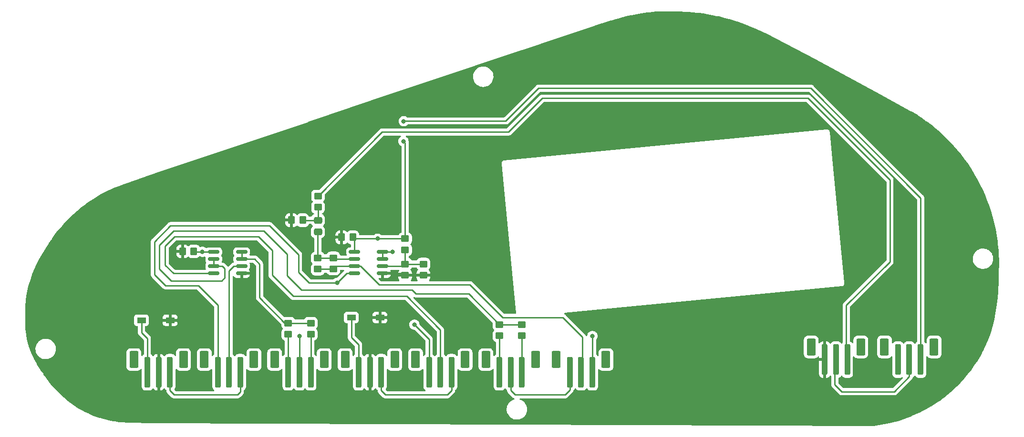
<source format=gbr>
%TF.GenerationSoftware,KiCad,Pcbnew,(6.0.1)*%
%TF.CreationDate,2022-02-21T20:53:04-05:00*%
%TF.ProjectId,uv_back,75765f62-6163-46b2-9e6b-696361645f70,rev?*%
%TF.SameCoordinates,Original*%
%TF.FileFunction,Copper,L2,Bot*%
%TF.FilePolarity,Positive*%
%FSLAX46Y46*%
G04 Gerber Fmt 4.6, Leading zero omitted, Abs format (unit mm)*
G04 Created by KiCad (PCBNEW (6.0.1)) date 2022-02-21 20:53:04*
%MOMM*%
%LPD*%
G01*
G04 APERTURE LIST*
G04 Aperture macros list*
%AMRoundRect*
0 Rectangle with rounded corners*
0 $1 Rounding radius*
0 $2 $3 $4 $5 $6 $7 $8 $9 X,Y pos of 4 corners*
0 Add a 4 corners polygon primitive as box body*
4,1,4,$2,$3,$4,$5,$6,$7,$8,$9,$2,$3,0*
0 Add four circle primitives for the rounded corners*
1,1,$1+$1,$2,$3*
1,1,$1+$1,$4,$5*
1,1,$1+$1,$6,$7*
1,1,$1+$1,$8,$9*
0 Add four rect primitives between the rounded corners*
20,1,$1+$1,$2,$3,$4,$5,0*
20,1,$1+$1,$4,$5,$6,$7,0*
20,1,$1+$1,$6,$7,$8,$9,0*
20,1,$1+$1,$8,$9,$2,$3,0*%
G04 Aperture macros list end*
%TA.AperFunction,SMDPad,CuDef*%
%ADD10RoundRect,0.250000X0.450000X-0.350000X0.450000X0.350000X-0.450000X0.350000X-0.450000X-0.350000X0*%
%TD*%
%TA.AperFunction,SMDPad,CuDef*%
%ADD11RoundRect,0.250000X-0.350000X-0.450000X0.350000X-0.450000X0.350000X0.450000X-0.350000X0.450000X0*%
%TD*%
%TA.AperFunction,SMDPad,CuDef*%
%ADD12RoundRect,0.250000X0.250000X2.500000X-0.250000X2.500000X-0.250000X-2.500000X0.250000X-2.500000X0*%
%TD*%
%TA.AperFunction,SMDPad,CuDef*%
%ADD13RoundRect,0.250000X0.550000X1.250000X-0.550000X1.250000X-0.550000X-1.250000X0.550000X-1.250000X0*%
%TD*%
%TA.AperFunction,SMDPad,CuDef*%
%ADD14RoundRect,0.150000X0.825000X0.150000X-0.825000X0.150000X-0.825000X-0.150000X0.825000X-0.150000X0*%
%TD*%
%TA.AperFunction,SMDPad,CuDef*%
%ADD15RoundRect,0.250000X-0.450000X0.350000X-0.450000X-0.350000X0.450000X-0.350000X0.450000X0.350000X0*%
%TD*%
%TA.AperFunction,SMDPad,CuDef*%
%ADD16R,1.600000X1.000000*%
%TD*%
%TA.AperFunction,SMDPad,CuDef*%
%ADD17RoundRect,0.250000X0.475000X-0.337500X0.475000X0.337500X-0.475000X0.337500X-0.475000X-0.337500X0*%
%TD*%
%TA.AperFunction,ViaPad*%
%ADD18C,0.800000*%
%TD*%
%TA.AperFunction,Conductor*%
%ADD19C,0.250000*%
%TD*%
G04 APERTURE END LIST*
D10*
%TO.P,R9,1*%
%TO.N,Net-(C3-Pad1)*%
X102000000Y-102672353D03*
%TO.P,R9,2*%
%TO.N,Net-(C3-Pad2)*%
X102000000Y-100672353D03*
%TD*%
D11*
%TO.P,R10,1*%
%TO.N,GND*%
X97325000Y-93950000D03*
%TO.P,R10,2*%
%TO.N,Net-(C4-Pad2)*%
X99325000Y-93950000D03*
%TD*%
D12*
%TO.P,J8,1,Pin_1*%
%TO.N,/SIG_OUT*%
X196000000Y-118750000D03*
%TO.P,J8,2,Pin_2*%
%TO.N,/BATT-*%
X194000000Y-118750000D03*
%TO.P,J8,3,Pin_3*%
%TO.N,GND*%
X192000000Y-118750000D03*
D13*
%TO.P,J8,MP*%
%TO.N,N/C*%
X198400000Y-116500000D03*
X189600000Y-116500000D03*
%TD*%
D14*
%TO.P,U1,1*%
%TO.N,Net-(R5-Pad1)*%
X88475000Y-99595000D03*
%TO.P,U1,2,-*%
X88475000Y-100865000D03*
%TO.P,U1,3,+*%
%TO.N,Net-(J3-Pad2)*%
X88475000Y-102135000D03*
%TO.P,U1,4,V-*%
%TO.N,GND*%
X88475000Y-103405000D03*
%TO.P,U1,5,+*%
%TO.N,Net-(J4-Pad2)*%
X83525000Y-103405000D03*
%TO.P,U1,6,-*%
%TO.N,Net-(R7-Pad1)*%
X83525000Y-102135000D03*
%TO.P,U1,7*%
X83525000Y-100865000D03*
%TO.P,U1,8,V+*%
%TO.N,+9V*%
X83525000Y-99595000D03*
%TD*%
D10*
%TO.P,R11,1*%
%TO.N,Net-(C4-Pad2)*%
X102050000Y-91650000D03*
%TO.P,R11,2*%
%TO.N,/SIG_OUT*%
X102050000Y-89650000D03*
%TD*%
D15*
%TO.P,R7,1*%
%TO.N,Net-(R7-Pad1)*%
X138250000Y-112500000D03*
%TO.P,R7,2*%
%TO.N,Net-(J6-Pad1)*%
X138250000Y-114500000D03*
%TD*%
D12*
%TO.P,J6,1,Pin_1*%
%TO.N,Net-(J6-Pad1)*%
X138250000Y-121000000D03*
%TO.P,J6,2,Pin_2*%
%TO.N,Net-(J6-Pad2)*%
X136250000Y-121000000D03*
%TO.P,J6,3,Pin_3*%
%TO.N,Net-(J6-Pad3)*%
X134250000Y-121000000D03*
D13*
%TO.P,J6,MP*%
%TO.N,N/C*%
X131850000Y-118750000D03*
X140650000Y-118750000D03*
%TD*%
D12*
%TO.P,J7,1,Pin_1*%
%TO.N,+9V*%
X209000000Y-118750000D03*
%TO.P,J7,2,Pin_2*%
%TO.N,/BATT-*%
X207000000Y-118750000D03*
%TO.P,J7,3,Pin_3*%
%TO.N,unconnected-(J7-Pad3)*%
X205000000Y-118750000D03*
D13*
%TO.P,J7,MP*%
%TO.N,N/C*%
X202600000Y-116500000D03*
X211400000Y-116500000D03*
%TD*%
D10*
%TO.P,C3,1*%
%TO.N,Net-(C3-Pad1)*%
X104750000Y-102646953D03*
%TO.P,C3,2*%
%TO.N,Net-(C3-Pad2)*%
X104750000Y-100646953D03*
%TD*%
D16*
%TO.P,SW1,1,A*%
%TO.N,Net-(J1-Pad3)*%
X107960000Y-111250000D03*
%TO.P,SW1,2,B*%
%TO.N,GND*%
X113040000Y-111250000D03*
%TD*%
D15*
%TO.P,R8,1*%
%TO.N,Net-(R7-Pad1)*%
X134250000Y-112500000D03*
%TO.P,R8,2*%
%TO.N,Net-(J6-Pad3)*%
X134250000Y-114500000D03*
%TD*%
D12*
%TO.P,J9,1,Pin_1*%
%TO.N,Net-(J5-Pad2)*%
X150750000Y-121000000D03*
%TO.P,J9,2,Pin_2*%
%TO.N,Net-(C3-Pad1)*%
X148750000Y-121000000D03*
%TO.P,J9,3,Pin_3*%
%TO.N,Net-(J6-Pad2)*%
X146750000Y-121000000D03*
D13*
%TO.P,J9,MP*%
%TO.N,N/C*%
X153150000Y-118750000D03*
X144350000Y-118750000D03*
%TD*%
D17*
%TO.P,C4,1*%
%TO.N,Net-(C3-Pad2)*%
X102025000Y-96037500D03*
%TO.P,C4,2*%
%TO.N,Net-(C4-Pad2)*%
X102025000Y-93962500D03*
%TD*%
D12*
%TO.P,J5,1,Pin_1*%
%TO.N,Net-(J5-Pad1)*%
X100750000Y-121000000D03*
%TO.P,J5,2,Pin_2*%
%TO.N,Net-(J5-Pad2)*%
X98750000Y-121000000D03*
%TO.P,J5,3,Pin_3*%
%TO.N,Net-(J5-Pad3)*%
X96750000Y-121000000D03*
D13*
%TO.P,J5,MP*%
%TO.N,N/C*%
X103150000Y-118750000D03*
X94350000Y-118750000D03*
%TD*%
D16*
%TO.P,SW2,1,A*%
%TO.N,Net-(J2-Pad3)*%
X70710000Y-111750000D03*
%TO.P,SW2,2,B*%
%TO.N,GND*%
X75790000Y-111750000D03*
%TD*%
D14*
%TO.P,U2,1*%
%TO.N,/VMID*%
X113475000Y-99595000D03*
%TO.P,U2,2,-*%
X113475000Y-100865000D03*
%TO.P,U2,3,+*%
%TO.N,Net-(C5-Pad2)*%
X113475000Y-102135000D03*
%TO.P,U2,4,V-*%
%TO.N,GND*%
X113475000Y-103405000D03*
%TO.P,U2,5,+*%
%TO.N,/VMID*%
X108525000Y-103405000D03*
%TO.P,U2,6,-*%
%TO.N,Net-(C3-Pad1)*%
X108525000Y-102135000D03*
%TO.P,U2,7*%
%TO.N,Net-(C3-Pad2)*%
X108525000Y-100865000D03*
%TO.P,U2,8,V+*%
%TO.N,+9V*%
X108525000Y-99595000D03*
%TD*%
D10*
%TO.P,R1,1*%
%TO.N,Net-(C5-Pad2)*%
X117500000Y-99250000D03*
%TO.P,R1,2*%
%TO.N,+9V*%
X117500000Y-97250000D03*
%TD*%
D11*
%TO.P,C1,1*%
%TO.N,GND*%
X78000000Y-99500000D03*
%TO.P,C1,2*%
%TO.N,+9V*%
X80000000Y-99500000D03*
%TD*%
D15*
%TO.P,R6,1*%
%TO.N,Net-(R5-Pad1)*%
X96750000Y-112250000D03*
%TO.P,R6,2*%
%TO.N,Net-(J5-Pad3)*%
X96750000Y-114250000D03*
%TD*%
D10*
%TO.P,C5,1*%
%TO.N,GND*%
X120750000Y-103750000D03*
%TO.P,C5,2*%
%TO.N,Net-(C5-Pad2)*%
X120750000Y-101750000D03*
%TD*%
D12*
%TO.P,J2,1,Pin_1*%
%TO.N,Net-(J2-Pad1)*%
X75750000Y-121000000D03*
%TO.P,J2,2,Pin_2*%
%TO.N,GND*%
X73750000Y-121000000D03*
%TO.P,J2,3,Pin_3*%
%TO.N,Net-(J2-Pad3)*%
X71750000Y-121000000D03*
D13*
%TO.P,J2,MP*%
%TO.N,N/C*%
X78150000Y-118750000D03*
X69350000Y-118750000D03*
%TD*%
D11*
%TO.P,C2,1*%
%TO.N,GND*%
X106250000Y-97000000D03*
%TO.P,C2,2*%
%TO.N,+9V*%
X108250000Y-97000000D03*
%TD*%
D12*
%TO.P,J1,1,Pin_1*%
%TO.N,Net-(J1-Pad1)*%
X113250000Y-121000000D03*
%TO.P,J1,2,Pin_2*%
%TO.N,GND*%
X111250000Y-121000000D03*
%TO.P,J1,3,Pin_3*%
%TO.N,Net-(J1-Pad3)*%
X109250000Y-121000000D03*
D13*
%TO.P,J1,MP*%
%TO.N,N/C*%
X106850000Y-118750000D03*
X115650000Y-118750000D03*
%TD*%
D15*
%TO.P,R5,1*%
%TO.N,Net-(R5-Pad1)*%
X100750000Y-112250000D03*
%TO.P,R5,2*%
%TO.N,Net-(J5-Pad1)*%
X100750000Y-114250000D03*
%TD*%
D10*
%TO.P,R2,1*%
%TO.N,GND*%
X117500000Y-103750000D03*
%TO.P,R2,2*%
%TO.N,Net-(C5-Pad2)*%
X117500000Y-101750000D03*
%TD*%
D12*
%TO.P,J4,1,Pin_1*%
%TO.N,Net-(J1-Pad1)*%
X125750000Y-121000000D03*
%TO.P,J4,2,Pin_2*%
%TO.N,Net-(J4-Pad2)*%
X123750000Y-121000000D03*
%TO.P,J4,3,Pin_3*%
%TO.N,/VMID*%
X121750000Y-121000000D03*
D13*
%TO.P,J4,MP*%
%TO.N,N/C*%
X119350000Y-118750000D03*
X128150000Y-118750000D03*
%TD*%
D12*
%TO.P,J3,1,Pin_1*%
%TO.N,Net-(J2-Pad1)*%
X88250000Y-121000000D03*
%TO.P,J3,2,Pin_2*%
%TO.N,Net-(J3-Pad2)*%
X86250000Y-121000000D03*
%TO.P,J3,3,Pin_3*%
%TO.N,/VMID*%
X84250000Y-121000000D03*
D13*
%TO.P,J3,MP*%
%TO.N,N/C*%
X90650000Y-118750000D03*
X81850000Y-118750000D03*
%TD*%
D18*
%TO.N,GND*%
X122325000Y-103725000D03*
X114525000Y-111250000D03*
X104775000Y-97000000D03*
X77250000Y-111750000D03*
X76600000Y-99500000D03*
X111250000Y-116825000D03*
X189750000Y-123475000D03*
X90180000Y-103405000D03*
X95475000Y-93950000D03*
X73750000Y-117250000D03*
%TO.N,+9V*%
X112625000Y-97250000D03*
X117200000Y-79925000D03*
X117250000Y-76350000D03*
X81525000Y-99575000D03*
%TO.N,/VMID*%
X119150000Y-112525000D03*
X105425000Y-105100000D03*
X115300000Y-99600000D03*
%TO.N,Net-(J5-Pad2)*%
X98800000Y-114575000D03*
X150750000Y-114550000D03*
%TD*%
D19*
%TO.N,GND*%
X106250000Y-97000000D02*
X104775000Y-97000000D01*
X88475000Y-103405000D02*
X90180000Y-103405000D01*
X113475000Y-103405000D02*
X117155000Y-103405000D01*
X190900000Y-123475000D02*
X189750000Y-123475000D01*
X97325000Y-93950000D02*
X95650000Y-93950000D01*
X73750000Y-121000000D02*
X73750000Y-117500000D01*
X111075000Y-116650000D02*
X111250000Y-116825000D01*
X77000000Y-111750000D02*
X77250000Y-111750000D01*
X122300000Y-103750000D02*
X122325000Y-103725000D01*
X111250000Y-121000000D02*
X111250000Y-116825000D01*
X76575000Y-99525000D02*
X76600000Y-99500000D01*
X192000000Y-118750000D02*
X192000000Y-122375000D01*
X114600000Y-111325000D02*
X114525000Y-111250000D01*
X73750000Y-117500000D02*
X73750000Y-117250000D01*
X90225000Y-103450000D02*
X90180000Y-103405000D01*
X95650000Y-93950000D02*
X95475000Y-93950000D01*
X192000000Y-122375000D02*
X190900000Y-123475000D01*
X120750000Y-103750000D02*
X122300000Y-103750000D01*
X78000000Y-99500000D02*
X76600000Y-99500000D01*
X113040000Y-111250000D02*
X114525000Y-111250000D01*
X117500000Y-103750000D02*
X120750000Y-103750000D01*
X117155000Y-103405000D02*
X117500000Y-103750000D01*
X75790000Y-111750000D02*
X77000000Y-111750000D01*
%TO.N,+9V*%
X108500000Y-97250000D02*
X112625000Y-97250000D01*
X141200000Y-70475000D02*
X135375000Y-76300000D01*
X117500000Y-80225000D02*
X117200000Y-79925000D01*
X108525000Y-99595000D02*
X108525000Y-97275000D01*
X135375000Y-76300000D02*
X117275000Y-76300000D01*
X209000000Y-89975000D02*
X189500000Y-70475000D01*
X117275000Y-76325000D02*
X117250000Y-76350000D01*
X117500000Y-97250000D02*
X117500000Y-80225000D01*
X117500000Y-97250000D02*
X112625000Y-97250000D01*
X108525000Y-97275000D02*
X108250000Y-97000000D01*
X80095000Y-99595000D02*
X80000000Y-99500000D01*
X209000000Y-118750000D02*
X209000000Y-89975000D01*
X117275000Y-76300000D02*
X117275000Y-76325000D01*
X189500000Y-70475000D02*
X141200000Y-70475000D01*
X83525000Y-99595000D02*
X80095000Y-99595000D01*
X108250000Y-97000000D02*
X108500000Y-97250000D01*
%TO.N,Net-(C3-Pad1)*%
X112925000Y-105425000D02*
X129025000Y-105425000D01*
X149000000Y-120750000D02*
X148750000Y-121000000D01*
X108525000Y-102135000D02*
X105261953Y-102135000D01*
X102025400Y-102646953D02*
X102000000Y-102672353D01*
X134850000Y-111250000D02*
X145525000Y-111250000D01*
X104750000Y-102646953D02*
X102025400Y-102646953D01*
X109635000Y-102135000D02*
X112925000Y-105425000D01*
X145525000Y-111250000D02*
X149000000Y-114725000D01*
X129025000Y-105425000D02*
X134850000Y-111250000D01*
X149000000Y-114725000D02*
X149000000Y-120750000D01*
X105261953Y-102135000D02*
X104750000Y-102646953D01*
X108525000Y-102135000D02*
X109635000Y-102135000D01*
%TO.N,Net-(C3-Pad2)*%
X108525000Y-100865000D02*
X104968047Y-100865000D01*
X102025400Y-100646953D02*
X102000000Y-100672353D01*
X104750000Y-100646953D02*
X102025400Y-100646953D01*
X102000000Y-96062500D02*
X102025000Y-96037500D01*
X102000000Y-100672353D02*
X102000000Y-96062500D01*
X104968047Y-100865000D02*
X104750000Y-100646953D01*
%TO.N,Net-(C4-Pad2)*%
X102025000Y-93962500D02*
X102025000Y-91675000D01*
X99337500Y-93962500D02*
X99325000Y-93950000D01*
X102025000Y-91675000D02*
X102050000Y-91650000D01*
X102025000Y-93962500D02*
X99337500Y-93962500D01*
%TO.N,Net-(C5-Pad2)*%
X120750000Y-101750000D02*
X117500000Y-101750000D01*
X113475000Y-102135000D02*
X117115000Y-102135000D01*
X117115000Y-102135000D02*
X117500000Y-101750000D01*
X117500000Y-101750000D02*
X117500000Y-99250000D01*
%TO.N,Net-(J1-Pad1)*%
X113250000Y-121000000D02*
X113250000Y-124250000D01*
X113250000Y-124250000D02*
X114000000Y-125000000D01*
X125000000Y-125000000D02*
X125750000Y-124250000D01*
X125750000Y-124250000D02*
X125750000Y-121000000D01*
X114000000Y-125000000D02*
X125000000Y-125000000D01*
%TO.N,/VMID*%
X113480000Y-99600000D02*
X115300000Y-99600000D01*
X84250000Y-109100000D02*
X80775000Y-105625000D01*
X73000000Y-103650000D02*
X73000000Y-97775000D01*
X80775000Y-105625000D02*
X74975000Y-105625000D01*
X100450000Y-105100000D02*
X105425000Y-105100000D01*
X113475000Y-99595000D02*
X113480000Y-99600000D01*
X105425000Y-105100000D02*
X107120000Y-103405000D01*
X121750000Y-121000000D02*
X121750000Y-115125000D01*
X75850000Y-94925000D02*
X93425000Y-94925000D01*
X107120000Y-103405000D02*
X108525000Y-103405000D01*
X121750000Y-115125000D02*
X119150000Y-112525000D01*
X93425000Y-94925000D02*
X98575000Y-100075000D01*
X113475000Y-100865000D02*
X113475000Y-99595000D01*
X98575000Y-103225000D02*
X100450000Y-105100000D01*
X74975000Y-105625000D02*
X73000000Y-103650000D01*
X98575000Y-100075000D02*
X98575000Y-103225000D01*
X73000000Y-97775000D02*
X75850000Y-94925000D01*
X84250000Y-121000000D02*
X84250000Y-109100000D01*
%TO.N,/BATT-*%
X207000000Y-118750000D02*
X207000000Y-121800000D01*
X195035000Y-124460000D02*
X193775000Y-123200000D01*
X193775000Y-118975000D02*
X194000000Y-118750000D01*
X207000000Y-121800000D02*
X204340000Y-124460000D01*
X193775000Y-123200000D02*
X193775000Y-118975000D01*
X204340000Y-124460000D02*
X195035000Y-124460000D01*
%TO.N,/SIG_OUT*%
X102050000Y-89650000D02*
X113425000Y-78275000D01*
X203575000Y-86800000D02*
X203575000Y-101350000D01*
X141875000Y-72250000D02*
X189025000Y-72250000D01*
X113425000Y-78275000D02*
X135850000Y-78275000D01*
X189025000Y-72250000D02*
X203575000Y-86800000D01*
X203575000Y-101350000D02*
X195825000Y-109100000D01*
X135850000Y-78275000D02*
X141875000Y-72250000D01*
X195825000Y-118575000D02*
X196000000Y-118750000D01*
X195825000Y-109100000D02*
X195825000Y-118575000D01*
%TO.N,Net-(J2-Pad1)*%
X87750000Y-125000000D02*
X76500000Y-125000000D01*
X88250000Y-121000000D02*
X88250000Y-124500000D01*
X76500000Y-125000000D02*
X75750000Y-124250000D01*
X75750000Y-124250000D02*
X75750000Y-121000000D01*
X88250000Y-124500000D02*
X87750000Y-125000000D01*
%TO.N,Net-(J1-Pad3)*%
X109250000Y-121000000D02*
X109250000Y-116125000D01*
X109250000Y-116125000D02*
X107960000Y-114835000D01*
X107960000Y-114835000D02*
X107960000Y-111250000D01*
%TO.N,Net-(J2-Pad3)*%
X71750000Y-115000000D02*
X70710000Y-113960000D01*
X71750000Y-121000000D02*
X71750000Y-115000000D01*
X70710000Y-113960000D02*
X70710000Y-111750000D01*
%TO.N,Net-(J3-Pad2)*%
X86250000Y-121000000D02*
X86250000Y-103000000D01*
X86250000Y-103000000D02*
X87115000Y-102135000D01*
X87115000Y-102135000D02*
X88475000Y-102135000D01*
%TO.N,Net-(J4-Pad2)*%
X74900000Y-101925000D02*
X76380000Y-103405000D01*
X76380000Y-103405000D02*
X83525000Y-103405000D01*
X74900000Y-98600000D02*
X74900000Y-101925000D01*
X93900000Y-103775000D02*
X93900000Y-99325000D01*
X123750000Y-121000000D02*
X123750000Y-113450000D01*
X91475000Y-96900000D02*
X76600000Y-96900000D01*
X123750000Y-113450000D02*
X117800000Y-107500000D01*
X117800000Y-107500000D02*
X97625000Y-107500000D01*
X93900000Y-99325000D02*
X91475000Y-96900000D01*
X76600000Y-96900000D02*
X74900000Y-98600000D01*
X97625000Y-107500000D02*
X93900000Y-103775000D01*
%TO.N,Net-(J5-Pad1)*%
X100750000Y-121000000D02*
X100750000Y-114250000D01*
%TO.N,Net-(J5-Pad3)*%
X96750000Y-121000000D02*
X96750000Y-114250000D01*
%TO.N,Net-(J6-Pad1)*%
X138250000Y-114500000D02*
X138250000Y-121000000D01*
%TO.N,Net-(J6-Pad3)*%
X134250000Y-114500000D02*
X134250000Y-121000000D01*
%TO.N,Net-(J5-Pad2)*%
X98750000Y-121000000D02*
X98750000Y-114625000D01*
X150750000Y-121000000D02*
X150750000Y-114550000D01*
X150725000Y-114525000D02*
X150750000Y-114550000D01*
X98750000Y-114625000D02*
X98800000Y-114575000D01*
%TO.N,Net-(J6-Pad2)*%
X145900000Y-125000000D02*
X137000000Y-125000000D01*
X137000000Y-125000000D02*
X136250000Y-124250000D01*
X136250000Y-124250000D02*
X136250000Y-121000000D01*
X146750000Y-121000000D02*
X146750000Y-124150000D01*
X146750000Y-124150000D02*
X145900000Y-125000000D01*
%TO.N,Net-(R5-Pad1)*%
X88475000Y-99595000D02*
X88475000Y-100865000D01*
X100750000Y-112250000D02*
X96750000Y-112250000D01*
X96175000Y-112250000D02*
X96750000Y-112250000D01*
X91650000Y-101750000D02*
X91650000Y-107725000D01*
X88475000Y-100865000D02*
X90765000Y-100865000D01*
X90765000Y-100865000D02*
X91650000Y-101750000D01*
X91650000Y-107725000D02*
X96175000Y-112250000D01*
%TO.N,Net-(R7-Pad1)*%
X119450480Y-107050480D02*
X118750000Y-106350000D01*
X138250000Y-112500000D02*
X134250000Y-112500000D01*
X73875000Y-98425000D02*
X73875000Y-102625000D01*
X84925000Y-104725000D02*
X85475000Y-104175000D01*
X118750000Y-106350000D02*
X99100000Y-106350000D01*
X134250000Y-112500000D02*
X128800480Y-107050480D01*
X99100000Y-106350000D02*
X96550000Y-103800000D01*
X96550000Y-103800000D02*
X96550000Y-100000000D01*
X83525000Y-102135000D02*
X83525000Y-100865000D01*
X128800480Y-107050480D02*
X119450480Y-107050480D01*
X73875000Y-102625000D02*
X75975000Y-104725000D01*
X96550000Y-100000000D02*
X92425000Y-95875000D01*
X75975000Y-104725000D02*
X84925000Y-104725000D01*
X85475000Y-104175000D02*
X85475000Y-102575000D01*
X92425000Y-95875000D02*
X76425000Y-95875000D01*
X85035000Y-102135000D02*
X83525000Y-102135000D01*
X76425000Y-95875000D02*
X73875000Y-98425000D01*
X85475000Y-102575000D02*
X85035000Y-102135000D01*
%TD*%
%TA.AperFunction,Conductor*%
%TO.N,GND*%
G36*
X164292012Y-56790711D02*
G01*
X165146000Y-56805709D01*
X165205540Y-56806755D01*
X165226766Y-56808935D01*
X165237069Y-56810886D01*
X165237071Y-56810886D01*
X165245886Y-56812555D01*
X165252146Y-56811943D01*
X165258353Y-56812963D01*
X165285485Y-56809644D01*
X165303730Y-56808748D01*
X166398920Y-56834499D01*
X166402717Y-56834647D01*
X167149786Y-56874916D01*
X167533699Y-56895611D01*
X167537513Y-56895874D01*
X167751387Y-56913924D01*
X168666209Y-56991131D01*
X168669969Y-56991507D01*
X169173638Y-57049450D01*
X169795167Y-57120952D01*
X169798958Y-57121446D01*
X170919733Y-57284973D01*
X170923508Y-57285582D01*
X171136661Y-57323319D01*
X172038861Y-57483046D01*
X172042556Y-57483758D01*
X172792658Y-57640165D01*
X173151362Y-57714960D01*
X173155092Y-57715797D01*
X174256365Y-57980531D01*
X174260068Y-57981481D01*
X175352793Y-58279502D01*
X175356466Y-58280564D01*
X176396743Y-58598488D01*
X176416551Y-58606431D01*
X176433916Y-58615170D01*
X176442743Y-58616792D01*
X176442745Y-58616793D01*
X176460034Y-58619971D01*
X176477862Y-58624617D01*
X177604740Y-59008234D01*
X177613612Y-59011632D01*
X179841992Y-59963075D01*
X179846030Y-59964884D01*
X181881359Y-60919730D01*
X181886070Y-60922061D01*
X183302206Y-61659987D01*
X190302231Y-65307590D01*
X190304074Y-65308572D01*
X201960638Y-71647802D01*
X207341166Y-74573914D01*
X207360630Y-74586982D01*
X207371269Y-74595664D01*
X207379541Y-74599161D01*
X207396026Y-74606130D01*
X207412481Y-74614559D01*
X208288070Y-75147593D01*
X208291627Y-75149841D01*
X208736231Y-75441500D01*
X209179440Y-75732245D01*
X209182954Y-75734636D01*
X210050623Y-76346659D01*
X210054031Y-76349150D01*
X210337133Y-76563497D01*
X210900574Y-76990101D01*
X210903919Y-76992724D01*
X211728323Y-77661834D01*
X211731578Y-77664568D01*
X212532949Y-78361108D01*
X212536110Y-78363950D01*
X213313565Y-79087158D01*
X213316580Y-79090058D01*
X213621754Y-79393774D01*
X214069195Y-79839077D01*
X214072156Y-79842126D01*
X214799059Y-80616081D01*
X214801913Y-80619223D01*
X214935111Y-80770993D01*
X215473001Y-81383878D01*
X215485784Y-81401239D01*
X215495683Y-81417422D01*
X215495817Y-81417544D01*
X215495914Y-81417702D01*
X215502445Y-81423624D01*
X215502445Y-81423625D01*
X215515793Y-81435730D01*
X215528555Y-81449140D01*
X216177017Y-82239429D01*
X216179681Y-82242790D01*
X216823173Y-83083841D01*
X216825721Y-83087291D01*
X217440216Y-83949756D01*
X217442645Y-83953291D01*
X218027433Y-84836177D01*
X218029740Y-84839793D01*
X218584125Y-85742044D01*
X218586308Y-85745736D01*
X219109672Y-86666346D01*
X219111728Y-86670110D01*
X219603466Y-87608019D01*
X219605392Y-87611851D01*
X220064907Y-88565918D01*
X220066702Y-88569813D01*
X220493481Y-89538969D01*
X220495143Y-89542923D01*
X220888699Y-90526067D01*
X220890225Y-90530076D01*
X221250099Y-91526064D01*
X221251487Y-91530122D01*
X221577231Y-92537711D01*
X221578481Y-92541813D01*
X221715808Y-93021829D01*
X221841820Y-93462296D01*
X221869763Y-93559970D01*
X221870871Y-93564109D01*
X221875257Y-93581682D01*
X222127322Y-94591557D01*
X222128290Y-94595735D01*
X222349627Y-95631327D01*
X222350452Y-95635536D01*
X222536415Y-96678063D01*
X222537096Y-96682297D01*
X222687467Y-97730535D01*
X222688004Y-97734791D01*
X222738120Y-98195138D01*
X222801259Y-98775114D01*
X222802615Y-98787571D01*
X222803004Y-98791815D01*
X222839036Y-99275247D01*
X222881716Y-99847875D01*
X222881962Y-99852156D01*
X222901019Y-100324120D01*
X222924092Y-100895536D01*
X222924687Y-100910275D01*
X222924786Y-100914537D01*
X222928696Y-101533680D01*
X222931473Y-101973491D01*
X222931428Y-101977780D01*
X222903298Y-102992034D01*
X222900854Y-103013474D01*
X222898886Y-103023221D01*
X222898886Y-103023227D01*
X222897109Y-103032027D01*
X222897874Y-103040974D01*
X222897493Y-103047657D01*
X222897519Y-103054361D01*
X222896281Y-103063253D01*
X222897588Y-103072132D01*
X222897588Y-103072135D01*
X222900321Y-103090699D01*
X222901665Y-103108731D01*
X222904209Y-104132470D01*
X222904220Y-104136883D01*
X222904181Y-104140305D01*
X222877844Y-105202380D01*
X222877762Y-105205673D01*
X222877631Y-105209083D01*
X222822690Y-106263220D01*
X222822162Y-106273344D01*
X222821938Y-106276763D01*
X222757034Y-107092982D01*
X222737456Y-107339184D01*
X222737138Y-107342588D01*
X222696646Y-107720885D01*
X222623719Y-108402216D01*
X222623307Y-108405628D01*
X222481025Y-109461793D01*
X222480520Y-109465193D01*
X222309480Y-110517107D01*
X222308882Y-110520491D01*
X222109222Y-111567312D01*
X222108533Y-111570674D01*
X222098490Y-111616500D01*
X221880384Y-112611700D01*
X221879602Y-112615046D01*
X221638573Y-113587236D01*
X221635269Y-113598347D01*
X221633535Y-113603327D01*
X221629413Y-113611297D01*
X221627693Y-113620106D01*
X221625045Y-113627712D01*
X221622905Y-113635480D01*
X221619318Y-113643707D01*
X221618184Y-113652610D01*
X221615800Y-113661263D01*
X221615654Y-113661223D01*
X221612415Y-113674778D01*
X221303184Y-114542153D01*
X221301430Y-114546783D01*
X220937182Y-115454099D01*
X220935248Y-115458656D01*
X220535633Y-116350973D01*
X220533521Y-116355451D01*
X220456270Y-116511235D01*
X220179318Y-117069735D01*
X220099162Y-117231376D01*
X220096878Y-117235762D01*
X219814983Y-117752203D01*
X219628446Y-118093944D01*
X219625989Y-118098243D01*
X219124194Y-118937376D01*
X219121570Y-118941574D01*
X218587207Y-119760332D01*
X218584420Y-119764424D01*
X218018307Y-120561553D01*
X218015362Y-120565532D01*
X217418363Y-121339817D01*
X217415263Y-121343678D01*
X216788313Y-122093906D01*
X216785064Y-122097642D01*
X216656716Y-122239507D01*
X216382576Y-122542518D01*
X216129121Y-122822665D01*
X216125740Y-122826257D01*
X215441810Y-123524963D01*
X215438310Y-123528402D01*
X215289346Y-123669077D01*
X214727442Y-124199715D01*
X214723777Y-124203042D01*
X213987127Y-124845876D01*
X213983333Y-124849058D01*
X213820306Y-124980407D01*
X213221981Y-125462470D01*
X213218092Y-125465480D01*
X212714345Y-125839684D01*
X212433198Y-126048531D01*
X212429166Y-126051404D01*
X212141734Y-126247882D01*
X211628087Y-126598993D01*
X211622033Y-126603131D01*
X211617901Y-126605838D01*
X210821169Y-127105698D01*
X210789677Y-127125456D01*
X210785440Y-127127999D01*
X210523602Y-127278272D01*
X209937476Y-127614658D01*
X209933135Y-127617038D01*
X209066672Y-128070029D01*
X209062240Y-128072236D01*
X208965225Y-128118197D01*
X208178651Y-128490837D01*
X208174175Y-128492850D01*
X207368549Y-128836443D01*
X207274847Y-128876406D01*
X207270256Y-128878259D01*
X206356489Y-129226214D01*
X206351888Y-129227862D01*
X205722779Y-129439520D01*
X205425229Y-129539627D01*
X205420507Y-129541114D01*
X204891613Y-129696210D01*
X204482262Y-129816250D01*
X204477508Y-129817543D01*
X203529213Y-130055599D01*
X203524411Y-130056704D01*
X202567486Y-130257325D01*
X202562626Y-130258244D01*
X201598577Y-130421115D01*
X201593711Y-130421839D01*
X200667288Y-130541137D01*
X200645403Y-130542035D01*
X200627203Y-130541196D01*
X200618824Y-130543233D01*
X200607220Y-130543768D01*
X93431649Y-130118637D01*
X72616743Y-130036071D01*
X72614756Y-130036047D01*
X68822880Y-129960712D01*
X68807801Y-129959504D01*
X68773201Y-129954624D01*
X68764316Y-129955916D01*
X68764313Y-129955916D01*
X68747799Y-129958317D01*
X68728768Y-129959625D01*
X68081074Y-129954986D01*
X68075653Y-129954830D01*
X67393314Y-129920543D01*
X67387904Y-129920155D01*
X66707598Y-129856529D01*
X66702234Y-129855909D01*
X66025349Y-129763075D01*
X66020015Y-129762227D01*
X65654285Y-129695922D01*
X65390217Y-129648048D01*
X65368859Y-129642198D01*
X65360654Y-129639153D01*
X65360649Y-129639152D01*
X65352236Y-129636030D01*
X65346458Y-129635620D01*
X65340987Y-129633728D01*
X65318018Y-129632614D01*
X65315140Y-129632474D01*
X65296316Y-129630131D01*
X64851931Y-129540424D01*
X64660688Y-129501818D01*
X64655599Y-129500680D01*
X63991145Y-129337666D01*
X63986107Y-129336319D01*
X63328943Y-129145940D01*
X63323965Y-129144385D01*
X62675275Y-128926986D01*
X62670365Y-128925227D01*
X62031193Y-128681158D01*
X62026361Y-128679197D01*
X61523122Y-128462769D01*
X61397858Y-128408896D01*
X61393130Y-128406746D01*
X60815447Y-128129437D01*
X60796487Y-128118197D01*
X60788963Y-128112795D01*
X60788964Y-128112795D01*
X60781909Y-128107730D01*
X60780848Y-128107357D01*
X60779933Y-128106706D01*
X60771717Y-128103856D01*
X60771713Y-128103854D01*
X60755527Y-128098240D01*
X60738106Y-128090683D01*
X60132646Y-127771803D01*
X60128074Y-127769272D01*
X59505554Y-127407490D01*
X59501113Y-127404785D01*
X58894194Y-127017356D01*
X58889832Y-127014441D01*
X58299642Y-126602090D01*
X58295400Y-126598993D01*
X57722890Y-126162388D01*
X57718780Y-126159116D01*
X57164994Y-125699050D01*
X57161024Y-125695610D01*
X56626870Y-125212841D01*
X56623047Y-125209238D01*
X56505825Y-125094059D01*
X56328032Y-124919366D01*
X56140412Y-124735017D01*
X56126091Y-124718238D01*
X56120912Y-124710967D01*
X56115705Y-124703656D01*
X56108903Y-124698295D01*
X56108300Y-124697596D01*
X56106221Y-124695505D01*
X56105524Y-124694898D01*
X56100199Y-124688061D01*
X56079033Y-124672803D01*
X56064600Y-124660658D01*
X55574350Y-124181002D01*
X55570853Y-124177442D01*
X55075374Y-123652530D01*
X55072034Y-123648847D01*
X54597808Y-123104649D01*
X54594593Y-123100807D01*
X54142416Y-122538241D01*
X54139356Y-122534276D01*
X53709865Y-121954138D01*
X53706965Y-121950053D01*
X53325424Y-121389379D01*
X53314707Y-121370235D01*
X53310938Y-121361866D01*
X53310935Y-121361861D01*
X53307248Y-121353675D01*
X53301410Y-121346851D01*
X53298808Y-121342750D01*
X53296034Y-121338857D01*
X53291918Y-121330886D01*
X53274038Y-121312119D01*
X53262032Y-121297450D01*
X52824950Y-120672904D01*
X52822070Y-120668603D01*
X52426229Y-120050400D01*
X68041500Y-120050400D01*
X68041837Y-120053646D01*
X68041837Y-120053650D01*
X68050702Y-120139086D01*
X68052474Y-120156166D01*
X68108450Y-120323946D01*
X68201522Y-120474348D01*
X68326697Y-120599305D01*
X68332927Y-120603145D01*
X68332928Y-120603146D01*
X68470090Y-120687694D01*
X68477262Y-120692115D01*
X68518853Y-120705910D01*
X68638611Y-120745632D01*
X68638613Y-120745632D01*
X68645139Y-120747797D01*
X68651975Y-120748497D01*
X68651978Y-120748498D01*
X68695031Y-120752909D01*
X68749600Y-120758500D01*
X69950400Y-120758500D01*
X69953646Y-120758163D01*
X69953650Y-120758163D01*
X70049308Y-120748238D01*
X70049312Y-120748237D01*
X70056166Y-120747526D01*
X70062702Y-120745345D01*
X70062704Y-120745345D01*
X70194806Y-120701272D01*
X70223946Y-120691550D01*
X70374348Y-120598478D01*
X70499305Y-120473303D01*
X70508241Y-120458807D01*
X70561013Y-120411314D01*
X70631085Y-120399892D01*
X70696208Y-120428166D01*
X70735708Y-120487160D01*
X70741500Y-120524924D01*
X70741500Y-123550400D01*
X70741837Y-123553646D01*
X70741837Y-123553650D01*
X70751715Y-123648847D01*
X70752474Y-123656166D01*
X70754655Y-123662702D01*
X70754655Y-123662704D01*
X70756781Y-123669077D01*
X70808450Y-123823946D01*
X70901522Y-123974348D01*
X71026697Y-124099305D01*
X71032927Y-124103145D01*
X71032928Y-124103146D01*
X71170288Y-124187816D01*
X71177262Y-124192115D01*
X71200607Y-124199858D01*
X71338611Y-124245632D01*
X71338613Y-124245632D01*
X71345139Y-124247797D01*
X71351975Y-124248497D01*
X71351978Y-124248498D01*
X71395031Y-124252909D01*
X71449600Y-124258500D01*
X72050400Y-124258500D01*
X72053646Y-124258163D01*
X72053650Y-124258163D01*
X72149308Y-124248238D01*
X72149312Y-124248237D01*
X72156166Y-124247526D01*
X72162702Y-124245345D01*
X72162704Y-124245345D01*
X72299473Y-124199715D01*
X72323946Y-124191550D01*
X72474348Y-124098478D01*
X72599305Y-123973303D01*
X72643040Y-123902352D01*
X72695811Y-123854860D01*
X72765883Y-123843436D01*
X72831006Y-123871710D01*
X72857443Y-123902166D01*
X72898063Y-123967807D01*
X72907099Y-123979208D01*
X73021829Y-124093739D01*
X73033240Y-124102751D01*
X73171243Y-124187816D01*
X73184424Y-124193963D01*
X73338710Y-124245138D01*
X73352086Y-124248005D01*
X73446438Y-124257672D01*
X73452854Y-124258000D01*
X73477885Y-124258000D01*
X73493124Y-124253525D01*
X73494329Y-124252135D01*
X73496000Y-124244452D01*
X73496000Y-117760116D01*
X73491525Y-117744877D01*
X73490135Y-117743672D01*
X73482452Y-117742001D01*
X73452905Y-117742001D01*
X73446386Y-117742338D01*
X73350794Y-117752257D01*
X73337400Y-117755149D01*
X73183216Y-117806588D01*
X73170038Y-117812761D01*
X73032193Y-117898063D01*
X73020792Y-117907099D01*
X72906261Y-118021829D01*
X72897249Y-118033240D01*
X72857549Y-118097646D01*
X72804777Y-118145139D01*
X72734706Y-118156563D01*
X72669582Y-118128289D01*
X72643145Y-118097833D01*
X72640739Y-118093944D01*
X72598478Y-118025652D01*
X72473303Y-117900695D01*
X72443382Y-117882251D01*
X72395890Y-117829478D01*
X72383500Y-117774992D01*
X72383500Y-115078767D01*
X72384027Y-115067584D01*
X72385702Y-115060091D01*
X72385209Y-115044390D01*
X72383562Y-114992014D01*
X72383500Y-114988055D01*
X72383500Y-114960144D01*
X72382995Y-114956144D01*
X72382062Y-114944301D01*
X72382006Y-114942497D01*
X72380673Y-114900110D01*
X72375022Y-114880658D01*
X72371014Y-114861306D01*
X72369467Y-114849063D01*
X72368474Y-114841203D01*
X72365556Y-114833832D01*
X72352200Y-114800097D01*
X72348355Y-114788870D01*
X72344818Y-114776697D01*
X72336018Y-114746407D01*
X72329066Y-114734651D01*
X72325707Y-114728972D01*
X72317012Y-114711224D01*
X72309552Y-114692383D01*
X72283564Y-114656613D01*
X72277048Y-114646693D01*
X72258580Y-114615465D01*
X72258578Y-114615462D01*
X72254542Y-114608638D01*
X72240221Y-114594317D01*
X72227380Y-114579283D01*
X72220131Y-114569306D01*
X72215472Y-114562893D01*
X72209368Y-114557843D01*
X72209363Y-114557838D01*
X72181402Y-114534707D01*
X72172621Y-114526717D01*
X71380404Y-113734499D01*
X71346379Y-113672187D01*
X71343500Y-113645404D01*
X71343500Y-112884500D01*
X71363502Y-112816379D01*
X71417158Y-112769886D01*
X71469500Y-112758500D01*
X71558134Y-112758500D01*
X71620316Y-112751745D01*
X71756705Y-112700615D01*
X71873261Y-112613261D01*
X71960615Y-112496705D01*
X72011745Y-112360316D01*
X72018500Y-112298134D01*
X72018500Y-112294669D01*
X74482001Y-112294669D01*
X74482371Y-112301490D01*
X74487895Y-112352352D01*
X74491521Y-112367604D01*
X74536676Y-112488054D01*
X74545214Y-112503649D01*
X74621715Y-112605724D01*
X74634276Y-112618285D01*
X74736351Y-112694786D01*
X74751946Y-112703324D01*
X74872394Y-112748478D01*
X74887649Y-112752105D01*
X74938514Y-112757631D01*
X74945328Y-112758000D01*
X75517885Y-112758000D01*
X75533124Y-112753525D01*
X75534329Y-112752135D01*
X75536000Y-112744452D01*
X75536000Y-112739884D01*
X76044000Y-112739884D01*
X76048475Y-112755123D01*
X76049865Y-112756328D01*
X76057548Y-112757999D01*
X76634669Y-112757999D01*
X76641490Y-112757629D01*
X76692352Y-112752105D01*
X76707604Y-112748479D01*
X76828054Y-112703324D01*
X76843649Y-112694786D01*
X76945724Y-112618285D01*
X76958285Y-112605724D01*
X77034786Y-112503649D01*
X77043324Y-112488054D01*
X77088478Y-112367606D01*
X77092105Y-112352351D01*
X77097631Y-112301486D01*
X77098000Y-112294672D01*
X77098000Y-112022115D01*
X77093525Y-112006876D01*
X77092135Y-112005671D01*
X77084452Y-112004000D01*
X76062115Y-112004000D01*
X76046876Y-112008475D01*
X76045671Y-112009865D01*
X76044000Y-112017548D01*
X76044000Y-112739884D01*
X75536000Y-112739884D01*
X75536000Y-112022115D01*
X75531525Y-112006876D01*
X75530135Y-112005671D01*
X75522452Y-112004000D01*
X74500116Y-112004000D01*
X74484877Y-112008475D01*
X74483672Y-112009865D01*
X74482001Y-112017548D01*
X74482001Y-112294669D01*
X72018500Y-112294669D01*
X72018500Y-111477885D01*
X74482000Y-111477885D01*
X74486475Y-111493124D01*
X74487865Y-111494329D01*
X74495548Y-111496000D01*
X75517885Y-111496000D01*
X75533124Y-111491525D01*
X75534329Y-111490135D01*
X75536000Y-111482452D01*
X75536000Y-111477885D01*
X76044000Y-111477885D01*
X76048475Y-111493124D01*
X76049865Y-111494329D01*
X76057548Y-111496000D01*
X77079884Y-111496000D01*
X77095123Y-111491525D01*
X77096328Y-111490135D01*
X77097999Y-111482452D01*
X77097999Y-111205331D01*
X77097629Y-111198510D01*
X77092105Y-111147648D01*
X77088479Y-111132396D01*
X77043324Y-111011946D01*
X77034786Y-110996351D01*
X76958285Y-110894276D01*
X76945724Y-110881715D01*
X76843649Y-110805214D01*
X76828054Y-110796676D01*
X76707606Y-110751522D01*
X76692351Y-110747895D01*
X76641486Y-110742369D01*
X76634672Y-110742000D01*
X76062115Y-110742000D01*
X76046876Y-110746475D01*
X76045671Y-110747865D01*
X76044000Y-110755548D01*
X76044000Y-111477885D01*
X75536000Y-111477885D01*
X75536000Y-110760116D01*
X75531525Y-110744877D01*
X75530135Y-110743672D01*
X75522452Y-110742001D01*
X74945331Y-110742001D01*
X74938510Y-110742371D01*
X74887648Y-110747895D01*
X74872396Y-110751521D01*
X74751946Y-110796676D01*
X74736351Y-110805214D01*
X74634276Y-110881715D01*
X74621715Y-110894276D01*
X74545214Y-110996351D01*
X74536676Y-111011946D01*
X74491522Y-111132394D01*
X74487895Y-111147649D01*
X74482369Y-111198514D01*
X74482000Y-111205328D01*
X74482000Y-111477885D01*
X72018500Y-111477885D01*
X72018500Y-111201866D01*
X72011745Y-111139684D01*
X71960615Y-111003295D01*
X71873261Y-110886739D01*
X71756705Y-110799385D01*
X71620316Y-110748255D01*
X71558134Y-110741500D01*
X69861866Y-110741500D01*
X69799684Y-110748255D01*
X69663295Y-110799385D01*
X69546739Y-110886739D01*
X69459385Y-111003295D01*
X69408255Y-111139684D01*
X69401500Y-111201866D01*
X69401500Y-112298134D01*
X69408255Y-112360316D01*
X69459385Y-112496705D01*
X69546739Y-112613261D01*
X69663295Y-112700615D01*
X69799684Y-112751745D01*
X69861866Y-112758500D01*
X69950500Y-112758500D01*
X70018621Y-112778502D01*
X70065114Y-112832158D01*
X70076500Y-112884500D01*
X70076500Y-113881233D01*
X70075973Y-113892416D01*
X70074298Y-113899909D01*
X70074547Y-113907835D01*
X70074547Y-113907836D01*
X70076438Y-113967986D01*
X70076500Y-113971945D01*
X70076500Y-113999856D01*
X70076997Y-114003790D01*
X70076997Y-114003791D01*
X70077005Y-114003856D01*
X70077938Y-114015693D01*
X70079327Y-114059889D01*
X70084978Y-114079339D01*
X70088987Y-114098700D01*
X70091526Y-114118797D01*
X70094445Y-114126168D01*
X70094445Y-114126170D01*
X70107804Y-114159912D01*
X70111649Y-114171142D01*
X70121771Y-114205983D01*
X70123982Y-114213593D01*
X70128015Y-114220412D01*
X70128017Y-114220417D01*
X70134293Y-114231028D01*
X70142988Y-114248776D01*
X70150448Y-114267617D01*
X70155110Y-114274033D01*
X70155110Y-114274034D01*
X70176436Y-114303387D01*
X70182952Y-114313307D01*
X70191658Y-114328027D01*
X70205458Y-114351362D01*
X70219779Y-114365683D01*
X70232619Y-114380716D01*
X70244528Y-114397107D01*
X70250632Y-114402157D01*
X70250637Y-114402162D01*
X70278598Y-114425293D01*
X70287379Y-114433283D01*
X71079596Y-115225501D01*
X71113621Y-115287813D01*
X71116500Y-115314596D01*
X71116500Y-117775101D01*
X71096498Y-117843222D01*
X71056803Y-117882245D01*
X71025652Y-117901522D01*
X70900695Y-118026697D01*
X70896854Y-118032928D01*
X70896852Y-118032931D01*
X70891759Y-118041193D01*
X70838987Y-118088686D01*
X70768915Y-118100108D01*
X70703792Y-118071834D01*
X70664292Y-118012840D01*
X70658500Y-117975076D01*
X70658500Y-117449600D01*
X70654658Y-117412571D01*
X70648238Y-117350692D01*
X70648237Y-117350688D01*
X70647526Y-117343834D01*
X70644043Y-117333392D01*
X70593868Y-117183002D01*
X70591550Y-117176054D01*
X70498478Y-117025652D01*
X70373303Y-116900695D01*
X70367072Y-116896854D01*
X70228968Y-116811725D01*
X70228966Y-116811724D01*
X70222738Y-116807885D01*
X70062254Y-116754655D01*
X70061389Y-116754368D01*
X70061387Y-116754368D01*
X70054861Y-116752203D01*
X70048025Y-116751503D01*
X70048022Y-116751502D01*
X70004969Y-116747091D01*
X69950400Y-116741500D01*
X68749600Y-116741500D01*
X68746354Y-116741837D01*
X68746350Y-116741837D01*
X68650692Y-116751762D01*
X68650688Y-116751763D01*
X68643834Y-116752474D01*
X68637298Y-116754655D01*
X68637296Y-116754655D01*
X68505194Y-116798728D01*
X68476054Y-116808450D01*
X68325652Y-116901522D01*
X68200695Y-117026697D01*
X68196855Y-117032927D01*
X68196854Y-117032928D01*
X68186079Y-117050409D01*
X68107885Y-117177262D01*
X68052203Y-117345139D01*
X68051503Y-117351975D01*
X68051502Y-117351978D01*
X68047091Y-117395031D01*
X68041500Y-117449600D01*
X68041500Y-120050400D01*
X52426229Y-120050400D01*
X52391729Y-119996520D01*
X52389027Y-119992104D01*
X52220195Y-119702925D01*
X51986621Y-119302852D01*
X51984128Y-119298373D01*
X51610387Y-118593200D01*
X51608061Y-118588586D01*
X51598656Y-118568928D01*
X51263610Y-117868678D01*
X51261473Y-117863966D01*
X50946873Y-117130493D01*
X50944931Y-117125695D01*
X50916240Y-117050409D01*
X50823093Y-116805986D01*
X51890530Y-116805986D01*
X51890754Y-116810651D01*
X51890754Y-116810657D01*
X51891995Y-116836485D01*
X51892279Y-116842389D01*
X51903423Y-117074405D01*
X51955850Y-117337969D01*
X52046657Y-117590889D01*
X52048874Y-117595015D01*
X52163557Y-117808450D01*
X52173851Y-117827609D01*
X52176646Y-117831352D01*
X52176648Y-117831355D01*
X52331846Y-118039190D01*
X52331851Y-118039196D01*
X52334638Y-118042928D01*
X52337947Y-118046208D01*
X52337952Y-118046214D01*
X52510305Y-118217069D01*
X52525484Y-118232116D01*
X52529246Y-118234874D01*
X52529249Y-118234877D01*
X52738431Y-118388256D01*
X52742198Y-118391018D01*
X52746329Y-118393192D01*
X52746330Y-118393192D01*
X52975884Y-118513966D01*
X52975890Y-118513968D01*
X52980019Y-118516141D01*
X52984426Y-118517680D01*
X52984433Y-118517683D01*
X53229306Y-118603196D01*
X53233722Y-118604738D01*
X53238315Y-118605610D01*
X53493145Y-118653991D01*
X53493148Y-118653991D01*
X53497734Y-118654862D01*
X53631994Y-118660137D01*
X53761586Y-118665230D01*
X53761592Y-118665230D01*
X53766254Y-118665413D01*
X53847949Y-118656466D01*
X54028732Y-118636667D01*
X54028737Y-118636666D01*
X54033385Y-118636157D01*
X54293257Y-118567738D01*
X54460233Y-118496000D01*
X54535859Y-118463509D01*
X54535862Y-118463507D01*
X54540162Y-118461660D01*
X54544142Y-118459197D01*
X54544146Y-118459195D01*
X54764692Y-118322716D01*
X54764694Y-118322714D01*
X54768675Y-118320251D01*
X54822218Y-118274924D01*
X54970204Y-118149645D01*
X54970206Y-118149643D01*
X54973777Y-118146620D01*
X55150961Y-117944580D01*
X55171465Y-117912704D01*
X55293811Y-117722495D01*
X55293813Y-117722492D01*
X55296336Y-117718569D01*
X55406707Y-117473553D01*
X55474383Y-117233594D01*
X55478381Y-117219419D01*
X55478382Y-117219416D01*
X55479651Y-117214915D01*
X55513564Y-116948336D01*
X55516049Y-116853447D01*
X55512176Y-116801332D01*
X55496480Y-116590110D01*
X55496479Y-116590106D01*
X55496134Y-116585458D01*
X55485534Y-116538611D01*
X55451880Y-116389886D01*
X55436826Y-116323357D01*
X55421010Y-116282686D01*
X55341122Y-116077253D01*
X55341121Y-116077251D01*
X55339429Y-116072900D01*
X55316646Y-116033037D01*
X55244360Y-115906564D01*
X55206082Y-115839591D01*
X55105733Y-115712299D01*
X55042606Y-115632223D01*
X55042603Y-115632220D01*
X55039714Y-115628555D01*
X54843981Y-115444427D01*
X54690997Y-115338298D01*
X54627024Y-115293918D01*
X54627021Y-115293916D01*
X54623182Y-115291253D01*
X54618992Y-115289187D01*
X54618989Y-115289185D01*
X54386355Y-115174463D01*
X54386352Y-115174462D01*
X54382167Y-115172398D01*
X54369094Y-115168213D01*
X54309178Y-115149034D01*
X54126232Y-115090472D01*
X54121625Y-115089722D01*
X54121622Y-115089721D01*
X53912558Y-115055673D01*
X53860998Y-115047276D01*
X53730696Y-115045571D01*
X53596971Y-115043820D01*
X53596968Y-115043820D01*
X53592294Y-115043759D01*
X53326021Y-115079997D01*
X53321531Y-115081306D01*
X53321525Y-115081307D01*
X53236713Y-115106028D01*
X53068029Y-115155195D01*
X53063782Y-115157153D01*
X53063779Y-115157154D01*
X53007298Y-115183192D01*
X52823985Y-115267700D01*
X52820076Y-115270263D01*
X52603165Y-115412476D01*
X52603160Y-115412480D01*
X52599252Y-115415042D01*
X52552912Y-115456402D01*
X52434394Y-115562184D01*
X52398766Y-115593983D01*
X52327894Y-115679197D01*
X52241363Y-115783240D01*
X52226931Y-115800592D01*
X52224508Y-115804585D01*
X52090690Y-116025110D01*
X52087522Y-116030330D01*
X52085715Y-116034638D01*
X52085715Y-116034639D01*
X52019768Y-116191906D01*
X51983602Y-116278151D01*
X51982451Y-116282683D01*
X51982450Y-116282686D01*
X51960079Y-116370773D01*
X51917454Y-116538611D01*
X51890530Y-116805986D01*
X50823093Y-116805986D01*
X50682259Y-116436427D01*
X50679422Y-116425315D01*
X50678744Y-116425508D01*
X50676284Y-116416876D01*
X50675072Y-116407982D01*
X50671413Y-116399786D01*
X50670078Y-116395102D01*
X50668496Y-116390505D01*
X50666810Y-116381691D01*
X50662718Y-116373707D01*
X50661709Y-116370773D01*
X50653839Y-116350494D01*
X50489561Y-115749335D01*
X50488157Y-115743687D01*
X50340436Y-115084840D01*
X50339295Y-115079134D01*
X50222159Y-114414191D01*
X50221282Y-114408437D01*
X50134976Y-113738800D01*
X50134365Y-113733013D01*
X50102902Y-113350111D01*
X50079067Y-113060046D01*
X50078726Y-113054253D01*
X50078683Y-113053027D01*
X50056095Y-112422252D01*
X50057278Y-112399951D01*
X50059725Y-112382801D01*
X50059329Y-112380046D01*
X50059693Y-112377284D01*
X50058196Y-112367604D01*
X50055378Y-112349390D01*
X50053904Y-112331582D01*
X50053729Y-112316379D01*
X50042323Y-111329974D01*
X50042324Y-111327004D01*
X50043732Y-111211725D01*
X50055016Y-110287324D01*
X50055089Y-110284344D01*
X50056126Y-110255548D01*
X50079237Y-109613427D01*
X50092485Y-109245358D01*
X50092628Y-109242366D01*
X50150841Y-108269186D01*
X50152841Y-108257722D01*
X50152219Y-108257632D01*
X50153504Y-108248748D01*
X50156036Y-108240137D01*
X50156049Y-108231164D01*
X50156971Y-108224790D01*
X50157510Y-108218377D01*
X50159522Y-108209629D01*
X50158998Y-108200667D01*
X50159512Y-108194552D01*
X50160347Y-108176553D01*
X50276063Y-107416334D01*
X50276901Y-107411471D01*
X50432673Y-106602480D01*
X50433701Y-106597653D01*
X50440573Y-106568225D01*
X50523919Y-106211283D01*
X50621032Y-105795385D01*
X50622248Y-105790603D01*
X50840846Y-104996302D01*
X50842248Y-104991570D01*
X50973376Y-104578992D01*
X51091799Y-104206387D01*
X51093381Y-104201729D01*
X51094205Y-104199452D01*
X51278432Y-103689856D01*
X51373469Y-103426971D01*
X51375237Y-103422364D01*
X51685455Y-102659151D01*
X51687402Y-102654617D01*
X52027273Y-101904125D01*
X52029397Y-101899670D01*
X52398383Y-101163089D01*
X52400679Y-101158721D01*
X52798238Y-100437130D01*
X52800704Y-100432855D01*
X53203644Y-99764806D01*
X53216538Y-99747112D01*
X53228523Y-99733358D01*
X53232285Y-99725206D01*
X53234765Y-99721375D01*
X53237050Y-99717402D01*
X53242586Y-99710330D01*
X53252474Y-99685553D01*
X53260613Y-99668855D01*
X53725439Y-98870738D01*
X53727743Y-98866937D01*
X54183401Y-98144419D01*
X54239927Y-98054787D01*
X54242362Y-98051075D01*
X54444058Y-97754943D01*
X72361780Y-97754943D01*
X72362526Y-97762835D01*
X72365941Y-97798961D01*
X72366500Y-97810819D01*
X72366500Y-103571233D01*
X72365973Y-103582416D01*
X72364298Y-103589909D01*
X72364547Y-103597835D01*
X72364547Y-103597836D01*
X72366438Y-103657986D01*
X72366500Y-103661945D01*
X72366500Y-103689856D01*
X72366997Y-103693790D01*
X72366997Y-103693791D01*
X72367005Y-103693856D01*
X72367938Y-103705693D01*
X72369327Y-103749889D01*
X72374978Y-103769339D01*
X72378987Y-103788700D01*
X72381526Y-103808797D01*
X72384445Y-103816168D01*
X72384445Y-103816170D01*
X72397804Y-103849912D01*
X72401649Y-103861142D01*
X72411771Y-103895983D01*
X72413982Y-103903593D01*
X72418015Y-103910412D01*
X72418017Y-103910417D01*
X72424293Y-103921028D01*
X72432988Y-103938776D01*
X72440448Y-103957617D01*
X72445110Y-103964033D01*
X72445110Y-103964034D01*
X72466436Y-103993387D01*
X72472952Y-104003307D01*
X72486389Y-104026027D01*
X72495458Y-104041362D01*
X72509779Y-104055683D01*
X72522619Y-104070716D01*
X72534528Y-104087107D01*
X72559320Y-104107617D01*
X72568605Y-104115298D01*
X72577384Y-104123288D01*
X74471348Y-106017253D01*
X74478888Y-106025539D01*
X74483000Y-106032018D01*
X74488777Y-106037443D01*
X74532651Y-106078643D01*
X74535493Y-106081398D01*
X74555230Y-106101135D01*
X74558427Y-106103615D01*
X74567447Y-106111318D01*
X74599679Y-106141586D01*
X74606625Y-106145405D01*
X74606628Y-106145407D01*
X74617434Y-106151348D01*
X74633953Y-106162199D01*
X74649959Y-106174614D01*
X74657228Y-106177759D01*
X74657232Y-106177762D01*
X74690537Y-106192174D01*
X74701187Y-106197391D01*
X74739940Y-106218695D01*
X74747615Y-106220666D01*
X74747616Y-106220666D01*
X74759562Y-106223733D01*
X74778267Y-106230137D01*
X74796855Y-106238181D01*
X74804678Y-106239420D01*
X74804688Y-106239423D01*
X74840524Y-106245099D01*
X74852144Y-106247505D01*
X74887289Y-106256528D01*
X74894970Y-106258500D01*
X74915224Y-106258500D01*
X74934934Y-106260051D01*
X74954943Y-106263220D01*
X74962835Y-106262474D01*
X74998961Y-106259059D01*
X75010819Y-106258500D01*
X80460406Y-106258500D01*
X80528527Y-106278502D01*
X80549501Y-106295405D01*
X83579595Y-109325500D01*
X83613621Y-109387812D01*
X83616500Y-109414595D01*
X83616500Y-117775101D01*
X83596498Y-117843222D01*
X83556803Y-117882245D01*
X83525652Y-117901522D01*
X83400695Y-118026697D01*
X83396854Y-118032928D01*
X83396852Y-118032931D01*
X83391759Y-118041193D01*
X83338987Y-118088686D01*
X83268915Y-118100108D01*
X83203792Y-118071834D01*
X83164292Y-118012840D01*
X83158500Y-117975076D01*
X83158500Y-117449600D01*
X83154658Y-117412571D01*
X83148238Y-117350692D01*
X83148237Y-117350688D01*
X83147526Y-117343834D01*
X83144043Y-117333392D01*
X83093868Y-117183002D01*
X83091550Y-117176054D01*
X82998478Y-117025652D01*
X82873303Y-116900695D01*
X82867072Y-116896854D01*
X82728968Y-116811725D01*
X82728966Y-116811724D01*
X82722738Y-116807885D01*
X82562254Y-116754655D01*
X82561389Y-116754368D01*
X82561387Y-116754368D01*
X82554861Y-116752203D01*
X82548025Y-116751503D01*
X82548022Y-116751502D01*
X82504969Y-116747091D01*
X82450400Y-116741500D01*
X81249600Y-116741500D01*
X81246354Y-116741837D01*
X81246350Y-116741837D01*
X81150692Y-116751762D01*
X81150688Y-116751763D01*
X81143834Y-116752474D01*
X81137298Y-116754655D01*
X81137296Y-116754655D01*
X81005194Y-116798728D01*
X80976054Y-116808450D01*
X80825652Y-116901522D01*
X80700695Y-117026697D01*
X80696855Y-117032927D01*
X80696854Y-117032928D01*
X80686079Y-117050409D01*
X80607885Y-117177262D01*
X80552203Y-117345139D01*
X80551503Y-117351975D01*
X80551502Y-117351978D01*
X80547091Y-117395031D01*
X80541500Y-117449600D01*
X80541500Y-120050400D01*
X80541837Y-120053646D01*
X80541837Y-120053650D01*
X80550702Y-120139086D01*
X80552474Y-120156166D01*
X80608450Y-120323946D01*
X80701522Y-120474348D01*
X80826697Y-120599305D01*
X80832927Y-120603145D01*
X80832928Y-120603146D01*
X80970090Y-120687694D01*
X80977262Y-120692115D01*
X81018853Y-120705910D01*
X81138611Y-120745632D01*
X81138613Y-120745632D01*
X81145139Y-120747797D01*
X81151975Y-120748497D01*
X81151978Y-120748498D01*
X81195031Y-120752909D01*
X81249600Y-120758500D01*
X82450400Y-120758500D01*
X82453646Y-120758163D01*
X82453650Y-120758163D01*
X82549308Y-120748238D01*
X82549312Y-120748237D01*
X82556166Y-120747526D01*
X82562702Y-120745345D01*
X82562704Y-120745345D01*
X82694806Y-120701272D01*
X82723946Y-120691550D01*
X82874348Y-120598478D01*
X82999305Y-120473303D01*
X83008241Y-120458807D01*
X83061013Y-120411314D01*
X83131085Y-120399892D01*
X83196208Y-120428166D01*
X83235708Y-120487160D01*
X83241500Y-120524924D01*
X83241500Y-123550400D01*
X83241837Y-123553646D01*
X83241837Y-123553650D01*
X83251715Y-123648847D01*
X83252474Y-123656166D01*
X83254655Y-123662702D01*
X83254655Y-123662704D01*
X83256781Y-123669077D01*
X83308450Y-123823946D01*
X83401522Y-123974348D01*
X83526697Y-124099305D01*
X83532927Y-124103145D01*
X83532928Y-124103146D01*
X83542230Y-124108880D01*
X83580334Y-124132367D01*
X83581750Y-124133240D01*
X83629243Y-124186012D01*
X83640667Y-124256084D01*
X83612393Y-124321207D01*
X83553399Y-124360707D01*
X83515634Y-124366500D01*
X76814595Y-124366500D01*
X76746474Y-124346498D01*
X76725500Y-124329595D01*
X76573375Y-124177470D01*
X76539349Y-124115158D01*
X76544414Y-124044343D01*
X76573296Y-123999358D01*
X76594133Y-123978484D01*
X76594134Y-123978483D01*
X76599305Y-123973303D01*
X76603842Y-123965943D01*
X76688275Y-123828968D01*
X76688276Y-123828966D01*
X76692115Y-123822738D01*
X76747797Y-123654861D01*
X76750054Y-123632838D01*
X76754303Y-123591362D01*
X76758500Y-123550400D01*
X76758500Y-120524688D01*
X76778502Y-120456567D01*
X76832158Y-120410074D01*
X76902432Y-120399970D01*
X76967012Y-120429464D01*
X76991643Y-120458383D01*
X77001522Y-120474348D01*
X77126697Y-120599305D01*
X77132927Y-120603145D01*
X77132928Y-120603146D01*
X77270090Y-120687694D01*
X77277262Y-120692115D01*
X77318853Y-120705910D01*
X77438611Y-120745632D01*
X77438613Y-120745632D01*
X77445139Y-120747797D01*
X77451975Y-120748497D01*
X77451978Y-120748498D01*
X77495031Y-120752909D01*
X77549600Y-120758500D01*
X78750400Y-120758500D01*
X78753646Y-120758163D01*
X78753650Y-120758163D01*
X78849308Y-120748238D01*
X78849312Y-120748237D01*
X78856166Y-120747526D01*
X78862702Y-120745345D01*
X78862704Y-120745345D01*
X78994806Y-120701272D01*
X79023946Y-120691550D01*
X79174348Y-120598478D01*
X79299305Y-120473303D01*
X79344508Y-120399970D01*
X79388275Y-120328968D01*
X79388276Y-120328966D01*
X79392115Y-120322738D01*
X79447797Y-120154861D01*
X79449414Y-120139086D01*
X79458172Y-120053598D01*
X79458500Y-120050400D01*
X79458500Y-117449600D01*
X79454658Y-117412571D01*
X79448238Y-117350692D01*
X79448237Y-117350688D01*
X79447526Y-117343834D01*
X79444043Y-117333392D01*
X79393868Y-117183002D01*
X79391550Y-117176054D01*
X79298478Y-117025652D01*
X79173303Y-116900695D01*
X79167072Y-116896854D01*
X79028968Y-116811725D01*
X79028966Y-116811724D01*
X79022738Y-116807885D01*
X78862254Y-116754655D01*
X78861389Y-116754368D01*
X78861387Y-116754368D01*
X78854861Y-116752203D01*
X78848025Y-116751503D01*
X78848022Y-116751502D01*
X78804969Y-116747091D01*
X78750400Y-116741500D01*
X77549600Y-116741500D01*
X77546354Y-116741837D01*
X77546350Y-116741837D01*
X77450692Y-116751762D01*
X77450688Y-116751763D01*
X77443834Y-116752474D01*
X77437298Y-116754655D01*
X77437296Y-116754655D01*
X77305194Y-116798728D01*
X77276054Y-116808450D01*
X77125652Y-116901522D01*
X77000695Y-117026697D01*
X76996855Y-117032927D01*
X76996854Y-117032928D01*
X76986079Y-117050409D01*
X76907885Y-117177262D01*
X76852203Y-117345139D01*
X76851503Y-117351975D01*
X76851502Y-117351978D01*
X76847091Y-117395031D01*
X76841500Y-117449600D01*
X76841500Y-117975312D01*
X76821498Y-118043433D01*
X76767842Y-118089926D01*
X76697568Y-118100030D01*
X76632988Y-118070536D01*
X76608357Y-118041617D01*
X76598478Y-118025652D01*
X76473303Y-117900695D01*
X76467072Y-117896854D01*
X76328968Y-117811725D01*
X76328966Y-117811724D01*
X76322738Y-117807885D01*
X76204704Y-117768735D01*
X76161389Y-117754368D01*
X76161387Y-117754368D01*
X76154861Y-117752203D01*
X76148025Y-117751503D01*
X76148022Y-117751502D01*
X76104969Y-117747091D01*
X76050400Y-117741500D01*
X75449600Y-117741500D01*
X75446354Y-117741837D01*
X75446350Y-117741837D01*
X75350692Y-117751762D01*
X75350688Y-117751763D01*
X75343834Y-117752474D01*
X75337298Y-117754655D01*
X75337296Y-117754655D01*
X75209972Y-117797134D01*
X75176054Y-117808450D01*
X75025652Y-117901522D01*
X74900695Y-118026697D01*
X74856962Y-118097646D01*
X74856961Y-118097647D01*
X74804189Y-118145140D01*
X74734117Y-118156564D01*
X74668994Y-118128290D01*
X74642557Y-118097834D01*
X74601937Y-118032193D01*
X74592901Y-118020792D01*
X74478171Y-117906261D01*
X74466760Y-117897249D01*
X74328757Y-117812184D01*
X74315576Y-117806037D01*
X74161290Y-117754862D01*
X74147914Y-117751995D01*
X74053562Y-117742328D01*
X74047145Y-117742000D01*
X74022115Y-117742000D01*
X74006876Y-117746475D01*
X74005671Y-117747865D01*
X74004000Y-117755548D01*
X74004000Y-124239884D01*
X74008475Y-124255123D01*
X74009865Y-124256328D01*
X74017548Y-124257999D01*
X74047095Y-124257999D01*
X74053614Y-124257662D01*
X74149206Y-124247743D01*
X74162600Y-124244851D01*
X74316784Y-124193412D01*
X74329962Y-124187239D01*
X74467807Y-124101937D01*
X74479208Y-124092901D01*
X74593739Y-123978171D01*
X74602751Y-123966760D01*
X74642451Y-123902354D01*
X74695223Y-123854861D01*
X74765294Y-123843437D01*
X74830418Y-123871711D01*
X74856854Y-123902166D01*
X74901522Y-123974348D01*
X75026697Y-124099305D01*
X75032928Y-124103146D01*
X75032931Y-124103148D01*
X75055433Y-124117019D01*
X75102926Y-124169792D01*
X75115254Y-124220319D01*
X75116438Y-124257986D01*
X75116500Y-124261945D01*
X75116500Y-124289856D01*
X75116997Y-124293790D01*
X75116997Y-124293791D01*
X75117005Y-124293856D01*
X75117938Y-124305693D01*
X75119327Y-124349889D01*
X75124153Y-124366500D01*
X75124978Y-124369339D01*
X75128987Y-124388700D01*
X75131526Y-124408797D01*
X75134445Y-124416168D01*
X75134445Y-124416170D01*
X75147804Y-124449912D01*
X75151649Y-124461142D01*
X75163982Y-124503593D01*
X75168015Y-124510412D01*
X75168017Y-124510417D01*
X75174293Y-124521028D01*
X75182988Y-124538776D01*
X75190448Y-124557617D01*
X75195110Y-124564033D01*
X75195110Y-124564034D01*
X75216436Y-124593387D01*
X75222952Y-124603307D01*
X75241386Y-124634476D01*
X75245458Y-124641362D01*
X75259779Y-124655683D01*
X75272619Y-124670716D01*
X75284528Y-124687107D01*
X75304532Y-124703656D01*
X75318605Y-124715298D01*
X75327384Y-124723288D01*
X75996343Y-125392247D01*
X76003887Y-125400537D01*
X76008000Y-125407018D01*
X76013777Y-125412443D01*
X76057667Y-125453658D01*
X76060509Y-125456413D01*
X76080230Y-125476134D01*
X76083425Y-125478612D01*
X76092447Y-125486318D01*
X76124679Y-125516586D01*
X76131628Y-125520406D01*
X76142432Y-125526346D01*
X76158956Y-125537199D01*
X76174959Y-125549613D01*
X76215543Y-125567176D01*
X76226173Y-125572383D01*
X76264940Y-125593695D01*
X76272617Y-125595666D01*
X76272622Y-125595668D01*
X76284558Y-125598732D01*
X76303266Y-125605137D01*
X76321855Y-125613181D01*
X76329683Y-125614421D01*
X76329690Y-125614423D01*
X76365524Y-125620099D01*
X76377144Y-125622505D01*
X76408959Y-125630673D01*
X76419970Y-125633500D01*
X76440224Y-125633500D01*
X76459934Y-125635051D01*
X76479943Y-125638220D01*
X76487835Y-125637474D01*
X76506580Y-125635702D01*
X76523962Y-125634059D01*
X76535819Y-125633500D01*
X87671233Y-125633500D01*
X87682416Y-125634027D01*
X87689909Y-125635702D01*
X87697835Y-125635453D01*
X87697836Y-125635453D01*
X87757986Y-125633562D01*
X87761945Y-125633500D01*
X87789856Y-125633500D01*
X87793791Y-125633003D01*
X87793856Y-125632995D01*
X87805693Y-125632062D01*
X87837951Y-125631048D01*
X87841970Y-125630922D01*
X87849889Y-125630673D01*
X87869343Y-125625021D01*
X87888700Y-125621013D01*
X87900930Y-125619468D01*
X87900931Y-125619468D01*
X87908797Y-125618474D01*
X87916168Y-125615555D01*
X87916170Y-125615555D01*
X87949912Y-125602196D01*
X87961142Y-125598351D01*
X87995983Y-125588229D01*
X87995984Y-125588229D01*
X88003593Y-125586018D01*
X88010412Y-125581985D01*
X88010417Y-125581983D01*
X88021028Y-125575707D01*
X88038776Y-125567012D01*
X88057617Y-125559552D01*
X88077987Y-125544753D01*
X88093387Y-125533564D01*
X88103307Y-125527048D01*
X88134535Y-125508580D01*
X88134538Y-125508578D01*
X88141362Y-125504542D01*
X88155683Y-125490221D01*
X88170717Y-125477380D01*
X88180693Y-125470132D01*
X88180694Y-125470131D01*
X88187107Y-125465472D01*
X88213484Y-125433587D01*
X88215288Y-125431407D01*
X88223278Y-125422626D01*
X88642258Y-125003647D01*
X88650537Y-124996113D01*
X88657018Y-124992000D01*
X88703644Y-124942348D01*
X88706398Y-124939507D01*
X88726135Y-124919770D01*
X88728615Y-124916573D01*
X88736320Y-124907551D01*
X88749151Y-124893887D01*
X88766586Y-124875321D01*
X88770405Y-124868375D01*
X88770407Y-124868372D01*
X88776348Y-124857566D01*
X88787199Y-124841047D01*
X88794758Y-124831301D01*
X88799614Y-124825041D01*
X88802759Y-124817772D01*
X88802762Y-124817768D01*
X88817174Y-124784463D01*
X88822391Y-124773813D01*
X88843695Y-124735060D01*
X88845699Y-124727257D01*
X88848733Y-124715438D01*
X88855137Y-124696734D01*
X88860033Y-124685420D01*
X88860033Y-124685419D01*
X88863181Y-124678145D01*
X88864420Y-124670322D01*
X88864423Y-124670312D01*
X88870099Y-124634476D01*
X88872505Y-124622856D01*
X88881528Y-124587711D01*
X88881528Y-124587710D01*
X88883500Y-124580030D01*
X88883500Y-124559776D01*
X88885051Y-124540065D01*
X88886980Y-124527886D01*
X88888220Y-124520057D01*
X88884059Y-124476038D01*
X88883500Y-124464181D01*
X88883500Y-124224899D01*
X88903502Y-124156778D01*
X88943197Y-124117755D01*
X88968120Y-124102332D01*
X88968123Y-124102330D01*
X88974348Y-124098478D01*
X89099305Y-123973303D01*
X89103842Y-123965943D01*
X89188275Y-123828968D01*
X89188276Y-123828966D01*
X89192115Y-123822738D01*
X89247797Y-123654861D01*
X89250054Y-123632838D01*
X89254303Y-123591362D01*
X89258500Y-123550400D01*
X89258500Y-120524688D01*
X89278502Y-120456567D01*
X89332158Y-120410074D01*
X89402432Y-120399970D01*
X89467012Y-120429464D01*
X89491643Y-120458383D01*
X89501522Y-120474348D01*
X89626697Y-120599305D01*
X89632927Y-120603145D01*
X89632928Y-120603146D01*
X89770090Y-120687694D01*
X89777262Y-120692115D01*
X89818853Y-120705910D01*
X89938611Y-120745632D01*
X89938613Y-120745632D01*
X89945139Y-120747797D01*
X89951975Y-120748497D01*
X89951978Y-120748498D01*
X89995031Y-120752909D01*
X90049600Y-120758500D01*
X91250400Y-120758500D01*
X91253646Y-120758163D01*
X91253650Y-120758163D01*
X91349308Y-120748238D01*
X91349312Y-120748237D01*
X91356166Y-120747526D01*
X91362702Y-120745345D01*
X91362704Y-120745345D01*
X91494806Y-120701272D01*
X91523946Y-120691550D01*
X91674348Y-120598478D01*
X91799305Y-120473303D01*
X91844508Y-120399970D01*
X91888275Y-120328968D01*
X91888276Y-120328966D01*
X91892115Y-120322738D01*
X91947797Y-120154861D01*
X91949414Y-120139086D01*
X91958172Y-120053598D01*
X91958500Y-120050400D01*
X91958500Y-117449600D01*
X91954658Y-117412571D01*
X91948238Y-117350692D01*
X91948237Y-117350688D01*
X91947526Y-117343834D01*
X91944043Y-117333392D01*
X91893868Y-117183002D01*
X91891550Y-117176054D01*
X91798478Y-117025652D01*
X91673303Y-116900695D01*
X91667072Y-116896854D01*
X91528968Y-116811725D01*
X91528966Y-116811724D01*
X91522738Y-116807885D01*
X91362254Y-116754655D01*
X91361389Y-116754368D01*
X91361387Y-116754368D01*
X91354861Y-116752203D01*
X91348025Y-116751503D01*
X91348022Y-116751502D01*
X91304969Y-116747091D01*
X91250400Y-116741500D01*
X90049600Y-116741500D01*
X90046354Y-116741837D01*
X90046350Y-116741837D01*
X89950692Y-116751762D01*
X89950688Y-116751763D01*
X89943834Y-116752474D01*
X89937298Y-116754655D01*
X89937296Y-116754655D01*
X89805194Y-116798728D01*
X89776054Y-116808450D01*
X89625652Y-116901522D01*
X89500695Y-117026697D01*
X89496855Y-117032927D01*
X89496854Y-117032928D01*
X89486079Y-117050409D01*
X89407885Y-117177262D01*
X89352203Y-117345139D01*
X89351503Y-117351975D01*
X89351502Y-117351978D01*
X89347091Y-117395031D01*
X89341500Y-117449600D01*
X89341500Y-117975312D01*
X89321498Y-118043433D01*
X89267842Y-118089926D01*
X89197568Y-118100030D01*
X89132988Y-118070536D01*
X89108357Y-118041617D01*
X89098478Y-118025652D01*
X88973303Y-117900695D01*
X88967072Y-117896854D01*
X88828968Y-117811725D01*
X88828966Y-117811724D01*
X88822738Y-117807885D01*
X88704704Y-117768735D01*
X88661389Y-117754368D01*
X88661387Y-117754368D01*
X88654861Y-117752203D01*
X88648025Y-117751503D01*
X88648022Y-117751502D01*
X88604969Y-117747091D01*
X88550400Y-117741500D01*
X87949600Y-117741500D01*
X87946354Y-117741837D01*
X87946350Y-117741837D01*
X87850692Y-117751762D01*
X87850688Y-117751763D01*
X87843834Y-117752474D01*
X87837298Y-117754655D01*
X87837296Y-117754655D01*
X87709972Y-117797134D01*
X87676054Y-117808450D01*
X87525652Y-117901522D01*
X87400695Y-118026697D01*
X87357899Y-118096126D01*
X87357255Y-118097170D01*
X87304483Y-118144663D01*
X87234411Y-118156087D01*
X87169288Y-118127813D01*
X87142851Y-118097358D01*
X87141031Y-118094417D01*
X87098478Y-118025652D01*
X86973303Y-117900695D01*
X86943382Y-117882251D01*
X86895890Y-117829478D01*
X86883500Y-117774992D01*
X86883500Y-104012125D01*
X86903502Y-103944004D01*
X86957158Y-103897511D01*
X87027432Y-103887407D01*
X87092012Y-103916901D01*
X87117953Y-103947986D01*
X87121907Y-103954672D01*
X87131551Y-103967104D01*
X87237896Y-104073449D01*
X87250322Y-104083089D01*
X87379779Y-104159648D01*
X87394210Y-104165893D01*
X87540065Y-104208269D01*
X87552667Y-104210570D01*
X87581084Y-104212807D01*
X87586014Y-104213000D01*
X88202885Y-104213000D01*
X88218124Y-104208525D01*
X88219329Y-104207135D01*
X88221000Y-104199452D01*
X88221000Y-104194884D01*
X88729000Y-104194884D01*
X88733475Y-104210123D01*
X88734865Y-104211328D01*
X88742548Y-104212999D01*
X89363984Y-104212999D01*
X89368920Y-104212805D01*
X89397336Y-104210570D01*
X89409931Y-104208270D01*
X89555790Y-104165893D01*
X89570221Y-104159648D01*
X89699678Y-104083089D01*
X89712104Y-104073449D01*
X89818449Y-103967104D01*
X89828089Y-103954678D01*
X89904648Y-103825221D01*
X89910893Y-103810790D01*
X89949939Y-103676395D01*
X89949899Y-103662294D01*
X89942630Y-103659000D01*
X88747115Y-103659000D01*
X88731876Y-103663475D01*
X88730671Y-103664865D01*
X88729000Y-103672548D01*
X88729000Y-104194884D01*
X88221000Y-104194884D01*
X88221000Y-103277000D01*
X88241002Y-103208879D01*
X88294658Y-103162386D01*
X88347000Y-103151000D01*
X89936878Y-103151000D01*
X89950409Y-103147027D01*
X89951544Y-103139129D01*
X89910893Y-102999210D01*
X89904648Y-102984779D01*
X89828089Y-102855323D01*
X89822129Y-102847640D01*
X89796180Y-102781556D01*
X89810078Y-102711933D01*
X89820421Y-102695839D01*
X89824453Y-102691807D01*
X89909145Y-102548601D01*
X89955562Y-102388831D01*
X89958500Y-102351502D01*
X89958500Y-101918498D01*
X89957369Y-101904125D01*
X89956067Y-101887579D01*
X89956066Y-101887574D01*
X89955562Y-101881169D01*
X89922290Y-101766644D01*
X89911357Y-101729012D01*
X89911356Y-101729010D01*
X89909145Y-101721399D01*
X89889769Y-101688637D01*
X89872311Y-101619822D01*
X89894828Y-101552491D01*
X89950173Y-101508022D01*
X89998224Y-101498500D01*
X90450405Y-101498500D01*
X90518526Y-101518502D01*
X90539501Y-101535405D01*
X90979596Y-101975501D01*
X91013621Y-102037813D01*
X91016500Y-102064596D01*
X91016500Y-107646233D01*
X91015973Y-107657416D01*
X91014298Y-107664909D01*
X91014547Y-107672835D01*
X91014547Y-107672836D01*
X91016438Y-107732986D01*
X91016500Y-107736945D01*
X91016500Y-107764856D01*
X91016997Y-107768790D01*
X91016997Y-107768791D01*
X91017005Y-107768856D01*
X91017938Y-107780693D01*
X91019327Y-107824889D01*
X91024978Y-107844339D01*
X91028987Y-107863700D01*
X91031526Y-107883797D01*
X91034445Y-107891168D01*
X91034445Y-107891170D01*
X91047804Y-107924912D01*
X91051649Y-107936142D01*
X91063982Y-107978593D01*
X91068015Y-107985412D01*
X91068017Y-107985417D01*
X91074293Y-107996028D01*
X91082988Y-108013776D01*
X91090448Y-108032617D01*
X91095110Y-108039033D01*
X91095110Y-108039034D01*
X91116436Y-108068387D01*
X91122952Y-108078307D01*
X91136491Y-108101199D01*
X91145458Y-108116362D01*
X91159779Y-108130683D01*
X91172619Y-108145716D01*
X91184528Y-108162107D01*
X91190634Y-108167158D01*
X91218605Y-108190298D01*
X91227384Y-108198288D01*
X95504595Y-112475499D01*
X95538621Y-112537811D01*
X95541500Y-112564594D01*
X95541500Y-112650400D01*
X95541837Y-112653646D01*
X95541837Y-112653650D01*
X95551259Y-112744452D01*
X95552474Y-112756166D01*
X95608450Y-112923946D01*
X95701522Y-113074348D01*
X95763248Y-113135966D01*
X95788109Y-113160784D01*
X95822188Y-113223066D01*
X95817185Y-113293886D01*
X95788264Y-113338975D01*
X95769236Y-113358036D01*
X95700695Y-113426697D01*
X95696855Y-113432927D01*
X95696854Y-113432928D01*
X95654176Y-113502165D01*
X95607885Y-113577262D01*
X95588483Y-113635757D01*
X95554634Y-113737811D01*
X95552203Y-113745139D01*
X95551503Y-113751975D01*
X95551502Y-113751978D01*
X95548233Y-113783882D01*
X95541500Y-113849600D01*
X95541500Y-114650400D01*
X95541837Y-114653646D01*
X95541837Y-114653650D01*
X95551441Y-114746206D01*
X95552474Y-114756166D01*
X95554655Y-114762702D01*
X95554655Y-114762704D01*
X95590750Y-114870892D01*
X95608450Y-114923946D01*
X95701522Y-115074348D01*
X95826697Y-115199305D01*
X95832927Y-115203145D01*
X95832928Y-115203146D01*
X95947923Y-115274030D01*
X95977262Y-115292115D01*
X96030168Y-115309663D01*
X96088527Y-115350094D01*
X96115764Y-115415658D01*
X96116500Y-115429256D01*
X96116500Y-117775101D01*
X96096498Y-117843222D01*
X96056803Y-117882245D01*
X96025652Y-117901522D01*
X95900695Y-118026697D01*
X95896854Y-118032928D01*
X95896852Y-118032931D01*
X95891759Y-118041193D01*
X95838987Y-118088686D01*
X95768915Y-118100108D01*
X95703792Y-118071834D01*
X95664292Y-118012840D01*
X95658500Y-117975076D01*
X95658500Y-117449600D01*
X95654658Y-117412571D01*
X95648238Y-117350692D01*
X95648237Y-117350688D01*
X95647526Y-117343834D01*
X95644043Y-117333392D01*
X95593868Y-117183002D01*
X95591550Y-117176054D01*
X95498478Y-117025652D01*
X95373303Y-116900695D01*
X95367072Y-116896854D01*
X95228968Y-116811725D01*
X95228966Y-116811724D01*
X95222738Y-116807885D01*
X95062254Y-116754655D01*
X95061389Y-116754368D01*
X95061387Y-116754368D01*
X95054861Y-116752203D01*
X95048025Y-116751503D01*
X95048022Y-116751502D01*
X95004969Y-116747091D01*
X94950400Y-116741500D01*
X93749600Y-116741500D01*
X93746354Y-116741837D01*
X93746350Y-116741837D01*
X93650692Y-116751762D01*
X93650688Y-116751763D01*
X93643834Y-116752474D01*
X93637298Y-116754655D01*
X93637296Y-116754655D01*
X93505194Y-116798728D01*
X93476054Y-116808450D01*
X93325652Y-116901522D01*
X93200695Y-117026697D01*
X93196855Y-117032927D01*
X93196854Y-117032928D01*
X93186079Y-117050409D01*
X93107885Y-117177262D01*
X93052203Y-117345139D01*
X93051503Y-117351975D01*
X93051502Y-117351978D01*
X93047091Y-117395031D01*
X93041500Y-117449600D01*
X93041500Y-120050400D01*
X93041837Y-120053646D01*
X93041837Y-120053650D01*
X93050702Y-120139086D01*
X93052474Y-120156166D01*
X93108450Y-120323946D01*
X93201522Y-120474348D01*
X93326697Y-120599305D01*
X93332927Y-120603145D01*
X93332928Y-120603146D01*
X93470090Y-120687694D01*
X93477262Y-120692115D01*
X93518853Y-120705910D01*
X93638611Y-120745632D01*
X93638613Y-120745632D01*
X93645139Y-120747797D01*
X93651975Y-120748497D01*
X93651978Y-120748498D01*
X93695031Y-120752909D01*
X93749600Y-120758500D01*
X94950400Y-120758500D01*
X94953646Y-120758163D01*
X94953650Y-120758163D01*
X95049308Y-120748238D01*
X95049312Y-120748237D01*
X95056166Y-120747526D01*
X95062702Y-120745345D01*
X95062704Y-120745345D01*
X95194806Y-120701272D01*
X95223946Y-120691550D01*
X95374348Y-120598478D01*
X95499305Y-120473303D01*
X95508241Y-120458807D01*
X95561013Y-120411314D01*
X95631085Y-120399892D01*
X95696208Y-120428166D01*
X95735708Y-120487160D01*
X95741500Y-120524924D01*
X95741500Y-123550400D01*
X95741837Y-123553646D01*
X95741837Y-123553650D01*
X95751715Y-123648847D01*
X95752474Y-123656166D01*
X95754655Y-123662702D01*
X95754655Y-123662704D01*
X95756781Y-123669077D01*
X95808450Y-123823946D01*
X95901522Y-123974348D01*
X96026697Y-124099305D01*
X96032927Y-124103145D01*
X96032928Y-124103146D01*
X96170288Y-124187816D01*
X96177262Y-124192115D01*
X96200607Y-124199858D01*
X96338611Y-124245632D01*
X96338613Y-124245632D01*
X96345139Y-124247797D01*
X96351975Y-124248497D01*
X96351978Y-124248498D01*
X96395031Y-124252909D01*
X96449600Y-124258500D01*
X97050400Y-124258500D01*
X97053646Y-124258163D01*
X97053650Y-124258163D01*
X97149308Y-124248238D01*
X97149312Y-124248237D01*
X97156166Y-124247526D01*
X97162702Y-124245345D01*
X97162704Y-124245345D01*
X97299473Y-124199715D01*
X97323946Y-124191550D01*
X97474348Y-124098478D01*
X97599305Y-123973303D01*
X97642746Y-123902829D01*
X97695517Y-123855337D01*
X97765589Y-123843913D01*
X97830712Y-123872187D01*
X97857148Y-123902641D01*
X97901522Y-123974348D01*
X98026697Y-124099305D01*
X98032927Y-124103145D01*
X98032928Y-124103146D01*
X98170288Y-124187816D01*
X98177262Y-124192115D01*
X98200607Y-124199858D01*
X98338611Y-124245632D01*
X98338613Y-124245632D01*
X98345139Y-124247797D01*
X98351975Y-124248497D01*
X98351978Y-124248498D01*
X98395031Y-124252909D01*
X98449600Y-124258500D01*
X99050400Y-124258500D01*
X99053646Y-124258163D01*
X99053650Y-124258163D01*
X99149308Y-124248238D01*
X99149312Y-124248237D01*
X99156166Y-124247526D01*
X99162702Y-124245345D01*
X99162704Y-124245345D01*
X99299473Y-124199715D01*
X99323946Y-124191550D01*
X99474348Y-124098478D01*
X99599305Y-123973303D01*
X99642746Y-123902829D01*
X99695517Y-123855337D01*
X99765589Y-123843913D01*
X99830712Y-123872187D01*
X99857148Y-123902641D01*
X99901522Y-123974348D01*
X100026697Y-124099305D01*
X100032927Y-124103145D01*
X100032928Y-124103146D01*
X100170288Y-124187816D01*
X100177262Y-124192115D01*
X100200607Y-124199858D01*
X100338611Y-124245632D01*
X100338613Y-124245632D01*
X100345139Y-124247797D01*
X100351975Y-124248497D01*
X100351978Y-124248498D01*
X100395031Y-124252909D01*
X100449600Y-124258500D01*
X101050400Y-124258500D01*
X101053646Y-124258163D01*
X101053650Y-124258163D01*
X101149308Y-124248238D01*
X101149312Y-124248237D01*
X101156166Y-124247526D01*
X101162702Y-124245345D01*
X101162704Y-124245345D01*
X101299473Y-124199715D01*
X101323946Y-124191550D01*
X101474348Y-124098478D01*
X101599305Y-123973303D01*
X101603842Y-123965943D01*
X101688275Y-123828968D01*
X101688276Y-123828966D01*
X101692115Y-123822738D01*
X101747797Y-123654861D01*
X101750054Y-123632838D01*
X101754303Y-123591362D01*
X101758500Y-123550400D01*
X101758500Y-120524688D01*
X101778502Y-120456567D01*
X101832158Y-120410074D01*
X101902432Y-120399970D01*
X101967012Y-120429464D01*
X101991643Y-120458383D01*
X102001522Y-120474348D01*
X102126697Y-120599305D01*
X102132927Y-120603145D01*
X102132928Y-120603146D01*
X102270090Y-120687694D01*
X102277262Y-120692115D01*
X102318853Y-120705910D01*
X102438611Y-120745632D01*
X102438613Y-120745632D01*
X102445139Y-120747797D01*
X102451975Y-120748497D01*
X102451978Y-120748498D01*
X102495031Y-120752909D01*
X102549600Y-120758500D01*
X103750400Y-120758500D01*
X103753646Y-120758163D01*
X103753650Y-120758163D01*
X103849308Y-120748238D01*
X103849312Y-120748237D01*
X103856166Y-120747526D01*
X103862702Y-120745345D01*
X103862704Y-120745345D01*
X103994806Y-120701272D01*
X104023946Y-120691550D01*
X104174348Y-120598478D01*
X104299305Y-120473303D01*
X104344508Y-120399970D01*
X104388275Y-120328968D01*
X104388276Y-120328966D01*
X104392115Y-120322738D01*
X104447797Y-120154861D01*
X104449414Y-120139086D01*
X104458172Y-120053598D01*
X104458500Y-120050400D01*
X105541500Y-120050400D01*
X105541837Y-120053646D01*
X105541837Y-120053650D01*
X105550702Y-120139086D01*
X105552474Y-120156166D01*
X105608450Y-120323946D01*
X105701522Y-120474348D01*
X105826697Y-120599305D01*
X105832927Y-120603145D01*
X105832928Y-120603146D01*
X105970090Y-120687694D01*
X105977262Y-120692115D01*
X106018853Y-120705910D01*
X106138611Y-120745632D01*
X106138613Y-120745632D01*
X106145139Y-120747797D01*
X106151975Y-120748497D01*
X106151978Y-120748498D01*
X106195031Y-120752909D01*
X106249600Y-120758500D01*
X107450400Y-120758500D01*
X107453646Y-120758163D01*
X107453650Y-120758163D01*
X107549308Y-120748238D01*
X107549312Y-120748237D01*
X107556166Y-120747526D01*
X107562702Y-120745345D01*
X107562704Y-120745345D01*
X107694806Y-120701272D01*
X107723946Y-120691550D01*
X107874348Y-120598478D01*
X107999305Y-120473303D01*
X108008241Y-120458807D01*
X108061013Y-120411314D01*
X108131085Y-120399892D01*
X108196208Y-120428166D01*
X108235708Y-120487160D01*
X108241500Y-120524924D01*
X108241500Y-123550400D01*
X108241837Y-123553646D01*
X108241837Y-123553650D01*
X108251715Y-123648847D01*
X108252474Y-123656166D01*
X108254655Y-123662702D01*
X108254655Y-123662704D01*
X108256781Y-123669077D01*
X108308450Y-123823946D01*
X108401522Y-123974348D01*
X108526697Y-124099305D01*
X108532927Y-124103145D01*
X108532928Y-124103146D01*
X108670288Y-124187816D01*
X108677262Y-124192115D01*
X108700607Y-124199858D01*
X108838611Y-124245632D01*
X108838613Y-124245632D01*
X108845139Y-124247797D01*
X108851975Y-124248497D01*
X108851978Y-124248498D01*
X108895031Y-124252909D01*
X108949600Y-124258500D01*
X109550400Y-124258500D01*
X109553646Y-124258163D01*
X109553650Y-124258163D01*
X109649308Y-124248238D01*
X109649312Y-124248237D01*
X109656166Y-124247526D01*
X109662702Y-124245345D01*
X109662704Y-124245345D01*
X109799473Y-124199715D01*
X109823946Y-124191550D01*
X109974348Y-124098478D01*
X110099305Y-123973303D01*
X110143040Y-123902352D01*
X110195811Y-123854860D01*
X110265883Y-123843436D01*
X110331006Y-123871710D01*
X110357443Y-123902166D01*
X110398063Y-123967807D01*
X110407099Y-123979208D01*
X110521829Y-124093739D01*
X110533240Y-124102751D01*
X110671243Y-124187816D01*
X110684424Y-124193963D01*
X110838710Y-124245138D01*
X110852086Y-124248005D01*
X110946438Y-124257672D01*
X110952854Y-124258000D01*
X110977885Y-124258000D01*
X110993124Y-124253525D01*
X110994329Y-124252135D01*
X110996000Y-124244452D01*
X110996000Y-117760116D01*
X110991525Y-117744877D01*
X110990135Y-117743672D01*
X110982452Y-117742001D01*
X110952905Y-117742001D01*
X110946386Y-117742338D01*
X110850794Y-117752257D01*
X110837400Y-117755149D01*
X110683216Y-117806588D01*
X110670038Y-117812761D01*
X110532193Y-117898063D01*
X110520792Y-117907099D01*
X110406261Y-118021829D01*
X110397249Y-118033240D01*
X110357549Y-118097646D01*
X110304777Y-118145139D01*
X110234706Y-118156563D01*
X110169582Y-118128289D01*
X110143145Y-118097833D01*
X110140739Y-118093944D01*
X110098478Y-118025652D01*
X109973303Y-117900695D01*
X109943382Y-117882251D01*
X109895890Y-117829478D01*
X109883500Y-117774992D01*
X109883500Y-116203763D01*
X109884027Y-116192579D01*
X109885701Y-116185091D01*
X109883562Y-116117032D01*
X109883500Y-116113075D01*
X109883500Y-116085144D01*
X109882994Y-116081138D01*
X109882061Y-116069292D01*
X109880922Y-116033037D01*
X109880673Y-116025110D01*
X109875022Y-116005658D01*
X109871014Y-115986306D01*
X109869468Y-115974068D01*
X109869467Y-115974066D01*
X109868474Y-115966203D01*
X109852194Y-115925086D01*
X109848359Y-115913885D01*
X109836018Y-115871406D01*
X109831985Y-115864587D01*
X109831983Y-115864582D01*
X109825707Y-115853971D01*
X109817010Y-115836221D01*
X109809552Y-115817383D01*
X109783571Y-115781623D01*
X109777053Y-115771701D01*
X109758578Y-115740460D01*
X109758574Y-115740455D01*
X109754542Y-115733637D01*
X109740218Y-115719313D01*
X109727376Y-115704278D01*
X109715472Y-115687893D01*
X109681406Y-115659711D01*
X109672627Y-115651722D01*
X108630405Y-114609500D01*
X108596379Y-114547188D01*
X108593500Y-114520405D01*
X108593500Y-112384500D01*
X108613502Y-112316379D01*
X108667158Y-112269886D01*
X108719500Y-112258500D01*
X108808134Y-112258500D01*
X108870316Y-112251745D01*
X109006705Y-112200615D01*
X109123261Y-112113261D01*
X109210615Y-111996705D01*
X109261745Y-111860316D01*
X109268500Y-111798134D01*
X109268500Y-111794669D01*
X111732001Y-111794669D01*
X111732371Y-111801490D01*
X111737895Y-111852352D01*
X111741521Y-111867604D01*
X111786676Y-111988054D01*
X111795214Y-112003649D01*
X111871715Y-112105724D01*
X111884276Y-112118285D01*
X111986351Y-112194786D01*
X112001946Y-112203324D01*
X112122394Y-112248478D01*
X112137649Y-112252105D01*
X112188514Y-112257631D01*
X112195328Y-112258000D01*
X112767885Y-112258000D01*
X112783124Y-112253525D01*
X112784329Y-112252135D01*
X112786000Y-112244452D01*
X112786000Y-112239884D01*
X113294000Y-112239884D01*
X113298475Y-112255123D01*
X113299865Y-112256328D01*
X113307548Y-112257999D01*
X113884669Y-112257999D01*
X113891490Y-112257629D01*
X113942352Y-112252105D01*
X113957604Y-112248479D01*
X114078054Y-112203324D01*
X114093649Y-112194786D01*
X114195724Y-112118285D01*
X114208285Y-112105724D01*
X114284786Y-112003649D01*
X114293324Y-111988054D01*
X114338478Y-111867606D01*
X114342105Y-111852351D01*
X114347631Y-111801486D01*
X114348000Y-111794672D01*
X114348000Y-111522115D01*
X114343525Y-111506876D01*
X114342135Y-111505671D01*
X114334452Y-111504000D01*
X113312115Y-111504000D01*
X113296876Y-111508475D01*
X113295671Y-111509865D01*
X113294000Y-111517548D01*
X113294000Y-112239884D01*
X112786000Y-112239884D01*
X112786000Y-111522115D01*
X112781525Y-111506876D01*
X112780135Y-111505671D01*
X112772452Y-111504000D01*
X111750116Y-111504000D01*
X111734877Y-111508475D01*
X111733672Y-111509865D01*
X111732001Y-111517548D01*
X111732001Y-111794669D01*
X109268500Y-111794669D01*
X109268500Y-110977885D01*
X111732000Y-110977885D01*
X111736475Y-110993124D01*
X111737865Y-110994329D01*
X111745548Y-110996000D01*
X112767885Y-110996000D01*
X112783124Y-110991525D01*
X112784329Y-110990135D01*
X112786000Y-110982452D01*
X112786000Y-110977885D01*
X113294000Y-110977885D01*
X113298475Y-110993124D01*
X113299865Y-110994329D01*
X113307548Y-110996000D01*
X114329884Y-110996000D01*
X114345123Y-110991525D01*
X114346328Y-110990135D01*
X114347999Y-110982452D01*
X114347999Y-110705331D01*
X114347629Y-110698510D01*
X114342105Y-110647648D01*
X114338479Y-110632396D01*
X114293324Y-110511946D01*
X114284786Y-110496351D01*
X114208285Y-110394276D01*
X114195724Y-110381715D01*
X114093649Y-110305214D01*
X114078054Y-110296676D01*
X113957606Y-110251522D01*
X113942351Y-110247895D01*
X113891486Y-110242369D01*
X113884672Y-110242000D01*
X113312115Y-110242000D01*
X113296876Y-110246475D01*
X113295671Y-110247865D01*
X113294000Y-110255548D01*
X113294000Y-110977885D01*
X112786000Y-110977885D01*
X112786000Y-110260116D01*
X112781525Y-110244877D01*
X112780135Y-110243672D01*
X112772452Y-110242001D01*
X112195331Y-110242001D01*
X112188510Y-110242371D01*
X112137648Y-110247895D01*
X112122396Y-110251521D01*
X112001946Y-110296676D01*
X111986351Y-110305214D01*
X111884276Y-110381715D01*
X111871715Y-110394276D01*
X111795214Y-110496351D01*
X111786676Y-110511946D01*
X111741522Y-110632394D01*
X111737895Y-110647649D01*
X111732369Y-110698514D01*
X111732000Y-110705328D01*
X111732000Y-110977885D01*
X109268500Y-110977885D01*
X109268500Y-110701866D01*
X109261745Y-110639684D01*
X109210615Y-110503295D01*
X109123261Y-110386739D01*
X109006705Y-110299385D01*
X108870316Y-110248255D01*
X108808134Y-110241500D01*
X107111866Y-110241500D01*
X107049684Y-110248255D01*
X106913295Y-110299385D01*
X106796739Y-110386739D01*
X106709385Y-110503295D01*
X106658255Y-110639684D01*
X106651500Y-110701866D01*
X106651500Y-111798134D01*
X106658255Y-111860316D01*
X106709385Y-111996705D01*
X106796739Y-112113261D01*
X106913295Y-112200615D01*
X107049684Y-112251745D01*
X107111866Y-112258500D01*
X107200500Y-112258500D01*
X107268621Y-112278502D01*
X107315114Y-112332158D01*
X107326500Y-112384500D01*
X107326500Y-114756233D01*
X107325973Y-114767416D01*
X107324298Y-114774909D01*
X107324547Y-114782835D01*
X107324547Y-114782836D01*
X107326438Y-114842986D01*
X107326500Y-114846945D01*
X107326500Y-114874856D01*
X107326997Y-114878790D01*
X107326997Y-114878791D01*
X107327005Y-114878856D01*
X107327938Y-114890693D01*
X107329327Y-114934889D01*
X107334978Y-114954339D01*
X107338987Y-114973700D01*
X107341526Y-114993797D01*
X107344445Y-115001168D01*
X107344445Y-115001170D01*
X107357804Y-115034912D01*
X107361649Y-115046142D01*
X107370103Y-115075240D01*
X107373982Y-115088593D01*
X107378015Y-115095412D01*
X107378017Y-115095417D01*
X107384293Y-115106028D01*
X107392988Y-115123776D01*
X107400448Y-115142617D01*
X107405110Y-115149033D01*
X107405110Y-115149034D01*
X107426436Y-115178387D01*
X107432952Y-115188307D01*
X107441247Y-115202332D01*
X107455458Y-115226362D01*
X107469779Y-115240683D01*
X107482619Y-115255716D01*
X107494528Y-115272107D01*
X107520831Y-115293867D01*
X107528605Y-115300298D01*
X107537384Y-115308288D01*
X108579595Y-116350499D01*
X108613621Y-116412811D01*
X108616500Y-116439594D01*
X108616500Y-117775101D01*
X108596498Y-117843222D01*
X108556803Y-117882245D01*
X108525652Y-117901522D01*
X108400695Y-118026697D01*
X108396854Y-118032928D01*
X108396852Y-118032931D01*
X108391759Y-118041193D01*
X108338987Y-118088686D01*
X108268915Y-118100108D01*
X108203792Y-118071834D01*
X108164292Y-118012840D01*
X108158500Y-117975076D01*
X108158500Y-117449600D01*
X108154658Y-117412571D01*
X108148238Y-117350692D01*
X108148237Y-117350688D01*
X108147526Y-117343834D01*
X108144043Y-117333392D01*
X108093868Y-117183002D01*
X108091550Y-117176054D01*
X107998478Y-117025652D01*
X107873303Y-116900695D01*
X107867072Y-116896854D01*
X107728968Y-116811725D01*
X107728966Y-116811724D01*
X107722738Y-116807885D01*
X107562254Y-116754655D01*
X107561389Y-116754368D01*
X107561387Y-116754368D01*
X107554861Y-116752203D01*
X107548025Y-116751503D01*
X107548022Y-116751502D01*
X107504969Y-116747091D01*
X107450400Y-116741500D01*
X106249600Y-116741500D01*
X106246354Y-116741837D01*
X106246350Y-116741837D01*
X106150692Y-116751762D01*
X106150688Y-116751763D01*
X106143834Y-116752474D01*
X106137298Y-116754655D01*
X106137296Y-116754655D01*
X106005194Y-116798728D01*
X105976054Y-116808450D01*
X105825652Y-116901522D01*
X105700695Y-117026697D01*
X105696855Y-117032927D01*
X105696854Y-117032928D01*
X105686079Y-117050409D01*
X105607885Y-117177262D01*
X105552203Y-117345139D01*
X105551503Y-117351975D01*
X105551502Y-117351978D01*
X105547091Y-117395031D01*
X105541500Y-117449600D01*
X105541500Y-120050400D01*
X104458500Y-120050400D01*
X104458500Y-117449600D01*
X104454658Y-117412571D01*
X104448238Y-117350692D01*
X104448237Y-117350688D01*
X104447526Y-117343834D01*
X104444043Y-117333392D01*
X104393868Y-117183002D01*
X104391550Y-117176054D01*
X104298478Y-117025652D01*
X104173303Y-116900695D01*
X104167072Y-116896854D01*
X104028968Y-116811725D01*
X104028966Y-116811724D01*
X104022738Y-116807885D01*
X103862254Y-116754655D01*
X103861389Y-116754368D01*
X103861387Y-116754368D01*
X103854861Y-116752203D01*
X103848025Y-116751503D01*
X103848022Y-116751502D01*
X103804969Y-116747091D01*
X103750400Y-116741500D01*
X102549600Y-116741500D01*
X102546354Y-116741837D01*
X102546350Y-116741837D01*
X102450692Y-116751762D01*
X102450688Y-116751763D01*
X102443834Y-116752474D01*
X102437298Y-116754655D01*
X102437296Y-116754655D01*
X102305194Y-116798728D01*
X102276054Y-116808450D01*
X102125652Y-116901522D01*
X102000695Y-117026697D01*
X101996855Y-117032927D01*
X101996854Y-117032928D01*
X101986079Y-117050409D01*
X101907885Y-117177262D01*
X101852203Y-117345139D01*
X101851503Y-117351975D01*
X101851502Y-117351978D01*
X101847091Y-117395031D01*
X101841500Y-117449600D01*
X101841500Y-117975312D01*
X101821498Y-118043433D01*
X101767842Y-118089926D01*
X101697568Y-118100030D01*
X101632988Y-118070536D01*
X101608357Y-118041617D01*
X101598478Y-118025652D01*
X101473303Y-117900695D01*
X101443382Y-117882251D01*
X101395890Y-117829478D01*
X101383500Y-117774992D01*
X101383500Y-115429197D01*
X101403502Y-115361076D01*
X101457158Y-115314583D01*
X101469623Y-115309674D01*
X101517002Y-115293867D01*
X101517004Y-115293866D01*
X101523946Y-115291550D01*
X101555366Y-115272107D01*
X101668120Y-115202332D01*
X101674348Y-115198478D01*
X101688399Y-115184403D01*
X101772874Y-115099780D01*
X101799305Y-115073303D01*
X101812335Y-115052164D01*
X101888275Y-114928968D01*
X101888276Y-114928966D01*
X101892115Y-114922738D01*
X101925262Y-114822801D01*
X101945632Y-114761389D01*
X101945632Y-114761387D01*
X101947797Y-114754861D01*
X101949363Y-114739582D01*
X101953443Y-114699754D01*
X101958500Y-114650400D01*
X101958500Y-113849600D01*
X101956358Y-113828951D01*
X101948238Y-113750692D01*
X101948237Y-113750688D01*
X101947526Y-113743834D01*
X101932100Y-113697595D01*
X101893868Y-113583002D01*
X101891550Y-113576054D01*
X101798478Y-113425652D01*
X101711891Y-113339216D01*
X101677812Y-113276934D01*
X101682815Y-113206114D01*
X101711736Y-113161025D01*
X101794134Y-113078483D01*
X101799305Y-113073303D01*
X101803146Y-113067072D01*
X101888275Y-112928968D01*
X101888276Y-112928966D01*
X101892115Y-112922738D01*
X101939956Y-112778502D01*
X101945632Y-112761389D01*
X101945632Y-112761387D01*
X101947797Y-112754861D01*
X101948864Y-112744452D01*
X101958172Y-112653598D01*
X101958500Y-112650400D01*
X101958500Y-111849600D01*
X101958163Y-111846350D01*
X101948238Y-111750692D01*
X101948237Y-111750688D01*
X101947526Y-111743834D01*
X101891550Y-111576054D01*
X101798478Y-111425652D01*
X101673303Y-111300695D01*
X101667072Y-111296854D01*
X101528968Y-111211725D01*
X101528966Y-111211724D01*
X101522738Y-111207885D01*
X101362254Y-111154655D01*
X101361389Y-111154368D01*
X101361387Y-111154368D01*
X101354861Y-111152203D01*
X101348025Y-111151503D01*
X101348022Y-111151502D01*
X101304969Y-111147091D01*
X101250400Y-111141500D01*
X100249600Y-111141500D01*
X100246354Y-111141837D01*
X100246350Y-111141837D01*
X100150692Y-111151762D01*
X100150688Y-111151763D01*
X100143834Y-111152474D01*
X100137298Y-111154655D01*
X100137296Y-111154655D01*
X100082166Y-111173048D01*
X99976054Y-111208450D01*
X99825652Y-111301522D01*
X99700695Y-111426697D01*
X99696855Y-111432927D01*
X99696854Y-111432928D01*
X99620611Y-111556616D01*
X99567838Y-111604110D01*
X99513351Y-111616500D01*
X97986781Y-111616500D01*
X97918660Y-111596498D01*
X97879637Y-111556803D01*
X97802332Y-111431880D01*
X97798478Y-111425652D01*
X97673303Y-111300695D01*
X97667072Y-111296854D01*
X97528968Y-111211725D01*
X97528966Y-111211724D01*
X97522738Y-111207885D01*
X97362254Y-111154655D01*
X97361389Y-111154368D01*
X97361387Y-111154368D01*
X97354861Y-111152203D01*
X97348025Y-111151503D01*
X97348022Y-111151502D01*
X97304969Y-111147091D01*
X97250400Y-111141500D01*
X96249600Y-111141500D01*
X96246354Y-111141837D01*
X96246350Y-111141837D01*
X96150692Y-111151762D01*
X96150688Y-111151763D01*
X96143834Y-111152474D01*
X96137298Y-111154655D01*
X96137296Y-111154655D01*
X96089911Y-111170464D01*
X96018961Y-111173048D01*
X95960940Y-111140035D01*
X92320405Y-107499500D01*
X92286379Y-107437188D01*
X92283500Y-107410405D01*
X92283500Y-101828767D01*
X92284027Y-101817584D01*
X92285702Y-101810091D01*
X92285100Y-101790921D01*
X92283562Y-101742014D01*
X92283500Y-101738055D01*
X92283500Y-101710144D01*
X92282995Y-101706144D01*
X92282062Y-101694301D01*
X92281654Y-101681301D01*
X92280673Y-101650111D01*
X92275021Y-101630657D01*
X92271013Y-101611300D01*
X92269468Y-101599070D01*
X92269468Y-101599069D01*
X92268474Y-101591203D01*
X92265376Y-101583378D01*
X92252196Y-101550088D01*
X92248351Y-101538858D01*
X92238229Y-101504017D01*
X92238229Y-101504016D01*
X92236018Y-101496407D01*
X92231985Y-101489588D01*
X92231983Y-101489583D01*
X92225707Y-101478972D01*
X92217012Y-101461224D01*
X92209552Y-101442383D01*
X92201645Y-101431499D01*
X92183564Y-101406613D01*
X92177048Y-101396693D01*
X92158580Y-101365465D01*
X92158578Y-101365462D01*
X92154542Y-101358638D01*
X92140221Y-101344317D01*
X92127380Y-101329283D01*
X92124219Y-101324932D01*
X92115472Y-101312893D01*
X92109367Y-101307842D01*
X92109362Y-101307837D01*
X92081396Y-101284701D01*
X92072618Y-101276713D01*
X91268652Y-100472747D01*
X91261112Y-100464461D01*
X91257000Y-100457982D01*
X91207348Y-100411356D01*
X91204507Y-100408602D01*
X91184770Y-100388865D01*
X91181573Y-100386385D01*
X91172551Y-100378680D01*
X91146100Y-100353841D01*
X91140321Y-100348414D01*
X91133375Y-100344595D01*
X91133372Y-100344593D01*
X91122566Y-100338652D01*
X91106047Y-100327801D01*
X91101301Y-100324120D01*
X91090041Y-100315386D01*
X91082772Y-100312241D01*
X91082768Y-100312238D01*
X91049463Y-100297826D01*
X91038813Y-100292609D01*
X91000060Y-100271305D01*
X90990129Y-100268755D01*
X90980438Y-100266267D01*
X90961734Y-100259863D01*
X90950420Y-100254967D01*
X90950419Y-100254967D01*
X90943145Y-100251819D01*
X90935322Y-100250580D01*
X90935312Y-100250577D01*
X90899476Y-100244901D01*
X90887856Y-100242495D01*
X90852711Y-100233472D01*
X90852710Y-100233472D01*
X90845030Y-100231500D01*
X90824776Y-100231500D01*
X90805065Y-100229949D01*
X90804668Y-100229886D01*
X90785057Y-100226780D01*
X90777165Y-100227526D01*
X90741039Y-100230941D01*
X90729181Y-100231500D01*
X89998224Y-100231500D01*
X89930103Y-100211498D01*
X89883610Y-100157842D01*
X89873506Y-100087568D01*
X89889769Y-100041364D01*
X89909145Y-100008601D01*
X89913547Y-99993451D01*
X89930152Y-99936295D01*
X89955562Y-99848831D01*
X89956163Y-99841203D01*
X89958307Y-99813958D01*
X89958307Y-99813950D01*
X89958500Y-99811502D01*
X89958500Y-99378498D01*
X89955562Y-99341169D01*
X89919631Y-99217492D01*
X89911357Y-99189012D01*
X89911356Y-99189010D01*
X89909145Y-99181399D01*
X89872581Y-99119572D01*
X89828491Y-99045020D01*
X89828489Y-99045017D01*
X89824453Y-99038193D01*
X89706807Y-98920547D01*
X89699983Y-98916511D01*
X89699980Y-98916509D01*
X89570427Y-98839892D01*
X89570428Y-98839892D01*
X89563601Y-98835855D01*
X89555990Y-98833644D01*
X89555988Y-98833643D01*
X89484117Y-98812763D01*
X89403831Y-98789438D01*
X89397426Y-98788934D01*
X89397421Y-98788933D01*
X89368958Y-98786693D01*
X89368950Y-98786693D01*
X89366502Y-98786500D01*
X87583498Y-98786500D01*
X87581050Y-98786693D01*
X87581042Y-98786693D01*
X87552579Y-98788933D01*
X87552574Y-98788934D01*
X87546169Y-98789438D01*
X87465883Y-98812763D01*
X87394012Y-98833643D01*
X87394010Y-98833644D01*
X87386399Y-98835855D01*
X87379572Y-98839892D01*
X87379573Y-98839892D01*
X87250020Y-98916509D01*
X87250017Y-98916511D01*
X87243193Y-98920547D01*
X87125547Y-99038193D01*
X87121511Y-99045017D01*
X87121509Y-99045020D01*
X87077419Y-99119572D01*
X87040855Y-99181399D01*
X87038644Y-99189010D01*
X87038643Y-99189012D01*
X87030369Y-99217492D01*
X86994438Y-99341169D01*
X86991500Y-99378498D01*
X86991500Y-99811502D01*
X86991693Y-99813950D01*
X86991693Y-99813958D01*
X86993838Y-99841203D01*
X86994438Y-99848831D01*
X87019848Y-99936295D01*
X87036454Y-99993451D01*
X87040855Y-100008601D01*
X87125547Y-100151807D01*
X87128229Y-100154489D01*
X87153502Y-100218861D01*
X87139600Y-100288484D01*
X87129428Y-100304312D01*
X87125547Y-100308193D01*
X87040855Y-100451399D01*
X86994438Y-100611169D01*
X86993934Y-100617574D01*
X86993933Y-100617579D01*
X86991693Y-100646042D01*
X86991500Y-100648498D01*
X86991500Y-101081502D01*
X86991693Y-101083950D01*
X86991693Y-101083958D01*
X86991980Y-101087596D01*
X86994438Y-101118831D01*
X87040855Y-101278601D01*
X87057905Y-101307431D01*
X87068255Y-101324932D01*
X87085714Y-101393748D01*
X87063197Y-101461079D01*
X87007852Y-101505548D01*
X86975590Y-101514077D01*
X86956203Y-101516526D01*
X86948836Y-101519443D01*
X86948831Y-101519444D01*
X86915092Y-101532802D01*
X86903865Y-101536646D01*
X86861407Y-101548982D01*
X86854581Y-101553019D01*
X86843972Y-101559293D01*
X86826224Y-101567988D01*
X86807383Y-101575448D01*
X86800967Y-101580110D01*
X86800966Y-101580110D01*
X86771613Y-101601436D01*
X86761693Y-101607952D01*
X86730465Y-101626420D01*
X86730462Y-101626422D01*
X86723638Y-101630458D01*
X86709317Y-101644779D01*
X86694284Y-101657619D01*
X86677893Y-101669528D01*
X86672842Y-101675633D01*
X86672837Y-101675638D01*
X86649701Y-101703604D01*
X86641713Y-101712382D01*
X86163291Y-102190804D01*
X86100979Y-102224830D01*
X86030164Y-102219765D01*
X85980173Y-102183007D01*
X85979542Y-102183638D01*
X85965221Y-102169317D01*
X85952380Y-102154283D01*
X85945132Y-102144307D01*
X85940472Y-102137893D01*
X85906407Y-102109712D01*
X85897626Y-102101722D01*
X85538646Y-101742741D01*
X85531113Y-101734463D01*
X85527000Y-101727982D01*
X85516767Y-101718372D01*
X85477365Y-101681373D01*
X85474519Y-101678615D01*
X85457571Y-101661666D01*
X85454770Y-101658865D01*
X85451573Y-101656385D01*
X85442551Y-101648680D01*
X85410321Y-101618414D01*
X85403375Y-101614595D01*
X85403372Y-101614593D01*
X85392566Y-101608652D01*
X85376047Y-101597801D01*
X85374058Y-101596258D01*
X85360041Y-101585386D01*
X85352772Y-101582241D01*
X85352768Y-101582238D01*
X85319463Y-101567826D01*
X85308813Y-101562609D01*
X85270060Y-101541305D01*
X85250437Y-101536267D01*
X85231734Y-101529863D01*
X85220420Y-101524967D01*
X85220419Y-101524967D01*
X85213145Y-101521819D01*
X85205322Y-101520580D01*
X85205312Y-101520577D01*
X85169476Y-101514901D01*
X85157856Y-101512495D01*
X85122711Y-101503472D01*
X85122710Y-101503472D01*
X85115030Y-101501500D01*
X85094776Y-101501500D01*
X85075065Y-101499949D01*
X85062886Y-101498020D01*
X85055057Y-101496780D01*
X85047165Y-101497526D01*
X85046591Y-101497508D01*
X84979132Y-101475376D01*
X84934347Y-101420287D01*
X84926455Y-101349730D01*
X84942092Y-101307435D01*
X84959145Y-101278601D01*
X85005562Y-101118831D01*
X85008021Y-101087596D01*
X85008307Y-101083958D01*
X85008307Y-101083950D01*
X85008500Y-101081502D01*
X85008500Y-100648498D01*
X85008307Y-100646042D01*
X85006067Y-100617579D01*
X85006066Y-100617574D01*
X85005562Y-100611169D01*
X84959145Y-100451399D01*
X84874453Y-100308193D01*
X84871771Y-100305511D01*
X84846498Y-100241139D01*
X84860400Y-100171516D01*
X84870572Y-100155688D01*
X84874453Y-100151807D01*
X84959145Y-100008601D01*
X84963547Y-99993451D01*
X84980152Y-99936295D01*
X85005562Y-99848831D01*
X85006163Y-99841203D01*
X85008307Y-99813958D01*
X85008307Y-99813950D01*
X85008500Y-99811502D01*
X85008500Y-99378498D01*
X85005562Y-99341169D01*
X84969631Y-99217492D01*
X84961357Y-99189012D01*
X84961356Y-99189010D01*
X84959145Y-99181399D01*
X84922581Y-99119572D01*
X84878491Y-99045020D01*
X84878489Y-99045017D01*
X84874453Y-99038193D01*
X84756807Y-98920547D01*
X84749983Y-98916511D01*
X84749980Y-98916509D01*
X84620427Y-98839892D01*
X84620428Y-98839892D01*
X84613601Y-98835855D01*
X84605990Y-98833644D01*
X84605988Y-98833643D01*
X84534117Y-98812763D01*
X84453831Y-98789438D01*
X84447426Y-98788934D01*
X84447421Y-98788933D01*
X84418958Y-98786693D01*
X84418950Y-98786693D01*
X84416502Y-98786500D01*
X82633498Y-98786500D01*
X82631050Y-98786693D01*
X82631042Y-98786693D01*
X82602579Y-98788933D01*
X82602574Y-98788934D01*
X82596169Y-98789438D01*
X82515883Y-98812763D01*
X82444012Y-98833643D01*
X82444010Y-98833644D01*
X82436399Y-98835855D01*
X82293876Y-98920143D01*
X82225064Y-98937602D01*
X82157732Y-98915086D01*
X82145430Y-98905326D01*
X82140672Y-98901042D01*
X82136253Y-98896134D01*
X82124911Y-98887893D01*
X81987094Y-98787763D01*
X81987093Y-98787762D01*
X81981752Y-98783882D01*
X81975724Y-98781198D01*
X81975722Y-98781197D01*
X81813319Y-98708891D01*
X81813318Y-98708891D01*
X81807288Y-98706206D01*
X81713888Y-98686353D01*
X81626944Y-98667872D01*
X81626939Y-98667872D01*
X81620487Y-98666500D01*
X81429513Y-98666500D01*
X81423061Y-98667872D01*
X81423056Y-98667872D01*
X81336112Y-98686353D01*
X81242712Y-98706206D01*
X81236682Y-98708891D01*
X81236681Y-98708891D01*
X81175874Y-98735964D01*
X81105507Y-98745398D01*
X81041210Y-98715291D01*
X81017483Y-98687162D01*
X80948478Y-98575652D01*
X80823303Y-98450695D01*
X80774284Y-98420479D01*
X80678968Y-98361725D01*
X80678966Y-98361724D01*
X80672738Y-98357885D01*
X80578244Y-98326543D01*
X80511389Y-98304368D01*
X80511387Y-98304368D01*
X80504861Y-98302203D01*
X80498025Y-98301503D01*
X80498022Y-98301502D01*
X80454969Y-98297091D01*
X80400400Y-98291500D01*
X79599600Y-98291500D01*
X79596354Y-98291837D01*
X79596350Y-98291837D01*
X79500692Y-98301762D01*
X79500688Y-98301763D01*
X79493834Y-98302474D01*
X79487298Y-98304655D01*
X79487296Y-98304655D01*
X79383705Y-98339216D01*
X79326054Y-98358450D01*
X79175652Y-98451522D01*
X79170479Y-98456704D01*
X79088862Y-98538463D01*
X79026579Y-98572542D01*
X78955759Y-98567539D01*
X78910671Y-98538618D01*
X78828171Y-98456261D01*
X78816760Y-98447249D01*
X78678757Y-98362184D01*
X78665576Y-98356037D01*
X78511290Y-98304862D01*
X78497914Y-98301995D01*
X78403562Y-98292328D01*
X78397145Y-98292000D01*
X78272115Y-98292000D01*
X78256876Y-98296475D01*
X78255671Y-98297865D01*
X78254000Y-98305548D01*
X78254000Y-100689884D01*
X78258475Y-100705123D01*
X78259865Y-100706328D01*
X78267548Y-100707999D01*
X78397095Y-100707999D01*
X78403614Y-100707662D01*
X78499206Y-100697743D01*
X78512600Y-100694851D01*
X78666784Y-100643412D01*
X78679962Y-100637239D01*
X78817807Y-100551937D01*
X78829208Y-100542901D01*
X78910430Y-100461538D01*
X78972713Y-100427459D01*
X79043533Y-100432462D01*
X79088620Y-100461383D01*
X79171512Y-100544130D01*
X79171517Y-100544134D01*
X79176697Y-100549305D01*
X79182927Y-100553145D01*
X79182928Y-100553146D01*
X79320288Y-100637816D01*
X79327262Y-100642115D01*
X79385987Y-100661593D01*
X79488611Y-100695632D01*
X79488613Y-100695632D01*
X79495139Y-100697797D01*
X79501975Y-100698497D01*
X79501978Y-100698498D01*
X79545031Y-100702909D01*
X79599600Y-100708500D01*
X80400400Y-100708500D01*
X80403646Y-100708163D01*
X80403650Y-100708163D01*
X80499308Y-100698238D01*
X80499312Y-100698237D01*
X80506166Y-100697526D01*
X80512702Y-100695345D01*
X80512704Y-100695345D01*
X80660491Y-100646039D01*
X80673946Y-100641550D01*
X80824348Y-100548478D01*
X80949305Y-100423303D01*
X80952555Y-100418030D01*
X81010097Y-100377234D01*
X81081020Y-100374004D01*
X81102309Y-100381283D01*
X81217260Y-100432462D01*
X81242712Y-100443794D01*
X81336113Y-100463647D01*
X81423056Y-100482128D01*
X81423061Y-100482128D01*
X81429513Y-100483500D01*
X81620487Y-100483500D01*
X81626939Y-100482128D01*
X81626944Y-100482128D01*
X81713887Y-100463647D01*
X81807288Y-100443794D01*
X81841114Y-100428734D01*
X81887546Y-100408061D01*
X81957913Y-100398627D01*
X82022210Y-100428734D01*
X82060024Y-100488822D01*
X82059792Y-100558320D01*
X82052232Y-100584342D01*
X82046233Y-100604992D01*
X82044438Y-100611169D01*
X82043934Y-100617574D01*
X82043933Y-100617579D01*
X82041693Y-100646042D01*
X82041500Y-100648498D01*
X82041500Y-101081502D01*
X82041693Y-101083950D01*
X82041693Y-101083958D01*
X82041980Y-101087596D01*
X82044438Y-101118831D01*
X82090855Y-101278601D01*
X82175547Y-101421807D01*
X82178229Y-101424489D01*
X82203502Y-101488861D01*
X82189600Y-101558484D01*
X82179428Y-101574312D01*
X82175547Y-101578193D01*
X82090855Y-101721399D01*
X82088644Y-101729010D01*
X82088643Y-101729012D01*
X82077710Y-101766644D01*
X82044438Y-101881169D01*
X82043934Y-101887574D01*
X82043933Y-101887579D01*
X82042631Y-101904125D01*
X82041500Y-101918498D01*
X82041500Y-102351502D01*
X82044438Y-102388831D01*
X82090855Y-102548601D01*
X82110231Y-102581363D01*
X82127689Y-102650178D01*
X82105172Y-102717509D01*
X82049827Y-102761978D01*
X82001776Y-102771500D01*
X76694594Y-102771500D01*
X76626473Y-102751498D01*
X76605499Y-102734595D01*
X75570405Y-101699500D01*
X75536379Y-101637188D01*
X75533500Y-101610405D01*
X75533500Y-99997095D01*
X76892001Y-99997095D01*
X76892338Y-100003614D01*
X76902257Y-100099206D01*
X76905149Y-100112600D01*
X76956588Y-100266784D01*
X76962761Y-100279962D01*
X77048063Y-100417807D01*
X77057099Y-100429208D01*
X77171829Y-100543739D01*
X77183240Y-100552751D01*
X77321243Y-100637816D01*
X77334424Y-100643963D01*
X77488710Y-100695138D01*
X77502086Y-100698005D01*
X77596438Y-100707672D01*
X77602854Y-100708000D01*
X77727885Y-100708000D01*
X77743124Y-100703525D01*
X77744329Y-100702135D01*
X77746000Y-100694452D01*
X77746000Y-99772115D01*
X77741525Y-99756876D01*
X77740135Y-99755671D01*
X77732452Y-99754000D01*
X76910116Y-99754000D01*
X76894877Y-99758475D01*
X76893672Y-99759865D01*
X76892001Y-99767548D01*
X76892001Y-99997095D01*
X75533500Y-99997095D01*
X75533500Y-99227885D01*
X76892000Y-99227885D01*
X76896475Y-99243124D01*
X76897865Y-99244329D01*
X76905548Y-99246000D01*
X77727885Y-99246000D01*
X77743124Y-99241525D01*
X77744329Y-99240135D01*
X77746000Y-99232452D01*
X77746000Y-98310116D01*
X77741525Y-98294877D01*
X77740135Y-98293672D01*
X77732452Y-98292001D01*
X77602905Y-98292001D01*
X77596386Y-98292338D01*
X77500794Y-98302257D01*
X77487400Y-98305149D01*
X77333216Y-98356588D01*
X77320038Y-98362761D01*
X77182193Y-98448063D01*
X77170792Y-98457099D01*
X77056261Y-98571829D01*
X77047249Y-98583240D01*
X76962184Y-98721243D01*
X76956037Y-98734424D01*
X76904862Y-98888710D01*
X76901995Y-98902086D01*
X76892328Y-98996438D01*
X76892000Y-99002855D01*
X76892000Y-99227885D01*
X75533500Y-99227885D01*
X75533500Y-98914594D01*
X75553502Y-98846473D01*
X75570405Y-98825499D01*
X76825500Y-97570405D01*
X76887812Y-97536379D01*
X76914595Y-97533500D01*
X91160406Y-97533500D01*
X91228527Y-97553502D01*
X91249501Y-97570405D01*
X93229595Y-99550500D01*
X93263621Y-99612812D01*
X93266500Y-99639595D01*
X93266500Y-103696233D01*
X93265973Y-103707416D01*
X93264298Y-103714909D01*
X93264547Y-103722835D01*
X93264547Y-103722836D01*
X93266438Y-103782986D01*
X93266500Y-103786945D01*
X93266500Y-103814856D01*
X93266997Y-103818790D01*
X93266997Y-103818791D01*
X93267005Y-103818856D01*
X93267938Y-103830693D01*
X93269327Y-103874889D01*
X93274978Y-103894339D01*
X93278987Y-103913700D01*
X93281526Y-103933797D01*
X93284445Y-103941168D01*
X93284445Y-103941170D01*
X93297804Y-103974912D01*
X93301649Y-103986142D01*
X93306636Y-104003307D01*
X93313982Y-104028593D01*
X93318015Y-104035412D01*
X93318017Y-104035417D01*
X93324293Y-104046028D01*
X93332988Y-104063776D01*
X93340448Y-104082617D01*
X93345110Y-104089033D01*
X93345110Y-104089034D01*
X93366436Y-104118387D01*
X93372952Y-104128307D01*
X93387919Y-104153614D01*
X93395458Y-104166362D01*
X93409779Y-104180683D01*
X93422619Y-104195716D01*
X93434528Y-104212107D01*
X93440634Y-104217158D01*
X93468605Y-104240298D01*
X93477384Y-104248288D01*
X97121343Y-107892247D01*
X97128887Y-107900537D01*
X97133000Y-107907018D01*
X97138777Y-107912443D01*
X97182667Y-107953658D01*
X97185509Y-107956413D01*
X97205231Y-107976135D01*
X97208355Y-107978558D01*
X97208359Y-107978562D01*
X97208424Y-107978612D01*
X97217445Y-107986317D01*
X97249679Y-108016586D01*
X97256627Y-108020405D01*
X97256629Y-108020407D01*
X97267432Y-108026346D01*
X97283959Y-108037202D01*
X97293698Y-108044757D01*
X97293700Y-108044758D01*
X97299960Y-108049614D01*
X97340540Y-108067174D01*
X97351188Y-108072391D01*
X97377684Y-108086957D01*
X97389940Y-108093695D01*
X97397616Y-108095666D01*
X97397619Y-108095667D01*
X97409562Y-108098733D01*
X97428266Y-108105137D01*
X97438430Y-108109535D01*
X97446855Y-108113181D01*
X97454678Y-108114420D01*
X97454688Y-108114423D01*
X97490524Y-108120099D01*
X97502144Y-108122505D01*
X97533998Y-108130683D01*
X97544970Y-108133500D01*
X97565224Y-108133500D01*
X97584934Y-108135051D01*
X97604943Y-108138220D01*
X97612835Y-108137474D01*
X97648961Y-108134059D01*
X97660819Y-108133500D01*
X117485406Y-108133500D01*
X117553527Y-108153502D01*
X117574501Y-108170405D01*
X123079595Y-113675499D01*
X123113621Y-113737811D01*
X123116500Y-113764594D01*
X123116500Y-117775101D01*
X123096498Y-117843222D01*
X123056803Y-117882245D01*
X123025652Y-117901522D01*
X122900695Y-118026697D01*
X122857899Y-118096126D01*
X122857255Y-118097170D01*
X122804483Y-118144663D01*
X122734411Y-118156087D01*
X122669288Y-118127813D01*
X122642851Y-118097358D01*
X122641031Y-118094417D01*
X122598478Y-118025652D01*
X122473303Y-117900695D01*
X122443382Y-117882251D01*
X122395890Y-117829478D01*
X122383500Y-117774992D01*
X122383500Y-115203767D01*
X122384027Y-115192584D01*
X122385702Y-115185091D01*
X122385172Y-115168213D01*
X122383562Y-115117014D01*
X122383500Y-115113055D01*
X122383500Y-115085144D01*
X122382995Y-115081144D01*
X122382062Y-115069301D01*
X122381942Y-115065464D01*
X122380673Y-115025110D01*
X122375022Y-115005658D01*
X122371014Y-114986306D01*
X122369467Y-114974063D01*
X122368474Y-114966203D01*
X122365556Y-114958832D01*
X122352200Y-114925097D01*
X122348355Y-114913870D01*
X122345386Y-114903650D01*
X122336018Y-114871407D01*
X122331984Y-114864585D01*
X122331981Y-114864579D01*
X122325706Y-114853968D01*
X122317010Y-114836218D01*
X122312472Y-114824756D01*
X122312469Y-114824751D01*
X122309552Y-114817383D01*
X122292978Y-114794570D01*
X122283573Y-114781625D01*
X122277057Y-114771707D01*
X122258575Y-114740457D01*
X122254542Y-114733637D01*
X122240218Y-114719313D01*
X122227376Y-114704278D01*
X122215472Y-114687893D01*
X122181406Y-114659711D01*
X122172627Y-114651722D01*
X120097122Y-112576217D01*
X120063096Y-112513905D01*
X120060907Y-112500292D01*
X120044232Y-112341635D01*
X120044232Y-112341633D01*
X120043542Y-112335072D01*
X119984527Y-112153444D01*
X119889040Y-111988056D01*
X119810565Y-111900900D01*
X119765675Y-111851045D01*
X119765674Y-111851044D01*
X119761253Y-111846134D01*
X119606752Y-111733882D01*
X119600724Y-111731198D01*
X119600722Y-111731197D01*
X119438319Y-111658891D01*
X119438318Y-111658891D01*
X119432288Y-111656206D01*
X119338887Y-111636353D01*
X119251944Y-111617872D01*
X119251939Y-111617872D01*
X119245487Y-111616500D01*
X119054513Y-111616500D01*
X119048061Y-111617872D01*
X119048056Y-111617872D01*
X118961113Y-111636353D01*
X118867712Y-111656206D01*
X118861682Y-111658891D01*
X118861681Y-111658891D01*
X118699278Y-111731197D01*
X118699276Y-111731198D01*
X118693248Y-111733882D01*
X118538747Y-111846134D01*
X118534326Y-111851044D01*
X118534325Y-111851045D01*
X118489436Y-111900900D01*
X118410960Y-111988056D01*
X118315473Y-112153444D01*
X118256458Y-112335072D01*
X118255768Y-112341633D01*
X118255768Y-112341635D01*
X118250731Y-112389563D01*
X118236496Y-112525000D01*
X118237186Y-112531565D01*
X118254954Y-112700615D01*
X118256458Y-112714928D01*
X118315473Y-112896556D01*
X118318776Y-112902278D01*
X118318777Y-112902279D01*
X118342401Y-112943197D01*
X118410960Y-113061944D01*
X118415378Y-113066851D01*
X118415379Y-113066852D01*
X118529309Y-113193384D01*
X118538747Y-113203866D01*
X118637843Y-113275864D01*
X118686610Y-113311295D01*
X118693248Y-113316118D01*
X118699276Y-113318802D01*
X118699278Y-113318803D01*
X118861681Y-113391109D01*
X118867712Y-113393794D01*
X118948777Y-113411025D01*
X119048056Y-113432128D01*
X119048061Y-113432128D01*
X119054513Y-113433500D01*
X119110406Y-113433500D01*
X119178527Y-113453502D01*
X119199501Y-113470405D01*
X121079595Y-115350499D01*
X121113621Y-115412811D01*
X121116500Y-115439594D01*
X121116500Y-117775101D01*
X121096498Y-117843222D01*
X121056803Y-117882245D01*
X121025652Y-117901522D01*
X120900695Y-118026697D01*
X120896854Y-118032928D01*
X120896852Y-118032931D01*
X120891759Y-118041193D01*
X120838987Y-118088686D01*
X120768915Y-118100108D01*
X120703792Y-118071834D01*
X120664292Y-118012840D01*
X120658500Y-117975076D01*
X120658500Y-117449600D01*
X120654658Y-117412571D01*
X120648238Y-117350692D01*
X120648237Y-117350688D01*
X120647526Y-117343834D01*
X120644043Y-117333392D01*
X120593868Y-117183002D01*
X120591550Y-117176054D01*
X120498478Y-117025652D01*
X120373303Y-116900695D01*
X120367072Y-116896854D01*
X120228968Y-116811725D01*
X120228966Y-116811724D01*
X120222738Y-116807885D01*
X120062254Y-116754655D01*
X120061389Y-116754368D01*
X120061387Y-116754368D01*
X120054861Y-116752203D01*
X120048025Y-116751503D01*
X120048022Y-116751502D01*
X120004969Y-116747091D01*
X119950400Y-116741500D01*
X118749600Y-116741500D01*
X118746354Y-116741837D01*
X118746350Y-116741837D01*
X118650692Y-116751762D01*
X118650688Y-116751763D01*
X118643834Y-116752474D01*
X118637298Y-116754655D01*
X118637296Y-116754655D01*
X118505194Y-116798728D01*
X118476054Y-116808450D01*
X118325652Y-116901522D01*
X118200695Y-117026697D01*
X118196855Y-117032927D01*
X118196854Y-117032928D01*
X118186079Y-117050409D01*
X118107885Y-117177262D01*
X118052203Y-117345139D01*
X118051503Y-117351975D01*
X118051502Y-117351978D01*
X118047091Y-117395031D01*
X118041500Y-117449600D01*
X118041500Y-120050400D01*
X118041837Y-120053646D01*
X118041837Y-120053650D01*
X118050702Y-120139086D01*
X118052474Y-120156166D01*
X118108450Y-120323946D01*
X118201522Y-120474348D01*
X118326697Y-120599305D01*
X118332927Y-120603145D01*
X118332928Y-120603146D01*
X118470090Y-120687694D01*
X118477262Y-120692115D01*
X118518853Y-120705910D01*
X118638611Y-120745632D01*
X118638613Y-120745632D01*
X118645139Y-120747797D01*
X118651975Y-120748497D01*
X118651978Y-120748498D01*
X118695031Y-120752909D01*
X118749600Y-120758500D01*
X119950400Y-120758500D01*
X119953646Y-120758163D01*
X119953650Y-120758163D01*
X120049308Y-120748238D01*
X120049312Y-120748237D01*
X120056166Y-120747526D01*
X120062702Y-120745345D01*
X120062704Y-120745345D01*
X120194806Y-120701272D01*
X120223946Y-120691550D01*
X120374348Y-120598478D01*
X120499305Y-120473303D01*
X120508241Y-120458807D01*
X120561013Y-120411314D01*
X120631085Y-120399892D01*
X120696208Y-120428166D01*
X120735708Y-120487160D01*
X120741500Y-120524924D01*
X120741500Y-123550400D01*
X120741837Y-123553646D01*
X120741837Y-123553650D01*
X120751715Y-123648847D01*
X120752474Y-123656166D01*
X120754655Y-123662702D01*
X120754655Y-123662704D01*
X120756781Y-123669077D01*
X120808450Y-123823946D01*
X120901522Y-123974348D01*
X121026697Y-124099305D01*
X121032927Y-124103145D01*
X121032928Y-124103146D01*
X121042230Y-124108880D01*
X121080334Y-124132367D01*
X121081750Y-124133240D01*
X121129243Y-124186012D01*
X121140667Y-124256084D01*
X121112393Y-124321207D01*
X121053399Y-124360707D01*
X121015634Y-124366500D01*
X114314595Y-124366500D01*
X114246474Y-124346498D01*
X114225500Y-124329595D01*
X114073375Y-124177470D01*
X114039349Y-124115158D01*
X114044414Y-124044343D01*
X114073296Y-123999358D01*
X114094133Y-123978484D01*
X114094134Y-123978483D01*
X114099305Y-123973303D01*
X114103842Y-123965943D01*
X114188275Y-123828968D01*
X114188276Y-123828966D01*
X114192115Y-123822738D01*
X114247797Y-123654861D01*
X114250054Y-123632838D01*
X114254303Y-123591362D01*
X114258500Y-123550400D01*
X114258500Y-120524688D01*
X114278502Y-120456567D01*
X114332158Y-120410074D01*
X114402432Y-120399970D01*
X114467012Y-120429464D01*
X114491643Y-120458383D01*
X114501522Y-120474348D01*
X114626697Y-120599305D01*
X114632927Y-120603145D01*
X114632928Y-120603146D01*
X114770090Y-120687694D01*
X114777262Y-120692115D01*
X114818853Y-120705910D01*
X114938611Y-120745632D01*
X114938613Y-120745632D01*
X114945139Y-120747797D01*
X114951975Y-120748497D01*
X114951978Y-120748498D01*
X114995031Y-120752909D01*
X115049600Y-120758500D01*
X116250400Y-120758500D01*
X116253646Y-120758163D01*
X116253650Y-120758163D01*
X116349308Y-120748238D01*
X116349312Y-120748237D01*
X116356166Y-120747526D01*
X116362702Y-120745345D01*
X116362704Y-120745345D01*
X116494806Y-120701272D01*
X116523946Y-120691550D01*
X116674348Y-120598478D01*
X116799305Y-120473303D01*
X116844508Y-120399970D01*
X116888275Y-120328968D01*
X116888276Y-120328966D01*
X116892115Y-120322738D01*
X116947797Y-120154861D01*
X116949414Y-120139086D01*
X116958172Y-120053598D01*
X116958500Y-120050400D01*
X116958500Y-117449600D01*
X116954658Y-117412571D01*
X116948238Y-117350692D01*
X116948237Y-117350688D01*
X116947526Y-117343834D01*
X116944043Y-117333392D01*
X116893868Y-117183002D01*
X116891550Y-117176054D01*
X116798478Y-117025652D01*
X116673303Y-116900695D01*
X116667072Y-116896854D01*
X116528968Y-116811725D01*
X116528966Y-116811724D01*
X116522738Y-116807885D01*
X116362254Y-116754655D01*
X116361389Y-116754368D01*
X116361387Y-116754368D01*
X116354861Y-116752203D01*
X116348025Y-116751503D01*
X116348022Y-116751502D01*
X116304969Y-116747091D01*
X116250400Y-116741500D01*
X115049600Y-116741500D01*
X115046354Y-116741837D01*
X115046350Y-116741837D01*
X114950692Y-116751762D01*
X114950688Y-116751763D01*
X114943834Y-116752474D01*
X114937298Y-116754655D01*
X114937296Y-116754655D01*
X114805194Y-116798728D01*
X114776054Y-116808450D01*
X114625652Y-116901522D01*
X114500695Y-117026697D01*
X114496855Y-117032927D01*
X114496854Y-117032928D01*
X114486079Y-117050409D01*
X114407885Y-117177262D01*
X114352203Y-117345139D01*
X114351503Y-117351975D01*
X114351502Y-117351978D01*
X114347091Y-117395031D01*
X114341500Y-117449600D01*
X114341500Y-117975312D01*
X114321498Y-118043433D01*
X114267842Y-118089926D01*
X114197568Y-118100030D01*
X114132988Y-118070536D01*
X114108357Y-118041617D01*
X114098478Y-118025652D01*
X113973303Y-117900695D01*
X113967072Y-117896854D01*
X113828968Y-117811725D01*
X113828966Y-117811724D01*
X113822738Y-117807885D01*
X113704704Y-117768735D01*
X113661389Y-117754368D01*
X113661387Y-117754368D01*
X113654861Y-117752203D01*
X113648025Y-117751503D01*
X113648022Y-117751502D01*
X113604969Y-117747091D01*
X113550400Y-117741500D01*
X112949600Y-117741500D01*
X112946354Y-117741837D01*
X112946350Y-117741837D01*
X112850692Y-117751762D01*
X112850688Y-117751763D01*
X112843834Y-117752474D01*
X112837298Y-117754655D01*
X112837296Y-117754655D01*
X112709972Y-117797134D01*
X112676054Y-117808450D01*
X112525652Y-117901522D01*
X112400695Y-118026697D01*
X112356962Y-118097646D01*
X112356961Y-118097647D01*
X112304189Y-118145140D01*
X112234117Y-118156564D01*
X112168994Y-118128290D01*
X112142557Y-118097834D01*
X112101937Y-118032193D01*
X112092901Y-118020792D01*
X111978171Y-117906261D01*
X111966760Y-117897249D01*
X111828757Y-117812184D01*
X111815576Y-117806037D01*
X111661290Y-117754862D01*
X111647914Y-117751995D01*
X111553562Y-117742328D01*
X111547145Y-117742000D01*
X111522115Y-117742000D01*
X111506876Y-117746475D01*
X111505671Y-117747865D01*
X111504000Y-117755548D01*
X111504000Y-124239884D01*
X111508475Y-124255123D01*
X111509865Y-124256328D01*
X111517548Y-124257999D01*
X111547095Y-124257999D01*
X111553614Y-124257662D01*
X111649206Y-124247743D01*
X111662600Y-124244851D01*
X111816784Y-124193412D01*
X111829962Y-124187239D01*
X111967807Y-124101937D01*
X111979208Y-124092901D01*
X112093739Y-123978171D01*
X112102751Y-123966760D01*
X112142451Y-123902354D01*
X112195223Y-123854861D01*
X112265294Y-123843437D01*
X112330418Y-123871711D01*
X112356854Y-123902166D01*
X112401522Y-123974348D01*
X112526697Y-124099305D01*
X112532928Y-124103146D01*
X112532931Y-124103148D01*
X112555433Y-124117019D01*
X112602926Y-124169792D01*
X112615254Y-124220319D01*
X112616438Y-124257986D01*
X112616500Y-124261945D01*
X112616500Y-124289856D01*
X112616997Y-124293790D01*
X112616997Y-124293791D01*
X112617005Y-124293856D01*
X112617938Y-124305693D01*
X112619327Y-124349889D01*
X112624153Y-124366500D01*
X112624978Y-124369339D01*
X112628987Y-124388700D01*
X112631526Y-124408797D01*
X112634445Y-124416168D01*
X112634445Y-124416170D01*
X112647804Y-124449912D01*
X112651649Y-124461142D01*
X112663982Y-124503593D01*
X112668015Y-124510412D01*
X112668017Y-124510417D01*
X112674293Y-124521028D01*
X112682988Y-124538776D01*
X112690448Y-124557617D01*
X112695110Y-124564033D01*
X112695110Y-124564034D01*
X112716436Y-124593387D01*
X112722952Y-124603307D01*
X112741386Y-124634476D01*
X112745458Y-124641362D01*
X112759779Y-124655683D01*
X112772619Y-124670716D01*
X112784528Y-124687107D01*
X112804532Y-124703656D01*
X112818605Y-124715298D01*
X112827384Y-124723288D01*
X113496343Y-125392247D01*
X113503887Y-125400537D01*
X113508000Y-125407018D01*
X113513777Y-125412443D01*
X113557667Y-125453658D01*
X113560509Y-125456413D01*
X113580230Y-125476134D01*
X113583425Y-125478612D01*
X113592447Y-125486318D01*
X113624679Y-125516586D01*
X113631628Y-125520406D01*
X113642432Y-125526346D01*
X113658956Y-125537199D01*
X113674959Y-125549613D01*
X113715543Y-125567176D01*
X113726173Y-125572383D01*
X113764940Y-125593695D01*
X113772617Y-125595666D01*
X113772622Y-125595668D01*
X113784558Y-125598732D01*
X113803266Y-125605137D01*
X113821855Y-125613181D01*
X113829683Y-125614421D01*
X113829690Y-125614423D01*
X113865524Y-125620099D01*
X113877144Y-125622505D01*
X113908959Y-125630673D01*
X113919970Y-125633500D01*
X113940224Y-125633500D01*
X113959934Y-125635051D01*
X113979943Y-125638220D01*
X113987835Y-125637474D01*
X114006580Y-125635702D01*
X114023962Y-125634059D01*
X114035819Y-125633500D01*
X124921233Y-125633500D01*
X124932416Y-125634027D01*
X124939909Y-125635702D01*
X124947835Y-125635453D01*
X124947836Y-125635453D01*
X125007986Y-125633562D01*
X125011945Y-125633500D01*
X125039856Y-125633500D01*
X125043791Y-125633003D01*
X125043856Y-125632995D01*
X125055693Y-125632062D01*
X125087951Y-125631048D01*
X125091970Y-125630922D01*
X125099889Y-125630673D01*
X125119343Y-125625021D01*
X125138700Y-125621013D01*
X125150930Y-125619468D01*
X125150931Y-125619468D01*
X125158797Y-125618474D01*
X125166168Y-125615555D01*
X125166170Y-125615555D01*
X125199912Y-125602196D01*
X125211142Y-125598351D01*
X125245983Y-125588229D01*
X125245984Y-125588229D01*
X125253593Y-125586018D01*
X125260412Y-125581985D01*
X125260417Y-125581983D01*
X125271028Y-125575707D01*
X125288776Y-125567012D01*
X125307617Y-125559552D01*
X125327987Y-125544753D01*
X125343387Y-125533564D01*
X125353307Y-125527048D01*
X125384535Y-125508580D01*
X125384538Y-125508578D01*
X125391362Y-125504542D01*
X125405683Y-125490221D01*
X125420717Y-125477380D01*
X125422432Y-125476134D01*
X125437107Y-125465472D01*
X125465298Y-125431395D01*
X125473288Y-125422616D01*
X126142247Y-124753657D01*
X126150537Y-124746113D01*
X126157018Y-124742000D01*
X126170863Y-124727257D01*
X126203658Y-124692333D01*
X126206413Y-124689491D01*
X126226134Y-124669770D01*
X126228612Y-124666575D01*
X126236318Y-124657553D01*
X126261158Y-124631101D01*
X126266586Y-124625321D01*
X126276346Y-124607568D01*
X126287199Y-124591045D01*
X126294753Y-124581306D01*
X126299613Y-124575041D01*
X126317176Y-124534457D01*
X126322383Y-124523827D01*
X126343695Y-124485060D01*
X126345666Y-124477383D01*
X126345668Y-124477378D01*
X126348732Y-124465442D01*
X126355138Y-124446730D01*
X126360033Y-124435419D01*
X126363181Y-124428145D01*
X126364421Y-124420317D01*
X126364423Y-124420310D01*
X126370099Y-124384476D01*
X126372505Y-124372856D01*
X126381528Y-124337711D01*
X126381528Y-124337710D01*
X126383500Y-124330030D01*
X126383500Y-124309776D01*
X126385051Y-124290065D01*
X126386980Y-124277886D01*
X126388220Y-124270057D01*
X126385016Y-124236165D01*
X126398518Y-124166465D01*
X126444152Y-124117164D01*
X126474348Y-124098478D01*
X126599305Y-123973303D01*
X126603842Y-123965943D01*
X126688275Y-123828968D01*
X126688276Y-123828966D01*
X126692115Y-123822738D01*
X126747797Y-123654861D01*
X126750054Y-123632838D01*
X126754303Y-123591362D01*
X126758500Y-123550400D01*
X126758500Y-120524688D01*
X126778502Y-120456567D01*
X126832158Y-120410074D01*
X126902432Y-120399970D01*
X126967012Y-120429464D01*
X126991643Y-120458383D01*
X127001522Y-120474348D01*
X127126697Y-120599305D01*
X127132927Y-120603145D01*
X127132928Y-120603146D01*
X127270090Y-120687694D01*
X127277262Y-120692115D01*
X127318853Y-120705910D01*
X127438611Y-120745632D01*
X127438613Y-120745632D01*
X127445139Y-120747797D01*
X127451975Y-120748497D01*
X127451978Y-120748498D01*
X127495031Y-120752909D01*
X127549600Y-120758500D01*
X128750400Y-120758500D01*
X128753646Y-120758163D01*
X128753650Y-120758163D01*
X128849308Y-120748238D01*
X128849312Y-120748237D01*
X128856166Y-120747526D01*
X128862702Y-120745345D01*
X128862704Y-120745345D01*
X128994806Y-120701272D01*
X129023946Y-120691550D01*
X129174348Y-120598478D01*
X129299305Y-120473303D01*
X129344508Y-120399970D01*
X129388275Y-120328968D01*
X129388276Y-120328966D01*
X129392115Y-120322738D01*
X129447797Y-120154861D01*
X129449414Y-120139086D01*
X129458172Y-120053598D01*
X129458500Y-120050400D01*
X129458500Y-117449600D01*
X129454658Y-117412571D01*
X129448238Y-117350692D01*
X129448237Y-117350688D01*
X129447526Y-117343834D01*
X129444043Y-117333392D01*
X129393868Y-117183002D01*
X129391550Y-117176054D01*
X129298478Y-117025652D01*
X129173303Y-116900695D01*
X129167072Y-116896854D01*
X129028968Y-116811725D01*
X129028966Y-116811724D01*
X129022738Y-116807885D01*
X128862254Y-116754655D01*
X128861389Y-116754368D01*
X128861387Y-116754368D01*
X128854861Y-116752203D01*
X128848025Y-116751503D01*
X128848022Y-116751502D01*
X128804969Y-116747091D01*
X128750400Y-116741500D01*
X127549600Y-116741500D01*
X127546354Y-116741837D01*
X127546350Y-116741837D01*
X127450692Y-116751762D01*
X127450688Y-116751763D01*
X127443834Y-116752474D01*
X127437298Y-116754655D01*
X127437296Y-116754655D01*
X127305194Y-116798728D01*
X127276054Y-116808450D01*
X127125652Y-116901522D01*
X127000695Y-117026697D01*
X126996855Y-117032927D01*
X126996854Y-117032928D01*
X126986079Y-117050409D01*
X126907885Y-117177262D01*
X126852203Y-117345139D01*
X126851503Y-117351975D01*
X126851502Y-117351978D01*
X126847091Y-117395031D01*
X126841500Y-117449600D01*
X126841500Y-117975312D01*
X126821498Y-118043433D01*
X126767842Y-118089926D01*
X126697568Y-118100030D01*
X126632988Y-118070536D01*
X126608357Y-118041617D01*
X126598478Y-118025652D01*
X126473303Y-117900695D01*
X126467072Y-117896854D01*
X126328968Y-117811725D01*
X126328966Y-117811724D01*
X126322738Y-117807885D01*
X126204704Y-117768735D01*
X126161389Y-117754368D01*
X126161387Y-117754368D01*
X126154861Y-117752203D01*
X126148025Y-117751503D01*
X126148022Y-117751502D01*
X126104969Y-117747091D01*
X126050400Y-117741500D01*
X125449600Y-117741500D01*
X125446354Y-117741837D01*
X125446350Y-117741837D01*
X125350692Y-117751762D01*
X125350688Y-117751763D01*
X125343834Y-117752474D01*
X125337298Y-117754655D01*
X125337296Y-117754655D01*
X125209972Y-117797134D01*
X125176054Y-117808450D01*
X125025652Y-117901522D01*
X124900695Y-118026697D01*
X124857899Y-118096126D01*
X124857255Y-118097170D01*
X124804483Y-118144663D01*
X124734411Y-118156087D01*
X124669288Y-118127813D01*
X124642851Y-118097358D01*
X124641031Y-118094417D01*
X124598478Y-118025652D01*
X124473303Y-117900695D01*
X124443382Y-117882251D01*
X124395890Y-117829478D01*
X124383500Y-117774992D01*
X124383500Y-113528768D01*
X124384027Y-113517585D01*
X124385702Y-113510092D01*
X124383562Y-113442001D01*
X124383500Y-113438044D01*
X124383500Y-113410144D01*
X124382996Y-113406153D01*
X124382063Y-113394311D01*
X124381963Y-113391109D01*
X124380674Y-113350111D01*
X124378462Y-113342497D01*
X124378461Y-113342492D01*
X124375023Y-113330659D01*
X124371012Y-113311295D01*
X124369778Y-113301522D01*
X124368474Y-113291203D01*
X124365557Y-113283836D01*
X124365556Y-113283831D01*
X124352198Y-113250092D01*
X124348354Y-113238865D01*
X124346232Y-113231561D01*
X124336018Y-113196407D01*
X124325707Y-113178972D01*
X124317012Y-113161224D01*
X124309552Y-113142383D01*
X124283564Y-113106613D01*
X124277048Y-113096693D01*
X124258580Y-113065465D01*
X124258578Y-113065462D01*
X124254542Y-113058638D01*
X124240221Y-113044317D01*
X124227380Y-113029283D01*
X124220131Y-113019306D01*
X124215472Y-113012893D01*
X124181395Y-112984702D01*
X124172616Y-112976712D01*
X119011735Y-107815830D01*
X118977709Y-107753518D01*
X118982774Y-107682703D01*
X119025321Y-107625867D01*
X119091841Y-107601056D01*
X119150868Y-107611098D01*
X119166023Y-107617656D01*
X119176653Y-107622863D01*
X119215420Y-107644175D01*
X119223097Y-107646146D01*
X119223102Y-107646148D01*
X119235038Y-107649212D01*
X119253746Y-107655617D01*
X119272335Y-107663661D01*
X119280163Y-107664901D01*
X119280170Y-107664903D01*
X119316004Y-107670579D01*
X119327624Y-107672985D01*
X119362769Y-107682008D01*
X119370450Y-107683980D01*
X119390704Y-107683980D01*
X119410414Y-107685531D01*
X119430423Y-107688700D01*
X119438315Y-107687954D01*
X119474441Y-107684539D01*
X119486299Y-107683980D01*
X128485886Y-107683980D01*
X128554007Y-107703982D01*
X128574981Y-107720885D01*
X133004595Y-112150500D01*
X133038621Y-112212812D01*
X133041500Y-112239595D01*
X133041500Y-112900400D01*
X133041837Y-112903646D01*
X133041837Y-112903650D01*
X133049855Y-112980923D01*
X133052474Y-113006166D01*
X133054655Y-113012702D01*
X133054655Y-113012704D01*
X133074873Y-113073303D01*
X133108450Y-113173946D01*
X133201522Y-113324348D01*
X133277554Y-113400247D01*
X133288109Y-113410784D01*
X133322188Y-113473066D01*
X133317185Y-113543886D01*
X133288264Y-113588975D01*
X133216142Y-113661223D01*
X133200695Y-113676697D01*
X133196855Y-113682927D01*
X133196854Y-113682928D01*
X133132233Y-113787763D01*
X133107885Y-113827262D01*
X133052203Y-113995139D01*
X133051503Y-114001975D01*
X133051502Y-114001978D01*
X133051310Y-114003856D01*
X133041500Y-114099600D01*
X133041500Y-114900400D01*
X133041837Y-114903646D01*
X133041837Y-114903650D01*
X133051191Y-114993797D01*
X133052474Y-115006166D01*
X133054655Y-115012702D01*
X133054655Y-115012704D01*
X133089456Y-115117014D01*
X133108450Y-115173946D01*
X133201522Y-115324348D01*
X133326697Y-115449305D01*
X133332927Y-115453145D01*
X133332928Y-115453146D01*
X133417940Y-115505548D01*
X133477262Y-115542115D01*
X133526511Y-115558450D01*
X133530168Y-115559663D01*
X133588527Y-115600094D01*
X133615764Y-115665658D01*
X133616500Y-115679256D01*
X133616500Y-117775101D01*
X133596498Y-117843222D01*
X133556803Y-117882245D01*
X133525652Y-117901522D01*
X133400695Y-118026697D01*
X133396854Y-118032928D01*
X133396852Y-118032931D01*
X133391759Y-118041193D01*
X133338987Y-118088686D01*
X133268915Y-118100108D01*
X133203792Y-118071834D01*
X133164292Y-118012840D01*
X133158500Y-117975076D01*
X133158500Y-117449600D01*
X133154658Y-117412571D01*
X133148238Y-117350692D01*
X133148237Y-117350688D01*
X133147526Y-117343834D01*
X133144043Y-117333392D01*
X133093868Y-117183002D01*
X133091550Y-117176054D01*
X132998478Y-117025652D01*
X132873303Y-116900695D01*
X132867072Y-116896854D01*
X132728968Y-116811725D01*
X132728966Y-116811724D01*
X132722738Y-116807885D01*
X132562254Y-116754655D01*
X132561389Y-116754368D01*
X132561387Y-116754368D01*
X132554861Y-116752203D01*
X132548025Y-116751503D01*
X132548022Y-116751502D01*
X132504969Y-116747091D01*
X132450400Y-116741500D01*
X131249600Y-116741500D01*
X131246354Y-116741837D01*
X131246350Y-116741837D01*
X131150692Y-116751762D01*
X131150688Y-116751763D01*
X131143834Y-116752474D01*
X131137298Y-116754655D01*
X131137296Y-116754655D01*
X131005194Y-116798728D01*
X130976054Y-116808450D01*
X130825652Y-116901522D01*
X130700695Y-117026697D01*
X130696855Y-117032927D01*
X130696854Y-117032928D01*
X130686079Y-117050409D01*
X130607885Y-117177262D01*
X130552203Y-117345139D01*
X130551503Y-117351975D01*
X130551502Y-117351978D01*
X130547091Y-117395031D01*
X130541500Y-117449600D01*
X130541500Y-120050400D01*
X130541837Y-120053646D01*
X130541837Y-120053650D01*
X130550702Y-120139086D01*
X130552474Y-120156166D01*
X130608450Y-120323946D01*
X130701522Y-120474348D01*
X130826697Y-120599305D01*
X130832927Y-120603145D01*
X130832928Y-120603146D01*
X130970090Y-120687694D01*
X130977262Y-120692115D01*
X131018853Y-120705910D01*
X131138611Y-120745632D01*
X131138613Y-120745632D01*
X131145139Y-120747797D01*
X131151975Y-120748497D01*
X131151978Y-120748498D01*
X131195031Y-120752909D01*
X131249600Y-120758500D01*
X132450400Y-120758500D01*
X132453646Y-120758163D01*
X132453650Y-120758163D01*
X132549308Y-120748238D01*
X132549312Y-120748237D01*
X132556166Y-120747526D01*
X132562702Y-120745345D01*
X132562704Y-120745345D01*
X132694806Y-120701272D01*
X132723946Y-120691550D01*
X132874348Y-120598478D01*
X132999305Y-120473303D01*
X133008241Y-120458807D01*
X133061013Y-120411314D01*
X133131085Y-120399892D01*
X133196208Y-120428166D01*
X133235708Y-120487160D01*
X133241500Y-120524924D01*
X133241500Y-123550400D01*
X133241837Y-123553646D01*
X133241837Y-123553650D01*
X133251715Y-123648847D01*
X133252474Y-123656166D01*
X133254655Y-123662702D01*
X133254655Y-123662704D01*
X133256781Y-123669077D01*
X133308450Y-123823946D01*
X133401522Y-123974348D01*
X133526697Y-124099305D01*
X133532927Y-124103145D01*
X133532928Y-124103146D01*
X133670288Y-124187816D01*
X133677262Y-124192115D01*
X133700607Y-124199858D01*
X133838611Y-124245632D01*
X133838613Y-124245632D01*
X133845139Y-124247797D01*
X133851975Y-124248497D01*
X133851978Y-124248498D01*
X133895031Y-124252909D01*
X133949600Y-124258500D01*
X134550400Y-124258500D01*
X134553646Y-124258163D01*
X134553650Y-124258163D01*
X134649308Y-124248238D01*
X134649312Y-124248237D01*
X134656166Y-124247526D01*
X134662702Y-124245345D01*
X134662704Y-124245345D01*
X134799473Y-124199715D01*
X134823946Y-124191550D01*
X134974348Y-124098478D01*
X135099305Y-123973303D01*
X135142746Y-123902829D01*
X135195517Y-123855337D01*
X135265589Y-123843913D01*
X135330712Y-123872187D01*
X135357148Y-123902641D01*
X135401522Y-123974348D01*
X135526697Y-124099305D01*
X135532928Y-124103146D01*
X135532931Y-124103148D01*
X135555433Y-124117019D01*
X135602926Y-124169792D01*
X135615254Y-124220319D01*
X135616438Y-124257986D01*
X135616500Y-124261945D01*
X135616500Y-124289856D01*
X135616997Y-124293790D01*
X135616997Y-124293791D01*
X135617005Y-124293856D01*
X135617938Y-124305693D01*
X135619327Y-124349889D01*
X135624153Y-124366500D01*
X135624978Y-124369339D01*
X135628987Y-124388700D01*
X135631526Y-124408797D01*
X135634445Y-124416168D01*
X135634445Y-124416170D01*
X135647804Y-124449912D01*
X135651649Y-124461142D01*
X135663982Y-124503593D01*
X135668015Y-124510412D01*
X135668017Y-124510417D01*
X135674293Y-124521028D01*
X135682988Y-124538776D01*
X135690448Y-124557617D01*
X135695110Y-124564033D01*
X135695110Y-124564034D01*
X135716436Y-124593387D01*
X135722952Y-124603307D01*
X135741386Y-124634476D01*
X135745458Y-124641362D01*
X135759779Y-124655683D01*
X135772619Y-124670716D01*
X135784528Y-124687107D01*
X135804532Y-124703656D01*
X135818605Y-124715298D01*
X135827384Y-124723288D01*
X136496343Y-125392247D01*
X136503887Y-125400537D01*
X136508000Y-125407018D01*
X136513777Y-125412443D01*
X136557667Y-125453658D01*
X136560509Y-125456413D01*
X136580230Y-125476134D01*
X136583425Y-125478612D01*
X136592447Y-125486318D01*
X136624679Y-125516586D01*
X136631628Y-125520406D01*
X136642432Y-125526346D01*
X136658956Y-125537199D01*
X136674959Y-125549613D01*
X136715543Y-125567176D01*
X136726173Y-125572383D01*
X136764940Y-125593695D01*
X136772617Y-125595666D01*
X136772622Y-125595668D01*
X136784558Y-125598732D01*
X136803266Y-125605137D01*
X136821855Y-125613181D01*
X136829686Y-125614421D01*
X136829688Y-125614422D01*
X136830153Y-125614496D01*
X136830487Y-125614655D01*
X136837297Y-125616633D01*
X136836978Y-125617732D01*
X136894305Y-125644911D01*
X136931829Y-125705181D01*
X136930812Y-125776170D01*
X136891577Y-125835340D01*
X136845695Y-125859910D01*
X136714725Y-125898084D01*
X136714719Y-125898086D01*
X136710229Y-125899395D01*
X136705982Y-125901353D01*
X136705979Y-125901354D01*
X136668433Y-125918663D01*
X136466185Y-126011900D01*
X136462276Y-126014463D01*
X136245365Y-126156676D01*
X136245360Y-126156680D01*
X136241452Y-126159242D01*
X136040966Y-126338183D01*
X135869131Y-126544792D01*
X135866708Y-126548785D01*
X135832084Y-126605844D01*
X135729722Y-126774530D01*
X135727915Y-126778838D01*
X135727915Y-126778839D01*
X135627895Y-127017360D01*
X135625802Y-127022351D01*
X135559654Y-127282811D01*
X135532730Y-127550186D01*
X135534479Y-127586589D01*
X135545623Y-127818605D01*
X135598050Y-128082169D01*
X135688857Y-128335089D01*
X135691074Y-128339215D01*
X135728518Y-128408901D01*
X135816051Y-128571809D01*
X135818846Y-128575552D01*
X135818848Y-128575555D01*
X135974046Y-128783390D01*
X135974051Y-128783396D01*
X135976838Y-128787128D01*
X135980147Y-128790408D01*
X135980152Y-128790414D01*
X136164367Y-128973028D01*
X136167684Y-128976316D01*
X136171446Y-128979074D01*
X136171449Y-128979077D01*
X136380631Y-129132456D01*
X136384398Y-129135218D01*
X136388529Y-129137392D01*
X136388530Y-129137392D01*
X136618084Y-129258166D01*
X136618090Y-129258168D01*
X136622219Y-129260341D01*
X136626626Y-129261880D01*
X136626633Y-129261883D01*
X136871506Y-129347396D01*
X136875922Y-129348938D01*
X136880515Y-129349810D01*
X137135345Y-129398191D01*
X137135348Y-129398191D01*
X137139934Y-129399062D01*
X137274194Y-129404337D01*
X137403786Y-129409430D01*
X137403792Y-129409430D01*
X137408454Y-129409613D01*
X137490149Y-129400666D01*
X137670932Y-129380867D01*
X137670937Y-129380866D01*
X137675585Y-129380357D01*
X137935457Y-129311938D01*
X138135012Y-129226203D01*
X138178059Y-129207709D01*
X138178062Y-129207707D01*
X138182362Y-129205860D01*
X138186342Y-129203397D01*
X138186346Y-129203395D01*
X138406892Y-129066916D01*
X138406894Y-129066914D01*
X138410875Y-129064451D01*
X138468012Y-129016081D01*
X138612404Y-128893845D01*
X138612406Y-128893843D01*
X138615977Y-128890820D01*
X138793161Y-128688780D01*
X138809776Y-128662950D01*
X138936011Y-128466695D01*
X138936013Y-128466692D01*
X138938536Y-128462769D01*
X139048907Y-128217753D01*
X139121851Y-127959115D01*
X139155764Y-127692536D01*
X139156097Y-127679847D01*
X139157771Y-127615899D01*
X139158249Y-127597647D01*
X139138334Y-127329658D01*
X139127734Y-127282811D01*
X139092127Y-127125456D01*
X139079026Y-127067557D01*
X139063210Y-127026886D01*
X138983322Y-126821453D01*
X138983321Y-126821451D01*
X138981629Y-126817100D01*
X138848282Y-126583791D01*
X138681914Y-126372755D01*
X138486181Y-126188627D01*
X138440124Y-126156676D01*
X138269224Y-126038118D01*
X138269221Y-126038116D01*
X138265382Y-126035453D01*
X138261192Y-126033387D01*
X138261189Y-126033385D01*
X138028555Y-125918663D01*
X138028552Y-125918662D01*
X138024367Y-125916598D01*
X137908480Y-125879502D01*
X137849700Y-125839684D01*
X137821778Y-125774409D01*
X137833579Y-125704400D01*
X137881357Y-125651885D01*
X137946893Y-125633500D01*
X145821233Y-125633500D01*
X145832416Y-125634027D01*
X145839909Y-125635702D01*
X145847835Y-125635453D01*
X145847836Y-125635453D01*
X145907986Y-125633562D01*
X145911945Y-125633500D01*
X145939856Y-125633500D01*
X145943791Y-125633003D01*
X145943856Y-125632995D01*
X145955693Y-125632062D01*
X145987951Y-125631048D01*
X145991970Y-125630922D01*
X145999889Y-125630673D01*
X146019343Y-125625021D01*
X146038700Y-125621013D01*
X146050930Y-125619468D01*
X146050931Y-125619468D01*
X146058797Y-125618474D01*
X146066168Y-125615555D01*
X146066170Y-125615555D01*
X146099912Y-125602196D01*
X146111142Y-125598351D01*
X146145983Y-125588229D01*
X146145984Y-125588229D01*
X146153593Y-125586018D01*
X146160412Y-125581985D01*
X146160417Y-125581983D01*
X146171028Y-125575707D01*
X146188776Y-125567012D01*
X146207617Y-125559552D01*
X146227987Y-125544753D01*
X146243387Y-125533564D01*
X146253307Y-125527048D01*
X146284535Y-125508580D01*
X146284538Y-125508578D01*
X146291362Y-125504542D01*
X146305683Y-125490221D01*
X146320717Y-125477380D01*
X146322432Y-125476134D01*
X146337107Y-125465472D01*
X146365298Y-125431395D01*
X146373288Y-125422616D01*
X147142247Y-124653657D01*
X147150537Y-124646113D01*
X147157018Y-124642000D01*
X147164084Y-124634476D01*
X147203658Y-124592333D01*
X147206413Y-124589491D01*
X147226135Y-124569769D01*
X147228612Y-124566576D01*
X147236317Y-124557555D01*
X147261159Y-124531100D01*
X147266586Y-124525321D01*
X147270407Y-124518371D01*
X147276346Y-124507568D01*
X147287202Y-124491041D01*
X147294757Y-124481302D01*
X147294758Y-124481300D01*
X147299614Y-124475040D01*
X147317174Y-124434460D01*
X147322391Y-124423812D01*
X147339875Y-124392009D01*
X147339876Y-124392007D01*
X147343695Y-124385060D01*
X147346829Y-124372856D01*
X147348733Y-124365438D01*
X147355137Y-124346734D01*
X147360033Y-124335420D01*
X147360033Y-124335419D01*
X147363181Y-124328145D01*
X147364420Y-124320322D01*
X147364423Y-124320312D01*
X147370099Y-124284476D01*
X147372505Y-124272856D01*
X147381528Y-124237711D01*
X147381528Y-124237710D01*
X147383500Y-124230030D01*
X147383500Y-124222101D01*
X147384493Y-124214240D01*
X147386553Y-124214500D01*
X147403502Y-124156778D01*
X147443197Y-124117755D01*
X147468120Y-124102332D01*
X147468123Y-124102330D01*
X147474348Y-124098478D01*
X147599305Y-123973303D01*
X147642746Y-123902829D01*
X147695517Y-123855337D01*
X147765589Y-123843913D01*
X147830712Y-123872187D01*
X147857148Y-123902641D01*
X147901522Y-123974348D01*
X148026697Y-124099305D01*
X148032927Y-124103145D01*
X148032928Y-124103146D01*
X148170288Y-124187816D01*
X148177262Y-124192115D01*
X148200607Y-124199858D01*
X148338611Y-124245632D01*
X148338613Y-124245632D01*
X148345139Y-124247797D01*
X148351975Y-124248497D01*
X148351978Y-124248498D01*
X148395031Y-124252909D01*
X148449600Y-124258500D01*
X149050400Y-124258500D01*
X149053646Y-124258163D01*
X149053650Y-124258163D01*
X149149308Y-124248238D01*
X149149312Y-124248237D01*
X149156166Y-124247526D01*
X149162702Y-124245345D01*
X149162704Y-124245345D01*
X149299473Y-124199715D01*
X149323946Y-124191550D01*
X149474348Y-124098478D01*
X149599305Y-123973303D01*
X149642746Y-123902829D01*
X149695517Y-123855337D01*
X149765589Y-123843913D01*
X149830712Y-123872187D01*
X149857148Y-123902641D01*
X149901522Y-123974348D01*
X150026697Y-124099305D01*
X150032927Y-124103145D01*
X150032928Y-124103146D01*
X150170288Y-124187816D01*
X150177262Y-124192115D01*
X150200607Y-124199858D01*
X150338611Y-124245632D01*
X150338613Y-124245632D01*
X150345139Y-124247797D01*
X150351975Y-124248497D01*
X150351978Y-124248498D01*
X150395031Y-124252909D01*
X150449600Y-124258500D01*
X151050400Y-124258500D01*
X151053646Y-124258163D01*
X151053650Y-124258163D01*
X151149308Y-124248238D01*
X151149312Y-124248237D01*
X151156166Y-124247526D01*
X151162702Y-124245345D01*
X151162704Y-124245345D01*
X151299473Y-124199715D01*
X151323946Y-124191550D01*
X151474348Y-124098478D01*
X151599305Y-123973303D01*
X151603842Y-123965943D01*
X151688275Y-123828968D01*
X151688276Y-123828966D01*
X151692115Y-123822738D01*
X151747797Y-123654861D01*
X151750054Y-123632838D01*
X151754303Y-123591362D01*
X151758500Y-123550400D01*
X151758500Y-121297095D01*
X190992001Y-121297095D01*
X190992338Y-121303614D01*
X191002257Y-121399206D01*
X191005149Y-121412600D01*
X191056588Y-121566784D01*
X191062761Y-121579962D01*
X191148063Y-121717807D01*
X191157099Y-121729208D01*
X191271829Y-121843739D01*
X191283240Y-121852751D01*
X191421243Y-121937816D01*
X191434424Y-121943963D01*
X191588710Y-121995138D01*
X191602086Y-121998005D01*
X191696438Y-122007672D01*
X191702854Y-122008000D01*
X191727885Y-122008000D01*
X191743124Y-122003525D01*
X191744329Y-122002135D01*
X191746000Y-121994452D01*
X191746000Y-119022115D01*
X191741525Y-119006876D01*
X191740135Y-119005671D01*
X191732452Y-119004000D01*
X191010116Y-119004000D01*
X190994877Y-119008475D01*
X190993672Y-119009865D01*
X190992001Y-119017548D01*
X190992001Y-121297095D01*
X151758500Y-121297095D01*
X151758500Y-120524688D01*
X151778502Y-120456567D01*
X151832158Y-120410074D01*
X151902432Y-120399970D01*
X151967012Y-120429464D01*
X151991643Y-120458383D01*
X152001522Y-120474348D01*
X152126697Y-120599305D01*
X152132927Y-120603145D01*
X152132928Y-120603146D01*
X152270090Y-120687694D01*
X152277262Y-120692115D01*
X152318853Y-120705910D01*
X152438611Y-120745632D01*
X152438613Y-120745632D01*
X152445139Y-120747797D01*
X152451975Y-120748497D01*
X152451978Y-120748498D01*
X152495031Y-120752909D01*
X152549600Y-120758500D01*
X153750400Y-120758500D01*
X153753646Y-120758163D01*
X153753650Y-120758163D01*
X153849308Y-120748238D01*
X153849312Y-120748237D01*
X153856166Y-120747526D01*
X153862702Y-120745345D01*
X153862704Y-120745345D01*
X153994806Y-120701272D01*
X154023946Y-120691550D01*
X154174348Y-120598478D01*
X154299305Y-120473303D01*
X154344508Y-120399970D01*
X154388275Y-120328968D01*
X154388276Y-120328966D01*
X154392115Y-120322738D01*
X154447797Y-120154861D01*
X154449414Y-120139086D01*
X154458172Y-120053598D01*
X154458500Y-120050400D01*
X154458500Y-117800400D01*
X188291500Y-117800400D01*
X188291837Y-117803646D01*
X188291837Y-117803650D01*
X188301549Y-117897249D01*
X188302474Y-117906166D01*
X188304655Y-117912702D01*
X188304655Y-117912704D01*
X188340612Y-118020479D01*
X188358450Y-118073946D01*
X188451522Y-118224348D01*
X188576697Y-118349305D01*
X188582927Y-118353145D01*
X188582928Y-118353146D01*
X188720090Y-118437694D01*
X188727262Y-118442115D01*
X188778757Y-118459195D01*
X188888611Y-118495632D01*
X188888613Y-118495632D01*
X188895139Y-118497797D01*
X188901975Y-118498497D01*
X188901978Y-118498498D01*
X188945031Y-118502909D01*
X188999600Y-118508500D01*
X190200400Y-118508500D01*
X190203646Y-118508163D01*
X190203650Y-118508163D01*
X190299308Y-118498238D01*
X190299312Y-118498237D01*
X190306166Y-118497526D01*
X190312702Y-118495345D01*
X190312704Y-118495345D01*
X190449817Y-118449600D01*
X190473946Y-118441550D01*
X190624348Y-118348478D01*
X190749305Y-118223303D01*
X190758241Y-118208807D01*
X190758741Y-118207996D01*
X190811514Y-118160503D01*
X190881585Y-118149081D01*
X190946709Y-118177355D01*
X190986208Y-118236350D01*
X190992000Y-118274113D01*
X190992000Y-118477885D01*
X190996475Y-118493124D01*
X190997865Y-118494329D01*
X191005548Y-118496000D01*
X191727885Y-118496000D01*
X191743124Y-118491525D01*
X191744329Y-118490135D01*
X191746000Y-118482452D01*
X191746000Y-115510116D01*
X191741525Y-115494877D01*
X191740135Y-115493672D01*
X191732452Y-115492001D01*
X191702905Y-115492001D01*
X191696386Y-115492338D01*
X191600794Y-115502257D01*
X191587400Y-115505149D01*
X191433216Y-115556588D01*
X191420038Y-115562761D01*
X191282193Y-115648063D01*
X191270792Y-115657099D01*
X191156261Y-115771829D01*
X191147249Y-115783240D01*
X191141760Y-115792145D01*
X191088988Y-115839638D01*
X191018916Y-115851062D01*
X190953792Y-115822788D01*
X190914293Y-115763794D01*
X190908500Y-115726029D01*
X190908500Y-115199600D01*
X190906485Y-115180176D01*
X190898238Y-115100692D01*
X190898237Y-115100688D01*
X190897526Y-115093834D01*
X190895228Y-115086944D01*
X190843868Y-114933002D01*
X190841550Y-114926054D01*
X190748478Y-114775652D01*
X190623303Y-114650695D01*
X190556473Y-114609500D01*
X190478968Y-114561725D01*
X190478966Y-114561724D01*
X190472738Y-114557885D01*
X190357221Y-114519570D01*
X190311389Y-114504368D01*
X190311387Y-114504368D01*
X190304861Y-114502203D01*
X190298025Y-114501503D01*
X190298022Y-114501502D01*
X190254969Y-114497091D01*
X190200400Y-114491500D01*
X188999600Y-114491500D01*
X188996354Y-114491837D01*
X188996350Y-114491837D01*
X188900692Y-114501762D01*
X188900688Y-114501763D01*
X188893834Y-114502474D01*
X188887298Y-114504655D01*
X188887296Y-114504655D01*
X188875265Y-114508669D01*
X188726054Y-114558450D01*
X188575652Y-114651522D01*
X188570479Y-114656704D01*
X188527504Y-114699754D01*
X188450695Y-114776697D01*
X188446855Y-114782927D01*
X188446854Y-114782928D01*
X188372440Y-114903650D01*
X188357885Y-114927262D01*
X188348904Y-114954339D01*
X188306557Y-115082013D01*
X188302203Y-115095139D01*
X188301503Y-115101975D01*
X188301502Y-115101978D01*
X188300164Y-115115042D01*
X188291500Y-115199600D01*
X188291500Y-117800400D01*
X154458500Y-117800400D01*
X154458500Y-117449600D01*
X154454658Y-117412571D01*
X154448238Y-117350692D01*
X154448237Y-117350688D01*
X154447526Y-117343834D01*
X154444043Y-117333392D01*
X154393868Y-117183002D01*
X154391550Y-117176054D01*
X154298478Y-117025652D01*
X154173303Y-116900695D01*
X154167072Y-116896854D01*
X154028968Y-116811725D01*
X154028966Y-116811724D01*
X154022738Y-116807885D01*
X153862254Y-116754655D01*
X153861389Y-116754368D01*
X153861387Y-116754368D01*
X153854861Y-116752203D01*
X153848025Y-116751503D01*
X153848022Y-116751502D01*
X153804969Y-116747091D01*
X153750400Y-116741500D01*
X152549600Y-116741500D01*
X152546354Y-116741837D01*
X152546350Y-116741837D01*
X152450692Y-116751762D01*
X152450688Y-116751763D01*
X152443834Y-116752474D01*
X152437298Y-116754655D01*
X152437296Y-116754655D01*
X152305194Y-116798728D01*
X152276054Y-116808450D01*
X152125652Y-116901522D01*
X152000695Y-117026697D01*
X151996855Y-117032927D01*
X151996854Y-117032928D01*
X151986079Y-117050409D01*
X151907885Y-117177262D01*
X151852203Y-117345139D01*
X151851503Y-117351975D01*
X151851502Y-117351978D01*
X151847091Y-117395031D01*
X151841500Y-117449600D01*
X151841500Y-117975312D01*
X151821498Y-118043433D01*
X151767842Y-118089926D01*
X151697568Y-118100030D01*
X151632988Y-118070536D01*
X151608357Y-118041617D01*
X151598478Y-118025652D01*
X151473303Y-117900695D01*
X151443382Y-117882251D01*
X151395890Y-117829478D01*
X151383500Y-117774992D01*
X151383500Y-115252524D01*
X151403502Y-115184403D01*
X151415858Y-115168221D01*
X151489040Y-115086944D01*
X151584527Y-114921556D01*
X151643542Y-114739928D01*
X151644793Y-114728031D01*
X151662814Y-114556565D01*
X151663504Y-114550000D01*
X151661057Y-114526717D01*
X151644232Y-114366635D01*
X151644232Y-114366633D01*
X151643542Y-114360072D01*
X151584527Y-114178444D01*
X151489040Y-114013056D01*
X151479066Y-114001978D01*
X151365675Y-113876045D01*
X151365674Y-113876044D01*
X151361253Y-113871134D01*
X151246503Y-113787763D01*
X151212094Y-113762763D01*
X151212093Y-113762762D01*
X151206752Y-113758882D01*
X151200724Y-113756198D01*
X151200722Y-113756197D01*
X151038319Y-113683891D01*
X151038318Y-113683891D01*
X151032288Y-113681206D01*
X150938276Y-113661223D01*
X150851944Y-113642872D01*
X150851939Y-113642872D01*
X150845487Y-113641500D01*
X150654513Y-113641500D01*
X150648061Y-113642872D01*
X150648056Y-113642872D01*
X150561724Y-113661223D01*
X150467712Y-113681206D01*
X150461682Y-113683891D01*
X150461681Y-113683891D01*
X150299278Y-113756197D01*
X150299276Y-113756198D01*
X150293248Y-113758882D01*
X150287907Y-113762762D01*
X150287906Y-113762763D01*
X150253497Y-113787763D01*
X150138747Y-113871134D01*
X150134326Y-113876044D01*
X150134325Y-113876045D01*
X150020935Y-114001978D01*
X150010960Y-114013056D01*
X149915473Y-114178444D01*
X149856458Y-114360072D01*
X149855768Y-114366633D01*
X149855768Y-114366635D01*
X149852034Y-114402162D01*
X149844757Y-114471407D01*
X149843151Y-114486684D01*
X149816138Y-114552341D01*
X149757917Y-114592971D01*
X149686971Y-114595674D01*
X149625827Y-114559592D01*
X149596845Y-114508669D01*
X149588231Y-114479023D01*
X149588230Y-114479021D01*
X149586018Y-114471407D01*
X149575707Y-114453972D01*
X149567012Y-114436224D01*
X149559552Y-114417383D01*
X149553053Y-114408437D01*
X149533564Y-114381613D01*
X149527048Y-114371693D01*
X149508580Y-114340465D01*
X149508578Y-114340462D01*
X149504542Y-114333638D01*
X149490221Y-114319317D01*
X149477380Y-114304283D01*
X149470131Y-114294306D01*
X149465472Y-114287893D01*
X149431395Y-114259702D01*
X149422616Y-114251712D01*
X146028652Y-110857747D01*
X146021112Y-110849461D01*
X146017000Y-110842982D01*
X145967348Y-110796356D01*
X145964507Y-110793602D01*
X145944770Y-110773865D01*
X145941573Y-110771385D01*
X145932551Y-110763680D01*
X145915217Y-110747402D01*
X145900321Y-110733414D01*
X145893375Y-110729595D01*
X145893372Y-110729593D01*
X145882566Y-110723652D01*
X145866047Y-110712801D01*
X145856354Y-110705283D01*
X145850041Y-110700386D01*
X145818946Y-110686930D01*
X145764372Y-110641519D01*
X145743012Y-110573812D01*
X145761648Y-110505305D01*
X145814364Y-110457749D01*
X145856910Y-110445873D01*
X195001660Y-105713771D01*
X195002428Y-105713700D01*
X195070682Y-105707549D01*
X195079625Y-105706743D01*
X195107123Y-105695939D01*
X195123457Y-105690773D01*
X195152153Y-105683804D01*
X195159929Y-105679324D01*
X195159933Y-105679322D01*
X195174363Y-105671007D01*
X195191193Y-105662907D01*
X195206705Y-105656813D01*
X195206710Y-105656810D01*
X195215061Y-105653529D01*
X195238417Y-105635444D01*
X195252645Y-105625902D01*
X195270462Y-105615636D01*
X195278236Y-105611157D01*
X195295966Y-105592636D01*
X195309839Y-105580145D01*
X195323020Y-105569940D01*
X195323025Y-105569935D01*
X195330118Y-105564443D01*
X195347457Y-105540534D01*
X195358440Y-105527375D01*
X195378861Y-105506043D01*
X195382998Y-105498079D01*
X195390682Y-105483287D01*
X195400495Y-105467400D01*
X195410272Y-105453918D01*
X195410274Y-105453915D01*
X195415546Y-105446645D01*
X195425479Y-105418826D01*
X195432324Y-105403123D01*
X195441802Y-105384878D01*
X195441803Y-105384875D01*
X195445940Y-105376911D01*
X195450899Y-105351752D01*
X195455858Y-105333750D01*
X195461460Y-105318060D01*
X195461461Y-105318057D01*
X195464479Y-105309604D01*
X195466205Y-105280120D01*
X195468368Y-105263119D01*
X195472344Y-105242946D01*
X195474079Y-105234143D01*
X195471823Y-105209107D01*
X195470992Y-105199888D01*
X195470948Y-105199087D01*
X195471013Y-105197989D01*
X195470728Y-105195028D01*
X195470727Y-105195011D01*
X195468043Y-105167137D01*
X195467972Y-105166373D01*
X195461373Y-105093150D01*
X195461372Y-105093144D01*
X195461018Y-105089216D01*
X195460505Y-105087911D01*
X195460286Y-105086586D01*
X195448926Y-104968602D01*
X193418639Y-83883271D01*
X192880211Y-78291484D01*
X192880140Y-78290716D01*
X192873989Y-78222462D01*
X192873183Y-78213519D01*
X192862379Y-78186021D01*
X192857213Y-78169687D01*
X192850244Y-78140991D01*
X192845764Y-78133215D01*
X192845762Y-78133211D01*
X192837447Y-78118781D01*
X192829347Y-78101951D01*
X192823253Y-78086439D01*
X192823250Y-78086434D01*
X192819969Y-78078083D01*
X192801884Y-78054727D01*
X192792342Y-78040499D01*
X192782076Y-78022682D01*
X192777597Y-78014908D01*
X192759076Y-77997178D01*
X192746585Y-77983305D01*
X192736380Y-77970124D01*
X192736375Y-77970119D01*
X192730883Y-77963026D01*
X192723620Y-77957759D01*
X192723618Y-77957757D01*
X192706974Y-77945687D01*
X192693815Y-77934704D01*
X192678966Y-77920489D01*
X192678965Y-77920489D01*
X192672483Y-77914283D01*
X192649724Y-77902461D01*
X192633842Y-77892651D01*
X192620352Y-77882868D01*
X192613085Y-77877598D01*
X192604629Y-77874579D01*
X192604628Y-77874578D01*
X192585264Y-77867663D01*
X192569557Y-77860818D01*
X192543351Y-77847205D01*
X192534546Y-77845469D01*
X192534545Y-77845469D01*
X192518199Y-77842247D01*
X192500197Y-77837289D01*
X192487787Y-77832858D01*
X192476044Y-77828665D01*
X192449311Y-77827100D01*
X192446561Y-77826939D01*
X192429558Y-77824776D01*
X192409386Y-77820800D01*
X192409385Y-77820800D01*
X192400583Y-77819065D01*
X192371967Y-77821644D01*
X192366333Y-77822152D01*
X192365531Y-77822196D01*
X192364429Y-77822131D01*
X192361449Y-77822418D01*
X192361447Y-77822418D01*
X192333531Y-77825105D01*
X192332770Y-77825176D01*
X192294065Y-77828665D01*
X192255656Y-77832127D01*
X192254353Y-77832639D01*
X192253040Y-77832857D01*
X135098206Y-83336242D01*
X135097623Y-83336296D01*
X135020375Y-83343258D01*
X135012019Y-83346541D01*
X135012016Y-83346542D01*
X134992886Y-83354059D01*
X134976540Y-83359228D01*
X134960509Y-83363121D01*
X134947847Y-83366196D01*
X134940075Y-83370674D01*
X134940070Y-83370676D01*
X134925626Y-83378999D01*
X134908805Y-83387095D01*
X134884939Y-83396472D01*
X134877847Y-83401963D01*
X134877844Y-83401965D01*
X134861591Y-83414550D01*
X134847354Y-83424098D01*
X134821764Y-83438843D01*
X134815559Y-83445325D01*
X134815555Y-83445328D01*
X134804029Y-83457368D01*
X134790156Y-83469860D01*
X134769882Y-83485558D01*
X134764612Y-83492825D01*
X134764611Y-83492826D01*
X134752548Y-83509460D01*
X134741567Y-83522616D01*
X134727350Y-83537468D01*
X134727347Y-83537472D01*
X134721139Y-83543957D01*
X134709315Y-83566720D01*
X134699503Y-83582605D01*
X134684454Y-83603356D01*
X134681437Y-83611806D01*
X134681435Y-83611809D01*
X134674520Y-83631174D01*
X134667676Y-83646878D01*
X134654061Y-83673089D01*
X134649100Y-83698259D01*
X134644146Y-83716242D01*
X134635521Y-83740397D01*
X134634997Y-83749355D01*
X134634996Y-83749358D01*
X134633795Y-83769880D01*
X134631632Y-83786882D01*
X134625921Y-83815857D01*
X134626727Y-83824795D01*
X134629008Y-83850107D01*
X134629052Y-83850910D01*
X134628987Y-83852012D01*
X134629273Y-83854980D01*
X134629273Y-83854984D01*
X134631968Y-83882966D01*
X134632039Y-83883734D01*
X134638308Y-83953291D01*
X134638983Y-83960784D01*
X134639494Y-83962085D01*
X134639713Y-83963405D01*
X135922244Y-97283000D01*
X137189685Y-110445873D01*
X137192819Y-110478423D01*
X137179438Y-110548148D01*
X137130486Y-110599569D01*
X137067399Y-110616500D01*
X135164594Y-110616500D01*
X135096473Y-110596498D01*
X135075499Y-110579595D01*
X132312875Y-107816970D01*
X129528652Y-105032747D01*
X129521112Y-105024461D01*
X129517000Y-105017982D01*
X129467348Y-104971356D01*
X129464507Y-104968602D01*
X129444770Y-104948865D01*
X129441573Y-104946385D01*
X129432551Y-104938680D01*
X129406100Y-104913841D01*
X129400321Y-104908414D01*
X129393375Y-104904595D01*
X129393372Y-104904593D01*
X129382566Y-104898652D01*
X129366047Y-104887801D01*
X129365583Y-104887441D01*
X129350041Y-104875386D01*
X129342772Y-104872241D01*
X129342768Y-104872238D01*
X129309463Y-104857826D01*
X129298813Y-104852609D01*
X129260060Y-104831305D01*
X129240437Y-104826267D01*
X129221734Y-104819863D01*
X129210420Y-104814967D01*
X129210419Y-104814967D01*
X129203145Y-104811819D01*
X129195322Y-104810580D01*
X129195312Y-104810577D01*
X129159476Y-104804901D01*
X129147856Y-104802495D01*
X129112711Y-104793472D01*
X129112710Y-104793472D01*
X129105030Y-104791500D01*
X129084776Y-104791500D01*
X129065065Y-104789949D01*
X129052886Y-104788020D01*
X129045057Y-104786780D01*
X129037165Y-104787526D01*
X129001039Y-104790941D01*
X128989181Y-104791500D01*
X121884598Y-104791500D01*
X121816477Y-104771498D01*
X121769984Y-104717842D01*
X121759880Y-104647568D01*
X121789374Y-104582988D01*
X121793090Y-104578992D01*
X121802751Y-104566760D01*
X121887816Y-104428757D01*
X121893963Y-104415576D01*
X121945138Y-104261290D01*
X121948005Y-104247914D01*
X121957672Y-104153562D01*
X121958000Y-104147139D01*
X121958000Y-104022115D01*
X121953525Y-104006876D01*
X121952135Y-104005671D01*
X121944452Y-104004000D01*
X119560116Y-104004000D01*
X119544877Y-104008475D01*
X119543672Y-104009865D01*
X119542001Y-104017548D01*
X119542001Y-104147095D01*
X119542338Y-104153614D01*
X119552257Y-104249206D01*
X119555149Y-104262600D01*
X119606588Y-104416784D01*
X119612761Y-104429962D01*
X119698063Y-104567807D01*
X119711646Y-104584945D01*
X119709751Y-104586447D01*
X119738292Y-104638609D01*
X119733289Y-104709430D01*
X119690792Y-104766302D01*
X119624293Y-104791171D01*
X119615195Y-104791500D01*
X118634598Y-104791500D01*
X118566477Y-104771498D01*
X118519984Y-104717842D01*
X118509880Y-104647568D01*
X118539374Y-104582988D01*
X118543090Y-104578992D01*
X118552751Y-104566760D01*
X118637816Y-104428757D01*
X118643963Y-104415576D01*
X118695138Y-104261290D01*
X118698005Y-104247914D01*
X118707672Y-104153562D01*
X118708000Y-104147139D01*
X118708000Y-104022115D01*
X118703525Y-104006876D01*
X118702135Y-104005671D01*
X118694452Y-104004000D01*
X116310116Y-104004000D01*
X116294877Y-104008475D01*
X116293672Y-104009865D01*
X116292001Y-104017548D01*
X116292001Y-104147095D01*
X116292338Y-104153614D01*
X116302257Y-104249206D01*
X116305149Y-104262600D01*
X116356588Y-104416784D01*
X116362761Y-104429962D01*
X116448063Y-104567807D01*
X116461646Y-104584945D01*
X116459751Y-104586447D01*
X116488292Y-104638609D01*
X116483289Y-104709430D01*
X116440792Y-104766302D01*
X116374293Y-104791171D01*
X116365195Y-104791500D01*
X113239594Y-104791500D01*
X113171473Y-104771498D01*
X113150499Y-104754595D01*
X112823999Y-104428095D01*
X112789973Y-104365783D01*
X112795038Y-104294968D01*
X112837585Y-104238132D01*
X112904105Y-104213321D01*
X112913094Y-104213000D01*
X113202885Y-104213000D01*
X113218124Y-104208525D01*
X113219329Y-104207135D01*
X113221000Y-104199452D01*
X113221000Y-104194884D01*
X113729000Y-104194884D01*
X113733475Y-104210123D01*
X113734865Y-104211328D01*
X113742548Y-104212999D01*
X114363984Y-104212999D01*
X114368920Y-104212805D01*
X114397336Y-104210570D01*
X114409931Y-104208270D01*
X114555790Y-104165893D01*
X114570221Y-104159648D01*
X114699678Y-104083089D01*
X114712104Y-104073449D01*
X114818449Y-103967104D01*
X114828089Y-103954678D01*
X114904648Y-103825221D01*
X114910893Y-103810790D01*
X114949939Y-103676395D01*
X114949899Y-103662294D01*
X114942630Y-103659000D01*
X113747115Y-103659000D01*
X113731876Y-103663475D01*
X113730671Y-103664865D01*
X113729000Y-103672548D01*
X113729000Y-104194884D01*
X113221000Y-104194884D01*
X113221000Y-103277000D01*
X113241002Y-103208879D01*
X113294658Y-103162386D01*
X113347000Y-103151000D01*
X114936878Y-103151000D01*
X114950409Y-103147027D01*
X114951544Y-103139129D01*
X114910893Y-102999210D01*
X114904648Y-102984779D01*
X114889189Y-102958639D01*
X114871730Y-102889823D01*
X114894247Y-102822491D01*
X114949591Y-102778022D01*
X114997643Y-102768500D01*
X116323114Y-102768500D01*
X116391235Y-102788502D01*
X116437728Y-102842158D01*
X116447832Y-102912432D01*
X116430374Y-102960615D01*
X116362186Y-103071238D01*
X116356037Y-103084424D01*
X116304862Y-103238710D01*
X116301995Y-103252086D01*
X116292328Y-103346438D01*
X116292000Y-103352855D01*
X116292000Y-103477885D01*
X116296475Y-103493124D01*
X116297865Y-103494329D01*
X116305548Y-103496000D01*
X118689884Y-103496000D01*
X118705123Y-103491525D01*
X118706328Y-103490135D01*
X118707999Y-103482452D01*
X118707999Y-103352905D01*
X118707662Y-103346386D01*
X118697743Y-103250794D01*
X118694851Y-103237400D01*
X118643412Y-103083216D01*
X118637239Y-103070038D01*
X118551937Y-102932193D01*
X118542901Y-102920792D01*
X118461538Y-102839570D01*
X118427459Y-102777287D01*
X118432462Y-102706467D01*
X118461383Y-102661380D01*
X118544130Y-102578488D01*
X118544134Y-102578483D01*
X118549305Y-102573303D01*
X118564532Y-102548601D01*
X118629389Y-102443384D01*
X118682162Y-102395890D01*
X118736649Y-102383500D01*
X119513219Y-102383500D01*
X119581340Y-102403502D01*
X119620363Y-102443197D01*
X119701522Y-102574348D01*
X119706704Y-102579521D01*
X119788463Y-102661138D01*
X119822542Y-102723421D01*
X119817539Y-102794241D01*
X119788618Y-102839329D01*
X119706261Y-102921829D01*
X119697249Y-102933240D01*
X119612184Y-103071243D01*
X119606037Y-103084424D01*
X119554862Y-103238710D01*
X119551995Y-103252086D01*
X119542328Y-103346438D01*
X119542000Y-103352855D01*
X119542000Y-103477885D01*
X119546475Y-103493124D01*
X119547865Y-103494329D01*
X119555548Y-103496000D01*
X121939884Y-103496000D01*
X121955123Y-103491525D01*
X121956328Y-103490135D01*
X121957999Y-103482452D01*
X121957999Y-103352905D01*
X121957662Y-103346386D01*
X121947743Y-103250794D01*
X121944851Y-103237400D01*
X121893412Y-103083216D01*
X121887239Y-103070038D01*
X121801937Y-102932193D01*
X121792901Y-102920792D01*
X121711538Y-102839570D01*
X121677459Y-102777287D01*
X121682462Y-102706467D01*
X121711383Y-102661380D01*
X121794130Y-102578488D01*
X121794134Y-102578483D01*
X121799305Y-102573303D01*
X121819224Y-102540988D01*
X121888275Y-102428968D01*
X121888276Y-102428966D01*
X121892115Y-102422738D01*
X121921065Y-102335456D01*
X121945632Y-102261389D01*
X121945632Y-102261387D01*
X121947797Y-102254861D01*
X121958500Y-102150400D01*
X121958500Y-101349600D01*
X121958163Y-101346350D01*
X121948238Y-101250692D01*
X121948237Y-101250688D01*
X121947526Y-101243834D01*
X121927917Y-101185057D01*
X121893868Y-101083002D01*
X121891550Y-101076054D01*
X121798478Y-100925652D01*
X121673303Y-100800695D01*
X121655283Y-100789587D01*
X121528968Y-100711725D01*
X121528966Y-100711724D01*
X121522738Y-100707885D01*
X121383500Y-100661702D01*
X121361389Y-100654368D01*
X121361387Y-100654368D01*
X121354861Y-100652203D01*
X121348025Y-100651503D01*
X121348022Y-100651502D01*
X121304969Y-100647091D01*
X121250400Y-100641500D01*
X120249600Y-100641500D01*
X120246354Y-100641837D01*
X120246350Y-100641837D01*
X120150692Y-100651762D01*
X120150688Y-100651763D01*
X120143834Y-100652474D01*
X120137298Y-100654655D01*
X120137296Y-100654655D01*
X120116174Y-100661702D01*
X119976054Y-100708450D01*
X119825652Y-100801522D01*
X119700695Y-100926697D01*
X119696855Y-100932927D01*
X119696854Y-100932928D01*
X119620611Y-101056616D01*
X119567838Y-101104110D01*
X119513351Y-101116500D01*
X118736781Y-101116500D01*
X118668660Y-101096498D01*
X118629637Y-101056803D01*
X118593007Y-100997609D01*
X118548478Y-100925652D01*
X118423303Y-100800695D01*
X118405283Y-100789587D01*
X118278968Y-100711725D01*
X118278966Y-100711724D01*
X118272738Y-100707885D01*
X118219832Y-100690337D01*
X118161473Y-100649906D01*
X118134236Y-100584342D01*
X118133500Y-100570744D01*
X118133500Y-100429197D01*
X118153502Y-100361076D01*
X118207158Y-100314583D01*
X118219623Y-100309674D01*
X118267002Y-100293867D01*
X118267004Y-100293866D01*
X118273946Y-100291550D01*
X118306662Y-100271305D01*
X118418120Y-100202332D01*
X118424348Y-100198478D01*
X118549305Y-100073303D01*
X118554406Y-100065028D01*
X118638275Y-99928968D01*
X118638276Y-99928966D01*
X118642115Y-99922738D01*
X118674981Y-99823650D01*
X118695632Y-99761389D01*
X118695632Y-99761387D01*
X118697797Y-99754861D01*
X118698522Y-99747792D01*
X118703969Y-99694621D01*
X118708500Y-99650400D01*
X118708500Y-98849600D01*
X118707493Y-98839890D01*
X118698238Y-98750692D01*
X118698237Y-98750688D01*
X118697526Y-98743834D01*
X118694901Y-98735964D01*
X118643868Y-98583002D01*
X118641550Y-98576054D01*
X118548478Y-98425652D01*
X118461891Y-98339216D01*
X118427812Y-98276934D01*
X118432815Y-98206114D01*
X118461736Y-98161025D01*
X118544134Y-98078483D01*
X118549305Y-98073303D01*
X118561730Y-98053146D01*
X118638275Y-97928968D01*
X118638276Y-97928966D01*
X118642115Y-97922738D01*
X118683170Y-97798961D01*
X118695632Y-97761389D01*
X118695632Y-97761387D01*
X118697797Y-97754861D01*
X118699854Y-97734791D01*
X118708172Y-97653598D01*
X118708500Y-97650400D01*
X118708500Y-96849600D01*
X118697526Y-96743834D01*
X118679830Y-96690791D01*
X118643868Y-96583002D01*
X118641550Y-96576054D01*
X118548478Y-96425652D01*
X118516605Y-96393834D01*
X118428483Y-96305866D01*
X118423303Y-96300695D01*
X118313485Y-96233002D01*
X118278968Y-96211725D01*
X118278966Y-96211724D01*
X118272738Y-96207885D01*
X118219832Y-96190337D01*
X118161473Y-96149906D01*
X118134236Y-96084342D01*
X118133500Y-96070744D01*
X118133500Y-80303767D01*
X118134027Y-80292584D01*
X118135702Y-80285091D01*
X118133562Y-80217014D01*
X118133500Y-80213055D01*
X118133500Y-80185144D01*
X118132995Y-80181144D01*
X118132062Y-80169301D01*
X118130922Y-80133030D01*
X118130673Y-80125111D01*
X118125021Y-80105657D01*
X118121013Y-80086300D01*
X118119468Y-80074070D01*
X118119468Y-80074069D01*
X118118474Y-80066203D01*
X118115554Y-80058827D01*
X118114212Y-80055436D01*
X118113672Y-80051496D01*
X118113584Y-80051152D01*
X118113624Y-80051142D01*
X118106054Y-79995884D01*
X118112814Y-79931565D01*
X118113504Y-79925000D01*
X118093542Y-79735072D01*
X118034527Y-79553444D01*
X117939040Y-79388056D01*
X117811253Y-79246134D01*
X117660267Y-79136436D01*
X117616913Y-79080214D01*
X117610838Y-79009477D01*
X117643969Y-78946686D01*
X117705790Y-78911774D01*
X117734328Y-78908500D01*
X135771233Y-78908500D01*
X135782416Y-78909027D01*
X135789909Y-78910702D01*
X135797835Y-78910453D01*
X135797836Y-78910453D01*
X135857986Y-78908562D01*
X135861945Y-78908500D01*
X135889856Y-78908500D01*
X135893791Y-78908003D01*
X135893856Y-78907995D01*
X135905693Y-78907062D01*
X135937951Y-78906048D01*
X135941970Y-78905922D01*
X135949889Y-78905673D01*
X135969343Y-78900021D01*
X135988700Y-78896013D01*
X136000930Y-78894468D01*
X136000931Y-78894468D01*
X136008797Y-78893474D01*
X136016168Y-78890555D01*
X136016170Y-78890555D01*
X136049912Y-78877196D01*
X136061142Y-78873351D01*
X136095983Y-78863229D01*
X136095984Y-78863229D01*
X136103593Y-78861018D01*
X136110412Y-78856985D01*
X136110417Y-78856983D01*
X136121028Y-78850707D01*
X136138776Y-78842012D01*
X136157617Y-78834552D01*
X136193387Y-78808564D01*
X136203307Y-78802048D01*
X136234535Y-78783580D01*
X136234538Y-78783578D01*
X136241362Y-78779542D01*
X136255683Y-78765221D01*
X136270717Y-78752380D01*
X136280694Y-78745131D01*
X136287107Y-78740472D01*
X136315298Y-78706395D01*
X136323288Y-78697616D01*
X142100499Y-72920405D01*
X142162811Y-72886379D01*
X142189594Y-72883500D01*
X188710406Y-72883500D01*
X188778527Y-72903502D01*
X188799501Y-72920405D01*
X202904595Y-87025499D01*
X202938621Y-87087811D01*
X202941500Y-87114594D01*
X202941500Y-101035406D01*
X202921498Y-101103527D01*
X202904595Y-101124501D01*
X199156857Y-104872238D01*
X195432747Y-108596348D01*
X195424461Y-108603888D01*
X195417982Y-108608000D01*
X195412557Y-108613777D01*
X195371357Y-108657651D01*
X195368602Y-108660493D01*
X195348865Y-108680230D01*
X195346385Y-108683427D01*
X195338682Y-108692447D01*
X195308414Y-108724679D01*
X195304595Y-108731625D01*
X195304593Y-108731628D01*
X195298652Y-108742434D01*
X195287801Y-108758953D01*
X195275386Y-108774959D01*
X195272241Y-108782228D01*
X195272238Y-108782232D01*
X195257826Y-108815537D01*
X195252609Y-108826187D01*
X195231305Y-108864940D01*
X195229334Y-108872615D01*
X195229334Y-108872616D01*
X195226267Y-108884562D01*
X195219863Y-108903266D01*
X195211819Y-108921855D01*
X195210580Y-108929678D01*
X195210577Y-108929688D01*
X195204901Y-108965524D01*
X195202495Y-108977144D01*
X195191500Y-109019970D01*
X195191500Y-109040224D01*
X195189949Y-109059934D01*
X195186780Y-109079943D01*
X195187526Y-109087835D01*
X195190941Y-109123961D01*
X195191500Y-109135819D01*
X195191500Y-115683694D01*
X195171498Y-115751815D01*
X195160317Y-115765702D01*
X195160404Y-115765771D01*
X195155866Y-115771517D01*
X195150695Y-115776697D01*
X195111898Y-115839638D01*
X195107255Y-115847170D01*
X195054483Y-115894663D01*
X194984411Y-115906087D01*
X194919288Y-115877813D01*
X194892851Y-115847358D01*
X194892735Y-115847170D01*
X194848478Y-115775652D01*
X194723303Y-115650695D01*
X194717072Y-115646854D01*
X194578968Y-115561725D01*
X194578966Y-115561724D01*
X194572738Y-115557885D01*
X194458500Y-115519994D01*
X194411389Y-115504368D01*
X194411387Y-115504368D01*
X194404861Y-115502203D01*
X194398025Y-115501503D01*
X194398022Y-115501502D01*
X194354969Y-115497091D01*
X194300400Y-115491500D01*
X193699600Y-115491500D01*
X193696354Y-115491837D01*
X193696350Y-115491837D01*
X193600692Y-115501762D01*
X193600688Y-115501763D01*
X193593834Y-115502474D01*
X193587298Y-115504655D01*
X193587296Y-115504655D01*
X193476709Y-115541550D01*
X193426054Y-115558450D01*
X193275652Y-115651522D01*
X193270479Y-115656704D01*
X193222988Y-115704278D01*
X193150695Y-115776697D01*
X193111898Y-115839638D01*
X193106961Y-115847647D01*
X193054189Y-115895140D01*
X192984117Y-115906564D01*
X192918994Y-115878290D01*
X192892557Y-115847834D01*
X192851937Y-115782193D01*
X192842901Y-115770792D01*
X192728171Y-115656261D01*
X192716760Y-115647249D01*
X192578757Y-115562184D01*
X192565576Y-115556037D01*
X192411290Y-115504862D01*
X192397914Y-115501995D01*
X192303562Y-115492328D01*
X192297145Y-115492000D01*
X192272115Y-115492000D01*
X192256876Y-115496475D01*
X192255671Y-115497865D01*
X192254000Y-115505548D01*
X192254000Y-121989884D01*
X192258475Y-122005123D01*
X192259865Y-122006328D01*
X192267548Y-122007999D01*
X192297095Y-122007999D01*
X192303614Y-122007662D01*
X192399206Y-121997743D01*
X192412600Y-121994851D01*
X192566784Y-121943412D01*
X192579962Y-121937239D01*
X192717807Y-121851937D01*
X192729208Y-121842901D01*
X192843739Y-121728171D01*
X192852751Y-121716760D01*
X192892451Y-121652354D01*
X192945223Y-121604861D01*
X193015294Y-121593437D01*
X193080418Y-121621711D01*
X193106854Y-121652165D01*
X193122645Y-121677683D01*
X193141500Y-121743985D01*
X193141500Y-123121233D01*
X193140973Y-123132416D01*
X193139298Y-123139909D01*
X193139547Y-123147835D01*
X193139547Y-123147836D01*
X193141438Y-123207986D01*
X193141500Y-123211945D01*
X193141500Y-123239856D01*
X193141997Y-123243790D01*
X193141997Y-123243791D01*
X193142005Y-123243856D01*
X193142938Y-123255693D01*
X193144327Y-123299889D01*
X193149978Y-123319339D01*
X193153987Y-123338700D01*
X193156526Y-123358797D01*
X193159445Y-123366168D01*
X193159445Y-123366170D01*
X193172804Y-123399912D01*
X193176649Y-123411142D01*
X193188982Y-123453593D01*
X193193015Y-123460412D01*
X193193017Y-123460417D01*
X193199293Y-123471028D01*
X193207988Y-123488776D01*
X193215448Y-123507617D01*
X193220110Y-123514033D01*
X193220110Y-123514034D01*
X193241436Y-123543387D01*
X193247952Y-123553307D01*
X193270458Y-123591362D01*
X193284779Y-123605683D01*
X193297619Y-123620716D01*
X193309528Y-123637107D01*
X193325986Y-123650722D01*
X193343605Y-123665298D01*
X193352384Y-123673288D01*
X194531348Y-124852253D01*
X194538888Y-124860539D01*
X194543000Y-124867018D01*
X194548777Y-124872443D01*
X194592651Y-124913643D01*
X194595493Y-124916398D01*
X194615230Y-124936135D01*
X194618427Y-124938615D01*
X194627447Y-124946318D01*
X194659679Y-124976586D01*
X194666625Y-124980405D01*
X194666628Y-124980407D01*
X194677434Y-124986348D01*
X194693953Y-124997199D01*
X194709959Y-125009614D01*
X194717228Y-125012759D01*
X194717232Y-125012762D01*
X194750537Y-125027174D01*
X194761187Y-125032391D01*
X194799940Y-125053695D01*
X194807615Y-125055666D01*
X194807616Y-125055666D01*
X194819562Y-125058733D01*
X194838267Y-125065137D01*
X194856855Y-125073181D01*
X194864678Y-125074420D01*
X194864688Y-125074423D01*
X194900524Y-125080099D01*
X194912144Y-125082505D01*
X194943959Y-125090673D01*
X194954970Y-125093500D01*
X194975224Y-125093500D01*
X194994934Y-125095051D01*
X195014943Y-125098220D01*
X195022835Y-125097474D01*
X195041580Y-125095702D01*
X195058962Y-125094059D01*
X195070819Y-125093500D01*
X204261233Y-125093500D01*
X204272416Y-125094027D01*
X204279909Y-125095702D01*
X204287835Y-125095453D01*
X204287836Y-125095453D01*
X204347986Y-125093562D01*
X204351945Y-125093500D01*
X204379856Y-125093500D01*
X204383791Y-125093003D01*
X204383856Y-125092995D01*
X204395693Y-125092062D01*
X204427951Y-125091048D01*
X204431970Y-125090922D01*
X204439889Y-125090673D01*
X204459343Y-125085021D01*
X204478700Y-125081013D01*
X204490930Y-125079468D01*
X204490931Y-125079468D01*
X204498797Y-125078474D01*
X204506168Y-125075555D01*
X204506170Y-125075555D01*
X204539912Y-125062196D01*
X204551142Y-125058351D01*
X204585983Y-125048229D01*
X204585984Y-125048229D01*
X204593593Y-125046018D01*
X204600412Y-125041985D01*
X204600417Y-125041983D01*
X204611028Y-125035707D01*
X204628776Y-125027012D01*
X204647617Y-125019552D01*
X204678098Y-124997407D01*
X204683387Y-124993564D01*
X204693307Y-124987048D01*
X204724535Y-124968580D01*
X204724538Y-124968578D01*
X204731362Y-124964542D01*
X204745683Y-124950221D01*
X204760717Y-124937380D01*
X204770694Y-124930131D01*
X204777107Y-124925472D01*
X204805298Y-124891395D01*
X204813288Y-124882616D01*
X207392253Y-122303652D01*
X207400539Y-122296112D01*
X207407018Y-122292000D01*
X207453644Y-122242348D01*
X207456398Y-122239507D01*
X207476135Y-122219770D01*
X207478615Y-122216573D01*
X207486320Y-122207551D01*
X207511159Y-122181100D01*
X207516586Y-122175321D01*
X207520405Y-122168375D01*
X207520407Y-122168372D01*
X207526348Y-122157566D01*
X207537199Y-122141047D01*
X207544758Y-122131301D01*
X207549614Y-122125041D01*
X207552759Y-122117772D01*
X207552762Y-122117768D01*
X207567174Y-122084463D01*
X207572391Y-122073813D01*
X207593695Y-122035060D01*
X207598733Y-122015437D01*
X207605137Y-121996734D01*
X207610033Y-121985420D01*
X207610033Y-121985419D01*
X207613181Y-121978145D01*
X207614836Y-121967697D01*
X207615731Y-121965810D01*
X207616634Y-121962701D01*
X207617135Y-121962847D01*
X207645249Y-121903544D01*
X207672977Y-121880267D01*
X207724348Y-121848478D01*
X207760179Y-121812585D01*
X207844134Y-121728483D01*
X207849305Y-121723303D01*
X207892746Y-121652829D01*
X207945517Y-121605337D01*
X208015589Y-121593913D01*
X208080712Y-121622187D01*
X208107148Y-121652641D01*
X208151522Y-121724348D01*
X208276697Y-121849305D01*
X208282927Y-121853145D01*
X208282928Y-121853146D01*
X208420288Y-121937816D01*
X208427262Y-121942115D01*
X208498701Y-121965810D01*
X208588611Y-121995632D01*
X208588613Y-121995632D01*
X208595139Y-121997797D01*
X208601975Y-121998497D01*
X208601978Y-121998498D01*
X208645031Y-122002909D01*
X208699600Y-122008500D01*
X209300400Y-122008500D01*
X209303646Y-122008163D01*
X209303650Y-122008163D01*
X209399308Y-121998238D01*
X209399312Y-121998237D01*
X209406166Y-121997526D01*
X209412702Y-121995345D01*
X209412704Y-121995345D01*
X209548459Y-121950053D01*
X209573946Y-121941550D01*
X209724348Y-121848478D01*
X209760179Y-121812585D01*
X209844134Y-121728483D01*
X209849305Y-121723303D01*
X209892744Y-121652832D01*
X209938275Y-121578968D01*
X209938276Y-121578966D01*
X209942115Y-121572738D01*
X209997797Y-121404861D01*
X210000054Y-121382838D01*
X210008167Y-121303650D01*
X210008500Y-121300400D01*
X210008500Y-118274688D01*
X210028502Y-118206567D01*
X210082158Y-118160074D01*
X210152432Y-118149970D01*
X210217012Y-118179464D01*
X210241643Y-118208383D01*
X210251522Y-118224348D01*
X210376697Y-118349305D01*
X210382927Y-118353145D01*
X210382928Y-118353146D01*
X210520090Y-118437694D01*
X210527262Y-118442115D01*
X210578757Y-118459195D01*
X210688611Y-118495632D01*
X210688613Y-118495632D01*
X210695139Y-118497797D01*
X210701975Y-118498497D01*
X210701978Y-118498498D01*
X210745031Y-118502909D01*
X210799600Y-118508500D01*
X212000400Y-118508500D01*
X212003646Y-118508163D01*
X212003650Y-118508163D01*
X212099308Y-118498238D01*
X212099312Y-118498237D01*
X212106166Y-118497526D01*
X212112702Y-118495345D01*
X212112704Y-118495345D01*
X212249817Y-118449600D01*
X212273946Y-118441550D01*
X212424348Y-118348478D01*
X212549305Y-118223303D01*
X212558500Y-118208386D01*
X212638275Y-118078968D01*
X212638276Y-118078966D01*
X212642115Y-118072738D01*
X212697797Y-117904861D01*
X212698618Y-117896855D01*
X212706134Y-117823489D01*
X212708500Y-117800400D01*
X212708500Y-115199600D01*
X212706485Y-115180176D01*
X212698238Y-115100692D01*
X212698237Y-115100688D01*
X212697526Y-115093834D01*
X212695228Y-115086944D01*
X212643868Y-114933002D01*
X212641550Y-114926054D01*
X212548478Y-114775652D01*
X212423303Y-114650695D01*
X212356473Y-114609500D01*
X212278968Y-114561725D01*
X212278966Y-114561724D01*
X212272738Y-114557885D01*
X212157221Y-114519570D01*
X212111389Y-114504368D01*
X212111387Y-114504368D01*
X212104861Y-114502203D01*
X212098025Y-114501503D01*
X212098022Y-114501502D01*
X212054969Y-114497091D01*
X212000400Y-114491500D01*
X210799600Y-114491500D01*
X210796354Y-114491837D01*
X210796350Y-114491837D01*
X210700692Y-114501762D01*
X210700688Y-114501763D01*
X210693834Y-114502474D01*
X210687298Y-114504655D01*
X210687296Y-114504655D01*
X210675265Y-114508669D01*
X210526054Y-114558450D01*
X210375652Y-114651522D01*
X210370479Y-114656704D01*
X210327504Y-114699754D01*
X210250695Y-114776697D01*
X210246855Y-114782927D01*
X210246854Y-114782928D01*
X210172440Y-114903650D01*
X210157885Y-114927262D01*
X210148904Y-114954339D01*
X210106557Y-115082013D01*
X210102203Y-115095139D01*
X210101503Y-115101975D01*
X210101502Y-115101978D01*
X210100164Y-115115042D01*
X210091500Y-115199600D01*
X210091500Y-115725312D01*
X210071498Y-115793433D01*
X210017842Y-115839926D01*
X209947568Y-115850030D01*
X209882988Y-115820536D01*
X209858357Y-115791617D01*
X209848478Y-115775652D01*
X209723303Y-115650695D01*
X209693382Y-115632251D01*
X209645890Y-115579478D01*
X209633500Y-115524992D01*
X209633500Y-100753186D01*
X218275877Y-100753186D01*
X218277626Y-100789589D01*
X218288770Y-101021605D01*
X218341197Y-101285169D01*
X218342775Y-101289564D01*
X218426163Y-101521819D01*
X218432004Y-101538089D01*
X218434221Y-101542215D01*
X218541577Y-101742014D01*
X218559198Y-101774809D01*
X218561993Y-101778552D01*
X218561995Y-101778555D01*
X218717193Y-101986390D01*
X218717198Y-101986396D01*
X218719985Y-101990128D01*
X218723294Y-101993408D01*
X218723299Y-101993414D01*
X218892318Y-102160964D01*
X218910831Y-102179316D01*
X218914593Y-102182074D01*
X218914596Y-102182077D01*
X219069199Y-102295437D01*
X219127545Y-102338218D01*
X219131676Y-102340392D01*
X219131677Y-102340392D01*
X219361231Y-102461166D01*
X219361237Y-102461168D01*
X219365366Y-102463341D01*
X219369773Y-102464880D01*
X219369780Y-102464883D01*
X219609513Y-102548601D01*
X219619069Y-102551938D01*
X219623662Y-102552810D01*
X219878492Y-102601191D01*
X219878495Y-102601191D01*
X219883081Y-102602062D01*
X220017341Y-102607337D01*
X220146933Y-102612430D01*
X220146939Y-102612430D01*
X220151601Y-102612613D01*
X220233296Y-102603666D01*
X220414079Y-102583867D01*
X220414084Y-102583866D01*
X220418732Y-102583357D01*
X220426314Y-102581361D01*
X220674084Y-102516128D01*
X220678604Y-102514938D01*
X220878706Y-102428968D01*
X220921206Y-102410709D01*
X220921209Y-102410707D01*
X220925509Y-102408860D01*
X220929489Y-102406397D01*
X220929493Y-102406395D01*
X221150039Y-102269916D01*
X221150041Y-102269914D01*
X221154022Y-102267451D01*
X221210351Y-102219765D01*
X221355551Y-102096845D01*
X221355553Y-102096843D01*
X221359124Y-102093820D01*
X221536308Y-101891780D01*
X221539011Y-101887579D01*
X221679158Y-101669695D01*
X221679160Y-101669692D01*
X221681683Y-101665769D01*
X221792054Y-101420753D01*
X221864998Y-101162115D01*
X221894154Y-100932928D01*
X221898513Y-100898666D01*
X221898513Y-100898662D01*
X221898911Y-100895536D01*
X221901396Y-100800647D01*
X221894387Y-100706328D01*
X221881827Y-100537310D01*
X221881826Y-100537306D01*
X221881481Y-100532658D01*
X221875705Y-100507128D01*
X221832317Y-100315386D01*
X221822173Y-100270557D01*
X221819003Y-100262405D01*
X221726469Y-100024453D01*
X221726468Y-100024451D01*
X221724776Y-100020100D01*
X221717039Y-100006562D01*
X221665394Y-99916203D01*
X221591429Y-99786791D01*
X221498820Y-99669317D01*
X221427953Y-99579423D01*
X221427950Y-99579420D01*
X221425061Y-99575755D01*
X221229328Y-99391627D01*
X221075834Y-99285144D01*
X221012371Y-99241118D01*
X221012368Y-99241116D01*
X221008529Y-99238453D01*
X221004339Y-99236387D01*
X221004336Y-99236385D01*
X220771702Y-99121663D01*
X220771699Y-99121662D01*
X220767514Y-99119598D01*
X220755153Y-99115641D01*
X220684710Y-99093092D01*
X220511579Y-99037672D01*
X220506972Y-99036922D01*
X220506969Y-99036921D01*
X220297794Y-99002855D01*
X220246345Y-98994476D01*
X220116043Y-98992771D01*
X219982318Y-98991020D01*
X219982315Y-98991020D01*
X219977641Y-98990959D01*
X219711368Y-99027197D01*
X219706878Y-99028506D01*
X219706872Y-99028507D01*
X219605180Y-99058148D01*
X219453376Y-99102395D01*
X219449129Y-99104353D01*
X219449126Y-99104354D01*
X219411580Y-99121663D01*
X219209332Y-99214900D01*
X219161897Y-99246000D01*
X218988512Y-99359676D01*
X218988507Y-99359680D01*
X218984599Y-99362242D01*
X218958999Y-99385091D01*
X218837923Y-99493156D01*
X218784113Y-99541183D01*
X218612278Y-99747792D01*
X218609855Y-99751785D01*
X218475614Y-99973007D01*
X218472869Y-99977530D01*
X218471062Y-99981838D01*
X218471062Y-99981839D01*
X218378602Y-100202332D01*
X218368949Y-100225351D01*
X218367798Y-100229883D01*
X218367797Y-100229886D01*
X218336317Y-100353841D01*
X218302801Y-100485811D01*
X218275877Y-100753186D01*
X209633500Y-100753186D01*
X209633500Y-90053763D01*
X209634027Y-90042579D01*
X209635701Y-90035091D01*
X209633562Y-89967032D01*
X209633500Y-89963075D01*
X209633500Y-89935144D01*
X209632994Y-89931138D01*
X209632061Y-89919292D01*
X209630922Y-89883037D01*
X209630673Y-89875110D01*
X209625022Y-89855658D01*
X209621014Y-89836306D01*
X209619468Y-89824068D01*
X209619467Y-89824066D01*
X209618474Y-89816203D01*
X209602194Y-89775086D01*
X209598359Y-89763885D01*
X209586018Y-89721406D01*
X209581985Y-89714587D01*
X209581983Y-89714582D01*
X209575707Y-89703971D01*
X209567010Y-89686221D01*
X209559552Y-89667383D01*
X209533571Y-89631623D01*
X209527053Y-89621701D01*
X209508578Y-89590460D01*
X209508574Y-89590455D01*
X209504542Y-89583637D01*
X209490218Y-89569313D01*
X209477376Y-89554278D01*
X209465472Y-89537893D01*
X209431406Y-89509711D01*
X209422627Y-89501722D01*
X190003652Y-70082747D01*
X189996112Y-70074461D01*
X189992000Y-70067982D01*
X189942348Y-70021356D01*
X189939507Y-70018602D01*
X189919770Y-69998865D01*
X189916573Y-69996385D01*
X189907551Y-69988680D01*
X189893895Y-69975856D01*
X189875321Y-69958414D01*
X189868375Y-69954595D01*
X189868372Y-69954593D01*
X189857566Y-69948652D01*
X189841047Y-69937801D01*
X189840583Y-69937441D01*
X189825041Y-69925386D01*
X189817772Y-69922241D01*
X189817768Y-69922238D01*
X189784463Y-69907826D01*
X189773813Y-69902609D01*
X189735060Y-69881305D01*
X189715437Y-69876267D01*
X189696734Y-69869863D01*
X189685420Y-69864967D01*
X189685419Y-69864967D01*
X189678145Y-69861819D01*
X189670322Y-69860580D01*
X189670312Y-69860577D01*
X189634476Y-69854901D01*
X189622856Y-69852495D01*
X189587711Y-69843472D01*
X189587710Y-69843472D01*
X189580030Y-69841500D01*
X189559776Y-69841500D01*
X189540065Y-69839949D01*
X189527886Y-69838020D01*
X189520057Y-69836780D01*
X189490786Y-69839547D01*
X189476039Y-69840941D01*
X189464181Y-69841500D01*
X141278767Y-69841500D01*
X141267584Y-69840973D01*
X141260091Y-69839298D01*
X141252165Y-69839547D01*
X141252164Y-69839547D01*
X141192014Y-69841438D01*
X141188055Y-69841500D01*
X141160144Y-69841500D01*
X141156210Y-69841997D01*
X141156209Y-69841997D01*
X141156144Y-69842005D01*
X141144307Y-69842938D01*
X141112049Y-69843952D01*
X141108030Y-69844078D01*
X141100111Y-69844327D01*
X141080657Y-69849979D01*
X141061300Y-69853987D01*
X141049070Y-69855532D01*
X141049069Y-69855532D01*
X141041203Y-69856526D01*
X141033832Y-69859445D01*
X141033830Y-69859445D01*
X141000088Y-69872804D01*
X140988858Y-69876649D01*
X140954017Y-69886771D01*
X140954016Y-69886771D01*
X140946407Y-69888982D01*
X140939588Y-69893015D01*
X140939583Y-69893017D01*
X140928972Y-69899293D01*
X140911224Y-69907988D01*
X140892383Y-69915448D01*
X140885967Y-69920110D01*
X140885966Y-69920110D01*
X140856613Y-69941436D01*
X140846693Y-69947952D01*
X140815465Y-69966420D01*
X140815462Y-69966422D01*
X140808638Y-69970458D01*
X140794317Y-69984779D01*
X140779284Y-69997619D01*
X140762893Y-70009528D01*
X140754217Y-70020016D01*
X140734702Y-70043605D01*
X140726712Y-70052384D01*
X135149500Y-75629595D01*
X135087188Y-75663621D01*
X135060405Y-75666500D01*
X117895815Y-75666500D01*
X117827694Y-75646498D01*
X117821754Y-75642436D01*
X117712094Y-75562763D01*
X117712093Y-75562762D01*
X117706752Y-75558882D01*
X117700724Y-75556198D01*
X117700722Y-75556197D01*
X117538319Y-75483891D01*
X117538318Y-75483891D01*
X117532288Y-75481206D01*
X117438888Y-75461353D01*
X117351944Y-75442872D01*
X117351939Y-75442872D01*
X117345487Y-75441500D01*
X117154513Y-75441500D01*
X117148061Y-75442872D01*
X117148056Y-75442872D01*
X117061112Y-75461353D01*
X116967712Y-75481206D01*
X116961682Y-75483891D01*
X116961681Y-75483891D01*
X116799278Y-75556197D01*
X116799276Y-75556198D01*
X116793248Y-75558882D01*
X116638747Y-75671134D01*
X116634326Y-75676044D01*
X116634325Y-75676045D01*
X116581570Y-75734636D01*
X116510960Y-75813056D01*
X116415473Y-75978444D01*
X116356458Y-76160072D01*
X116336496Y-76350000D01*
X116356458Y-76539928D01*
X116415473Y-76721556D01*
X116418776Y-76727278D01*
X116418777Y-76727279D01*
X116437303Y-76759366D01*
X116510960Y-76886944D01*
X116515378Y-76891851D01*
X116515379Y-76891852D01*
X116634325Y-77023955D01*
X116638747Y-77028866D01*
X116793248Y-77141118D01*
X116799276Y-77143802D01*
X116799278Y-77143803D01*
X116961681Y-77216109D01*
X116967712Y-77218794D01*
X117061112Y-77238647D01*
X117148056Y-77257128D01*
X117148061Y-77257128D01*
X117154513Y-77258500D01*
X117345487Y-77258500D01*
X117351939Y-77257128D01*
X117351944Y-77257128D01*
X117438888Y-77238647D01*
X117532288Y-77218794D01*
X117538319Y-77216109D01*
X117700722Y-77143803D01*
X117700724Y-77143802D01*
X117706752Y-77141118D01*
X117861253Y-77028866D01*
X117909583Y-76975190D01*
X117970029Y-76937950D01*
X118003219Y-76933500D01*
X135296233Y-76933500D01*
X135307416Y-76934027D01*
X135314909Y-76935702D01*
X135322835Y-76935453D01*
X135322836Y-76935453D01*
X135382986Y-76933562D01*
X135386945Y-76933500D01*
X135414856Y-76933500D01*
X135418791Y-76933003D01*
X135418856Y-76932995D01*
X135430693Y-76932062D01*
X135462951Y-76931048D01*
X135466970Y-76930922D01*
X135474889Y-76930673D01*
X135494343Y-76925021D01*
X135513700Y-76921013D01*
X135525930Y-76919468D01*
X135525931Y-76919468D01*
X135533797Y-76918474D01*
X135541168Y-76915555D01*
X135541170Y-76915555D01*
X135574912Y-76902196D01*
X135586142Y-76898351D01*
X135620983Y-76888229D01*
X135620984Y-76888229D01*
X135628593Y-76886018D01*
X135635412Y-76881985D01*
X135635417Y-76881983D01*
X135646028Y-76875707D01*
X135663776Y-76867012D01*
X135682617Y-76859552D01*
X135718387Y-76833564D01*
X135728307Y-76827048D01*
X135759535Y-76808580D01*
X135759538Y-76808578D01*
X135766362Y-76804542D01*
X135780683Y-76790221D01*
X135795717Y-76777380D01*
X135805694Y-76770131D01*
X135812107Y-76765472D01*
X135840298Y-76731395D01*
X135848288Y-76722616D01*
X141425500Y-71145405D01*
X141487812Y-71111379D01*
X141514595Y-71108500D01*
X189185406Y-71108500D01*
X189253527Y-71128502D01*
X189274501Y-71145405D01*
X208329595Y-90200499D01*
X208363621Y-90262811D01*
X208366500Y-90289594D01*
X208366500Y-115525101D01*
X208346498Y-115593222D01*
X208306803Y-115632245D01*
X208275652Y-115651522D01*
X208270479Y-115656704D01*
X208222988Y-115704278D01*
X208150695Y-115776697D01*
X208111898Y-115839638D01*
X208107255Y-115847170D01*
X208054483Y-115894663D01*
X207984411Y-115906087D01*
X207919288Y-115877813D01*
X207892851Y-115847358D01*
X207892735Y-115847170D01*
X207848478Y-115775652D01*
X207723303Y-115650695D01*
X207717072Y-115646854D01*
X207578968Y-115561725D01*
X207578966Y-115561724D01*
X207572738Y-115557885D01*
X207458500Y-115519994D01*
X207411389Y-115504368D01*
X207411387Y-115504368D01*
X207404861Y-115502203D01*
X207398025Y-115501503D01*
X207398022Y-115501502D01*
X207354969Y-115497091D01*
X207300400Y-115491500D01*
X206699600Y-115491500D01*
X206696354Y-115491837D01*
X206696350Y-115491837D01*
X206600692Y-115501762D01*
X206600688Y-115501763D01*
X206593834Y-115502474D01*
X206587298Y-115504655D01*
X206587296Y-115504655D01*
X206476709Y-115541550D01*
X206426054Y-115558450D01*
X206275652Y-115651522D01*
X206270479Y-115656704D01*
X206222988Y-115704278D01*
X206150695Y-115776697D01*
X206111898Y-115839638D01*
X206107255Y-115847170D01*
X206054483Y-115894663D01*
X205984411Y-115906087D01*
X205919288Y-115877813D01*
X205892851Y-115847358D01*
X205892735Y-115847170D01*
X205848478Y-115775652D01*
X205723303Y-115650695D01*
X205717072Y-115646854D01*
X205578968Y-115561725D01*
X205578966Y-115561724D01*
X205572738Y-115557885D01*
X205458500Y-115519994D01*
X205411389Y-115504368D01*
X205411387Y-115504368D01*
X205404861Y-115502203D01*
X205398025Y-115501503D01*
X205398022Y-115501502D01*
X205354969Y-115497091D01*
X205300400Y-115491500D01*
X204699600Y-115491500D01*
X204696354Y-115491837D01*
X204696350Y-115491837D01*
X204600692Y-115501762D01*
X204600688Y-115501763D01*
X204593834Y-115502474D01*
X204587298Y-115504655D01*
X204587296Y-115504655D01*
X204476709Y-115541550D01*
X204426054Y-115558450D01*
X204275652Y-115651522D01*
X204270479Y-115656704D01*
X204222988Y-115704278D01*
X204150695Y-115776697D01*
X204146854Y-115782928D01*
X204146852Y-115782931D01*
X204141759Y-115791193D01*
X204088987Y-115838686D01*
X204018915Y-115850108D01*
X203953792Y-115821834D01*
X203914292Y-115762840D01*
X203908500Y-115725076D01*
X203908500Y-115199600D01*
X203906485Y-115180176D01*
X203898238Y-115100692D01*
X203898237Y-115100688D01*
X203897526Y-115093834D01*
X203895228Y-115086944D01*
X203843868Y-114933002D01*
X203841550Y-114926054D01*
X203748478Y-114775652D01*
X203623303Y-114650695D01*
X203556473Y-114609500D01*
X203478968Y-114561725D01*
X203478966Y-114561724D01*
X203472738Y-114557885D01*
X203357221Y-114519570D01*
X203311389Y-114504368D01*
X203311387Y-114504368D01*
X203304861Y-114502203D01*
X203298025Y-114501503D01*
X203298022Y-114501502D01*
X203254969Y-114497091D01*
X203200400Y-114491500D01*
X201999600Y-114491500D01*
X201996354Y-114491837D01*
X201996350Y-114491837D01*
X201900692Y-114501762D01*
X201900688Y-114501763D01*
X201893834Y-114502474D01*
X201887298Y-114504655D01*
X201887296Y-114504655D01*
X201875265Y-114508669D01*
X201726054Y-114558450D01*
X201575652Y-114651522D01*
X201570479Y-114656704D01*
X201527504Y-114699754D01*
X201450695Y-114776697D01*
X201446855Y-114782927D01*
X201446854Y-114782928D01*
X201372440Y-114903650D01*
X201357885Y-114927262D01*
X201348904Y-114954339D01*
X201306557Y-115082013D01*
X201302203Y-115095139D01*
X201301503Y-115101975D01*
X201301502Y-115101978D01*
X201300164Y-115115042D01*
X201291500Y-115199600D01*
X201291500Y-117800400D01*
X201291837Y-117803646D01*
X201291837Y-117803650D01*
X201301549Y-117897249D01*
X201302474Y-117906166D01*
X201304655Y-117912702D01*
X201304655Y-117912704D01*
X201340612Y-118020479D01*
X201358450Y-118073946D01*
X201451522Y-118224348D01*
X201576697Y-118349305D01*
X201582927Y-118353145D01*
X201582928Y-118353146D01*
X201720090Y-118437694D01*
X201727262Y-118442115D01*
X201778757Y-118459195D01*
X201888611Y-118495632D01*
X201888613Y-118495632D01*
X201895139Y-118497797D01*
X201901975Y-118498497D01*
X201901978Y-118498498D01*
X201945031Y-118502909D01*
X201999600Y-118508500D01*
X203200400Y-118508500D01*
X203203646Y-118508163D01*
X203203650Y-118508163D01*
X203299308Y-118498238D01*
X203299312Y-118498237D01*
X203306166Y-118497526D01*
X203312702Y-118495345D01*
X203312704Y-118495345D01*
X203449817Y-118449600D01*
X203473946Y-118441550D01*
X203624348Y-118348478D01*
X203749305Y-118223303D01*
X203758241Y-118208807D01*
X203811013Y-118161314D01*
X203881085Y-118149892D01*
X203946208Y-118178166D01*
X203985708Y-118237160D01*
X203991500Y-118274924D01*
X203991500Y-121300400D01*
X203991837Y-121303646D01*
X203991837Y-121303650D01*
X204001752Y-121399206D01*
X204002474Y-121406166D01*
X204058450Y-121573946D01*
X204151522Y-121724348D01*
X204276697Y-121849305D01*
X204282927Y-121853145D01*
X204282928Y-121853146D01*
X204420288Y-121937816D01*
X204427262Y-121942115D01*
X204498701Y-121965810D01*
X204588611Y-121995632D01*
X204588613Y-121995632D01*
X204595139Y-121997797D01*
X204601975Y-121998497D01*
X204601978Y-121998498D01*
X204645031Y-122002909D01*
X204699600Y-122008500D01*
X205300400Y-122008500D01*
X205303646Y-122008163D01*
X205303650Y-122008163D01*
X205399308Y-121998238D01*
X205399312Y-121998237D01*
X205406166Y-121997526D01*
X205412702Y-121995345D01*
X205412704Y-121995345D01*
X205548459Y-121950053D01*
X205573946Y-121941550D01*
X205670916Y-121881543D01*
X205739368Y-121862705D01*
X205807138Y-121883866D01*
X205852709Y-121938307D01*
X205861613Y-122008743D01*
X205826314Y-122077782D01*
X204966500Y-122937595D01*
X204114500Y-123789595D01*
X204052188Y-123823621D01*
X204025405Y-123826500D01*
X195349595Y-123826500D01*
X195281474Y-123806498D01*
X195260499Y-123789595D01*
X194445404Y-122974499D01*
X194411379Y-122912187D01*
X194408500Y-122885404D01*
X194408500Y-122087538D01*
X194428502Y-122019417D01*
X194482158Y-121972924D01*
X194494624Y-121968014D01*
X194555653Y-121947653D01*
X194573946Y-121941550D01*
X194724348Y-121848478D01*
X194760179Y-121812585D01*
X194844134Y-121728483D01*
X194849305Y-121723303D01*
X194892746Y-121652829D01*
X194945517Y-121605337D01*
X195015589Y-121593913D01*
X195080712Y-121622187D01*
X195107148Y-121652641D01*
X195151522Y-121724348D01*
X195276697Y-121849305D01*
X195282927Y-121853145D01*
X195282928Y-121853146D01*
X195420288Y-121937816D01*
X195427262Y-121942115D01*
X195498701Y-121965810D01*
X195588611Y-121995632D01*
X195588613Y-121995632D01*
X195595139Y-121997797D01*
X195601975Y-121998497D01*
X195601978Y-121998498D01*
X195645031Y-122002909D01*
X195699600Y-122008500D01*
X196300400Y-122008500D01*
X196303646Y-122008163D01*
X196303650Y-122008163D01*
X196399308Y-121998238D01*
X196399312Y-121998237D01*
X196406166Y-121997526D01*
X196412702Y-121995345D01*
X196412704Y-121995345D01*
X196548459Y-121950053D01*
X196573946Y-121941550D01*
X196724348Y-121848478D01*
X196760179Y-121812585D01*
X196844134Y-121728483D01*
X196849305Y-121723303D01*
X196892744Y-121652832D01*
X196938275Y-121578968D01*
X196938276Y-121578966D01*
X196942115Y-121572738D01*
X196997797Y-121404861D01*
X197000054Y-121382838D01*
X197008167Y-121303650D01*
X197008500Y-121300400D01*
X197008500Y-118274688D01*
X197028502Y-118206567D01*
X197082158Y-118160074D01*
X197152432Y-118149970D01*
X197217012Y-118179464D01*
X197241643Y-118208383D01*
X197251522Y-118224348D01*
X197376697Y-118349305D01*
X197382927Y-118353145D01*
X197382928Y-118353146D01*
X197520090Y-118437694D01*
X197527262Y-118442115D01*
X197578757Y-118459195D01*
X197688611Y-118495632D01*
X197688613Y-118495632D01*
X197695139Y-118497797D01*
X197701975Y-118498497D01*
X197701978Y-118498498D01*
X197745031Y-118502909D01*
X197799600Y-118508500D01*
X199000400Y-118508500D01*
X199003646Y-118508163D01*
X199003650Y-118508163D01*
X199099308Y-118498238D01*
X199099312Y-118498237D01*
X199106166Y-118497526D01*
X199112702Y-118495345D01*
X199112704Y-118495345D01*
X199249817Y-118449600D01*
X199273946Y-118441550D01*
X199424348Y-118348478D01*
X199549305Y-118223303D01*
X199558500Y-118208386D01*
X199638275Y-118078968D01*
X199638276Y-118078966D01*
X199642115Y-118072738D01*
X199697797Y-117904861D01*
X199698618Y-117896855D01*
X199706134Y-117823489D01*
X199708500Y-117800400D01*
X199708500Y-115199600D01*
X199706485Y-115180176D01*
X199698238Y-115100692D01*
X199698237Y-115100688D01*
X199697526Y-115093834D01*
X199695228Y-115086944D01*
X199643868Y-114933002D01*
X199641550Y-114926054D01*
X199548478Y-114775652D01*
X199423303Y-114650695D01*
X199356473Y-114609500D01*
X199278968Y-114561725D01*
X199278966Y-114561724D01*
X199272738Y-114557885D01*
X199157221Y-114519570D01*
X199111389Y-114504368D01*
X199111387Y-114504368D01*
X199104861Y-114502203D01*
X199098025Y-114501503D01*
X199098022Y-114501502D01*
X199054969Y-114497091D01*
X199000400Y-114491500D01*
X197799600Y-114491500D01*
X197796354Y-114491837D01*
X197796350Y-114491837D01*
X197700692Y-114501762D01*
X197700688Y-114501763D01*
X197693834Y-114502474D01*
X197687298Y-114504655D01*
X197687296Y-114504655D01*
X197675265Y-114508669D01*
X197526054Y-114558450D01*
X197375652Y-114651522D01*
X197370479Y-114656704D01*
X197327504Y-114699754D01*
X197250695Y-114776697D01*
X197246855Y-114782927D01*
X197246854Y-114782928D01*
X197172440Y-114903650D01*
X197157885Y-114927262D01*
X197148904Y-114954339D01*
X197106557Y-115082013D01*
X197102203Y-115095139D01*
X197101503Y-115101975D01*
X197101502Y-115101978D01*
X197100164Y-115115042D01*
X197091500Y-115199600D01*
X197091500Y-115725312D01*
X197071498Y-115793433D01*
X197017842Y-115839926D01*
X196947568Y-115850030D01*
X196882988Y-115820536D01*
X196858357Y-115791617D01*
X196848478Y-115775652D01*
X196723303Y-115650695D01*
X196717072Y-115646854D01*
X196578968Y-115561725D01*
X196578966Y-115561724D01*
X196572738Y-115557885D01*
X196544830Y-115548628D01*
X196486472Y-115508197D01*
X196459236Y-115442633D01*
X196458500Y-115429036D01*
X196458500Y-109414594D01*
X196478502Y-109346473D01*
X196495405Y-109325499D01*
X200216228Y-105604677D01*
X203967253Y-101853652D01*
X203975539Y-101846112D01*
X203982018Y-101842000D01*
X204028644Y-101792348D01*
X204031398Y-101789507D01*
X204051135Y-101769770D01*
X204053615Y-101766573D01*
X204061320Y-101757551D01*
X204075222Y-101742747D01*
X204091586Y-101725321D01*
X204095405Y-101718375D01*
X204095407Y-101718372D01*
X204101348Y-101707566D01*
X204112199Y-101691047D01*
X204114067Y-101688639D01*
X204124614Y-101675041D01*
X204127759Y-101667772D01*
X204127762Y-101667768D01*
X204142174Y-101634463D01*
X204147391Y-101623813D01*
X204168695Y-101585060D01*
X204173733Y-101565437D01*
X204180137Y-101546734D01*
X204185033Y-101535420D01*
X204185033Y-101535419D01*
X204188181Y-101528145D01*
X204189420Y-101520322D01*
X204189423Y-101520312D01*
X204195099Y-101484476D01*
X204197505Y-101472856D01*
X204206528Y-101437711D01*
X204206528Y-101437710D01*
X204208500Y-101430030D01*
X204208500Y-101409776D01*
X204210051Y-101390065D01*
X204211980Y-101377886D01*
X204213220Y-101370057D01*
X204209059Y-101326038D01*
X204208500Y-101314181D01*
X204208500Y-86878763D01*
X204209027Y-86867579D01*
X204210701Y-86860091D01*
X204208562Y-86792032D01*
X204208500Y-86788075D01*
X204208500Y-86760144D01*
X204207994Y-86756138D01*
X204207061Y-86744292D01*
X204205922Y-86708037D01*
X204205673Y-86700110D01*
X204200022Y-86680658D01*
X204196014Y-86661306D01*
X204194467Y-86649063D01*
X204193474Y-86641203D01*
X204190556Y-86633832D01*
X204177200Y-86600097D01*
X204173355Y-86588870D01*
X204172721Y-86586687D01*
X204161018Y-86546407D01*
X204156984Y-86539585D01*
X204156981Y-86539579D01*
X204150706Y-86528968D01*
X204142010Y-86511218D01*
X204137472Y-86499756D01*
X204137469Y-86499751D01*
X204134552Y-86492383D01*
X204108573Y-86456625D01*
X204102057Y-86446707D01*
X204083575Y-86415457D01*
X204079542Y-86408637D01*
X204065218Y-86394313D01*
X204052376Y-86379278D01*
X204040472Y-86362893D01*
X204006406Y-86334711D01*
X203997627Y-86326722D01*
X189528652Y-71857747D01*
X189521112Y-71849461D01*
X189517000Y-71842982D01*
X189467348Y-71796356D01*
X189464507Y-71793602D01*
X189444770Y-71773865D01*
X189441573Y-71771385D01*
X189432551Y-71763680D01*
X189419122Y-71751069D01*
X189400321Y-71733414D01*
X189393375Y-71729595D01*
X189393372Y-71729593D01*
X189382566Y-71723652D01*
X189366047Y-71712801D01*
X189365583Y-71712441D01*
X189350041Y-71700386D01*
X189342772Y-71697241D01*
X189342768Y-71697238D01*
X189309463Y-71682826D01*
X189298813Y-71677609D01*
X189260060Y-71656305D01*
X189240437Y-71651267D01*
X189221734Y-71644863D01*
X189210420Y-71639967D01*
X189210419Y-71639967D01*
X189203145Y-71636819D01*
X189195322Y-71635580D01*
X189195312Y-71635577D01*
X189159476Y-71629901D01*
X189147856Y-71627495D01*
X189112711Y-71618472D01*
X189112710Y-71618472D01*
X189105030Y-71616500D01*
X189084776Y-71616500D01*
X189065065Y-71614949D01*
X189052886Y-71613020D01*
X189045057Y-71611780D01*
X189015786Y-71614547D01*
X189001039Y-71615941D01*
X188989181Y-71616500D01*
X141953768Y-71616500D01*
X141942585Y-71615973D01*
X141935092Y-71614298D01*
X141927166Y-71614547D01*
X141927165Y-71614547D01*
X141867002Y-71616438D01*
X141863044Y-71616500D01*
X141835144Y-71616500D01*
X141831154Y-71617004D01*
X141819320Y-71617936D01*
X141775111Y-71619326D01*
X141767497Y-71621538D01*
X141767492Y-71621539D01*
X141755659Y-71624977D01*
X141736296Y-71628988D01*
X141716203Y-71631526D01*
X141708836Y-71634443D01*
X141708831Y-71634444D01*
X141675092Y-71647802D01*
X141663865Y-71651646D01*
X141621407Y-71663982D01*
X141614581Y-71668019D01*
X141603972Y-71674293D01*
X141586224Y-71682988D01*
X141567383Y-71690448D01*
X141560967Y-71695110D01*
X141560966Y-71695110D01*
X141531613Y-71716436D01*
X141521693Y-71722952D01*
X141490465Y-71741420D01*
X141490462Y-71741422D01*
X141483638Y-71745458D01*
X141469317Y-71759779D01*
X141454284Y-71772619D01*
X141437893Y-71784528D01*
X141429217Y-71795016D01*
X141409702Y-71818605D01*
X141401712Y-71827384D01*
X135624500Y-77604595D01*
X135562188Y-77638621D01*
X135535405Y-77641500D01*
X113503767Y-77641500D01*
X113492584Y-77640973D01*
X113485091Y-77639298D01*
X113477165Y-77639547D01*
X113477164Y-77639547D01*
X113417014Y-77641438D01*
X113413055Y-77641500D01*
X113385144Y-77641500D01*
X113381210Y-77641997D01*
X113381209Y-77641997D01*
X113381144Y-77642005D01*
X113369307Y-77642938D01*
X113337490Y-77643938D01*
X113333029Y-77644078D01*
X113325110Y-77644327D01*
X113307454Y-77649456D01*
X113305658Y-77649978D01*
X113286306Y-77653986D01*
X113279235Y-77654880D01*
X113266203Y-77656526D01*
X113258834Y-77659443D01*
X113258832Y-77659444D01*
X113225097Y-77672800D01*
X113213869Y-77676645D01*
X113171407Y-77688982D01*
X113164585Y-77693016D01*
X113164579Y-77693019D01*
X113153968Y-77699294D01*
X113136218Y-77707990D01*
X113124756Y-77712528D01*
X113124751Y-77712531D01*
X113117383Y-77715448D01*
X113110968Y-77720109D01*
X113081625Y-77741427D01*
X113071707Y-77747943D01*
X113053019Y-77758995D01*
X113033637Y-77770458D01*
X113019313Y-77784782D01*
X113004281Y-77797621D01*
X112987893Y-77809528D01*
X112959712Y-77843593D01*
X112951722Y-77852373D01*
X102299500Y-88504595D01*
X102237188Y-88538621D01*
X102210405Y-88541500D01*
X101549600Y-88541500D01*
X101546354Y-88541837D01*
X101546350Y-88541837D01*
X101450692Y-88551762D01*
X101450688Y-88551763D01*
X101443834Y-88552474D01*
X101437298Y-88554655D01*
X101437296Y-88554655D01*
X101369589Y-88577244D01*
X101276054Y-88608450D01*
X101125652Y-88701522D01*
X101000695Y-88826697D01*
X100907885Y-88977262D01*
X100852203Y-89145139D01*
X100841500Y-89249600D01*
X100841500Y-90050400D01*
X100852474Y-90156166D01*
X100908450Y-90323946D01*
X101001522Y-90474348D01*
X101043122Y-90515875D01*
X101088109Y-90560784D01*
X101122188Y-90623066D01*
X101117185Y-90693886D01*
X101088264Y-90738975D01*
X101012940Y-90814431D01*
X101000695Y-90826697D01*
X100907885Y-90977262D01*
X100852203Y-91145139D01*
X100841500Y-91249600D01*
X100841500Y-92050400D01*
X100852474Y-92156166D01*
X100908450Y-92323946D01*
X101001522Y-92474348D01*
X101126697Y-92599305D01*
X101132927Y-92603145D01*
X101132928Y-92603146D01*
X101270090Y-92687694D01*
X101272812Y-92689372D01*
X101277262Y-92692115D01*
X101276793Y-92692876D01*
X101325455Y-92735718D01*
X101344919Y-92803994D01*
X101324381Y-92871955D01*
X101270360Y-92918024D01*
X101258801Y-92922524D01*
X101233997Y-92930800D01*
X101226054Y-92933450D01*
X101075652Y-93026522D01*
X100950695Y-93151697D01*
X100946855Y-93157927D01*
X100946854Y-93157928D01*
X100878317Y-93269116D01*
X100825545Y-93316609D01*
X100771057Y-93329000D01*
X100508368Y-93329000D01*
X100440247Y-93308998D01*
X100393754Y-93255342D01*
X100388845Y-93242877D01*
X100368870Y-93183007D01*
X100368869Y-93183005D01*
X100366550Y-93176054D01*
X100273478Y-93025652D01*
X100148303Y-92900695D01*
X100111896Y-92878253D01*
X100003968Y-92811725D01*
X100003966Y-92811724D01*
X99997738Y-92807885D01*
X99917995Y-92781436D01*
X99836389Y-92754368D01*
X99836387Y-92754368D01*
X99829861Y-92752203D01*
X99823025Y-92751503D01*
X99823022Y-92751502D01*
X99779969Y-92747091D01*
X99725400Y-92741500D01*
X98924600Y-92741500D01*
X98921354Y-92741837D01*
X98921350Y-92741837D01*
X98825692Y-92751762D01*
X98825688Y-92751763D01*
X98818834Y-92752474D01*
X98812298Y-92754655D01*
X98812296Y-92754655D01*
X98795928Y-92760116D01*
X98651054Y-92808450D01*
X98500652Y-92901522D01*
X98495479Y-92906704D01*
X98413862Y-92988463D01*
X98351579Y-93022542D01*
X98280759Y-93017539D01*
X98235671Y-92988618D01*
X98153171Y-92906261D01*
X98141760Y-92897249D01*
X98003757Y-92812184D01*
X97990576Y-92806037D01*
X97836290Y-92754862D01*
X97822914Y-92751995D01*
X97728562Y-92742328D01*
X97722145Y-92742000D01*
X97597115Y-92742000D01*
X97581876Y-92746475D01*
X97580671Y-92747865D01*
X97579000Y-92755548D01*
X97579000Y-95139884D01*
X97583475Y-95155123D01*
X97584865Y-95156328D01*
X97592548Y-95157999D01*
X97722095Y-95157999D01*
X97728614Y-95157662D01*
X97824206Y-95147743D01*
X97837600Y-95144851D01*
X97991784Y-95093412D01*
X98004962Y-95087239D01*
X98142807Y-95001937D01*
X98154208Y-94992901D01*
X98235430Y-94911538D01*
X98297713Y-94877459D01*
X98368533Y-94882462D01*
X98413620Y-94911383D01*
X98496512Y-94994130D01*
X98496517Y-94994134D01*
X98501697Y-94999305D01*
X98507927Y-95003145D01*
X98507928Y-95003146D01*
X98645288Y-95087816D01*
X98652262Y-95092115D01*
X98696247Y-95106704D01*
X98813611Y-95145632D01*
X98813613Y-95145632D01*
X98820139Y-95147797D01*
X98826975Y-95148497D01*
X98826978Y-95148498D01*
X98870031Y-95152909D01*
X98924600Y-95158500D01*
X99725400Y-95158500D01*
X99728646Y-95158163D01*
X99728650Y-95158163D01*
X99824308Y-95148238D01*
X99824312Y-95148237D01*
X99831166Y-95147526D01*
X99837702Y-95145345D01*
X99837704Y-95145345D01*
X99977389Y-95098742D01*
X99998946Y-95091550D01*
X100149348Y-94998478D01*
X100177730Y-94970047D01*
X100269134Y-94878483D01*
X100274305Y-94873303D01*
X100278146Y-94867072D01*
X100363275Y-94728968D01*
X100363276Y-94728966D01*
X100367115Y-94722738D01*
X100380517Y-94682332D01*
X100420948Y-94623972D01*
X100486513Y-94596736D01*
X100500110Y-94596000D01*
X100770954Y-94596000D01*
X100839075Y-94616002D01*
X100878098Y-94655697D01*
X100915287Y-94715793D01*
X100951522Y-94774348D01*
X101076697Y-94899305D01*
X101080916Y-94901906D01*
X101121417Y-94959030D01*
X101124649Y-95029953D01*
X101089024Y-95091365D01*
X101081470Y-95097922D01*
X101075652Y-95101522D01*
X100950695Y-95226697D01*
X1008
... [25977 chars truncated]
</source>
